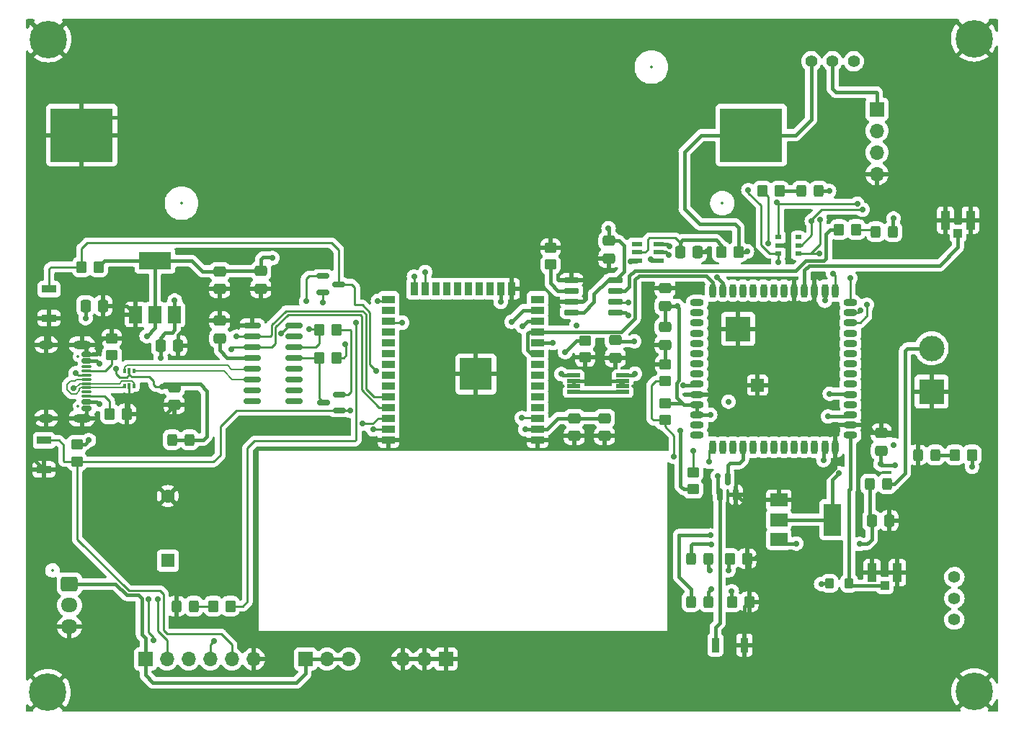
<source format=gtl>
%TF.GenerationSoftware,KiCad,Pcbnew,7.0.8*%
%TF.CreationDate,2024-04-21T21:21:46+03:00*%
%TF.ProjectId,esp32A9G,65737033-3241-4394-972e-6b696361645f,rev?*%
%TF.SameCoordinates,Original*%
%TF.FileFunction,Copper,L1,Top*%
%TF.FilePolarity,Positive*%
%FSLAX46Y46*%
G04 Gerber Fmt 4.6, Leading zero omitted, Abs format (unit mm)*
G04 Created by KiCad (PCBNEW 7.0.8) date 2024-04-21 21:21:46*
%MOMM*%
%LPD*%
G01*
G04 APERTURE LIST*
G04 Aperture macros list*
%AMRoundRect*
0 Rectangle with rounded corners*
0 $1 Rounding radius*
0 $2 $3 $4 $5 $6 $7 $8 $9 X,Y pos of 4 corners*
0 Add a 4 corners polygon primitive as box body*
4,1,4,$2,$3,$4,$5,$6,$7,$8,$9,$2,$3,0*
0 Add four circle primitives for the rounded corners*
1,1,$1+$1,$2,$3*
1,1,$1+$1,$4,$5*
1,1,$1+$1,$6,$7*
1,1,$1+$1,$8,$9*
0 Add four rect primitives between the rounded corners*
20,1,$1+$1,$2,$3,$4,$5,0*
20,1,$1+$1,$4,$5,$6,$7,0*
20,1,$1+$1,$6,$7,$8,$9,0*
20,1,$1+$1,$8,$9,$2,$3,0*%
G04 Aperture macros list end*
%TA.AperFunction,ComponentPad*%
%ADD10R,1.700000X1.700000*%
%TD*%
%TA.AperFunction,ComponentPad*%
%ADD11O,1.700000X1.700000*%
%TD*%
%TA.AperFunction,ComponentPad*%
%ADD12O,1.800000X1.000000*%
%TD*%
%TA.AperFunction,ComponentPad*%
%ADD13O,2.100000X1.000000*%
%TD*%
%TA.AperFunction,SMDPad,CuDef*%
%ADD14RoundRect,0.150000X-0.425000X0.150000X-0.425000X-0.150000X0.425000X-0.150000X0.425000X0.150000X0*%
%TD*%
%TA.AperFunction,SMDPad,CuDef*%
%ADD15RoundRect,0.075000X-0.500000X0.075000X-0.500000X-0.075000X0.500000X-0.075000X0.500000X0.075000X0*%
%TD*%
%TA.AperFunction,ComponentPad*%
%ADD16C,1.397000*%
%TD*%
%TA.AperFunction,SMDPad,CuDef*%
%ADD17RoundRect,0.250000X-0.337500X-0.475000X0.337500X-0.475000X0.337500X0.475000X-0.337500X0.475000X0*%
%TD*%
%TA.AperFunction,SMDPad,CuDef*%
%ADD18RoundRect,0.250000X-0.325000X-0.450000X0.325000X-0.450000X0.325000X0.450000X-0.325000X0.450000X0*%
%TD*%
%TA.AperFunction,SMDPad,CuDef*%
%ADD19RoundRect,0.250000X0.475000X-0.337500X0.475000X0.337500X-0.475000X0.337500X-0.475000X-0.337500X0*%
%TD*%
%TA.AperFunction,SMDPad,CuDef*%
%ADD20R,7.340000X6.350000*%
%TD*%
%TA.AperFunction,SMDPad,CuDef*%
%ADD21RoundRect,0.250000X-0.475000X0.337500X-0.475000X-0.337500X0.475000X-0.337500X0.475000X0.337500X0*%
%TD*%
%TA.AperFunction,SMDPad,CuDef*%
%ADD22RoundRect,0.250000X-0.350000X-0.450000X0.350000X-0.450000X0.350000X0.450000X-0.350000X0.450000X0*%
%TD*%
%TA.AperFunction,SMDPad,CuDef*%
%ADD23R,0.900000X1.700000*%
%TD*%
%TA.AperFunction,SMDPad,CuDef*%
%ADD24RoundRect,0.150000X-0.825000X-0.150000X0.825000X-0.150000X0.825000X0.150000X-0.825000X0.150000X0*%
%TD*%
%TA.AperFunction,SMDPad,CuDef*%
%ADD25RoundRect,0.250000X0.450000X-0.350000X0.450000X0.350000X-0.450000X0.350000X-0.450000X-0.350000X0*%
%TD*%
%TA.AperFunction,SMDPad,CuDef*%
%ADD26R,1.700000X0.900000*%
%TD*%
%TA.AperFunction,SMDPad,CuDef*%
%ADD27RoundRect,0.250000X-0.450000X0.350000X-0.450000X-0.350000X0.450000X-0.350000X0.450000X0.350000X0*%
%TD*%
%TA.AperFunction,ComponentPad*%
%ADD28C,0.700000*%
%TD*%
%TA.AperFunction,ComponentPad*%
%ADD29C,4.400000*%
%TD*%
%TA.AperFunction,SMDPad,CuDef*%
%ADD30RoundRect,0.250000X0.275000X0.350000X-0.275000X0.350000X-0.275000X-0.350000X0.275000X-0.350000X0*%
%TD*%
%TA.AperFunction,ComponentPad*%
%ADD31RoundRect,0.250000X-0.725000X0.600000X-0.725000X-0.600000X0.725000X-0.600000X0.725000X0.600000X0*%
%TD*%
%TA.AperFunction,ComponentPad*%
%ADD32O,1.950000X1.700000*%
%TD*%
%TA.AperFunction,SMDPad,CuDef*%
%ADD33RoundRect,0.150000X0.587500X0.150000X-0.587500X0.150000X-0.587500X-0.150000X0.587500X-0.150000X0*%
%TD*%
%TA.AperFunction,SMDPad,CuDef*%
%ADD34RoundRect,0.250000X0.350000X0.450000X-0.350000X0.450000X-0.350000X-0.450000X0.350000X-0.450000X0*%
%TD*%
%TA.AperFunction,SMDPad,CuDef*%
%ADD35R,2.000000X1.500000*%
%TD*%
%TA.AperFunction,SMDPad,CuDef*%
%ADD36R,2.000000X3.800000*%
%TD*%
%TA.AperFunction,SMDPad,CuDef*%
%ADD37RoundRect,0.020000X0.760000X0.180000X-0.760000X0.180000X-0.760000X-0.180000X0.760000X-0.180000X0*%
%TD*%
%TA.AperFunction,ComponentPad*%
%ADD38R,1.600000X1.600000*%
%TD*%
%TA.AperFunction,ComponentPad*%
%ADD39C,1.600000*%
%TD*%
%TA.AperFunction,SMDPad,CuDef*%
%ADD40RoundRect,0.150000X0.150000X-0.587500X0.150000X0.587500X-0.150000X0.587500X-0.150000X-0.587500X0*%
%TD*%
%TA.AperFunction,SMDPad,CuDef*%
%ADD41RoundRect,0.250000X0.325000X0.450000X-0.325000X0.450000X-0.325000X-0.450000X0.325000X-0.450000X0*%
%TD*%
%TA.AperFunction,SMDPad,CuDef*%
%ADD42RoundRect,0.150000X-0.587500X-0.150000X0.587500X-0.150000X0.587500X0.150000X-0.587500X0.150000X0*%
%TD*%
%TA.AperFunction,SMDPad,CuDef*%
%ADD43R,1.000000X1.050000*%
%TD*%
%TA.AperFunction,SMDPad,CuDef*%
%ADD44R,1.050000X2.200000*%
%TD*%
%TA.AperFunction,SMDPad,CuDef*%
%ADD45RoundRect,0.320000X-0.480000X0.080000X-0.480000X-0.080000X0.480000X-0.080000X0.480000X0.080000X0*%
%TD*%
%TA.AperFunction,SMDPad,CuDef*%
%ADD46RoundRect,0.320000X-0.080000X-0.480000X0.080000X-0.480000X0.080000X0.480000X-0.080000X0.480000X0*%
%TD*%
%TA.AperFunction,SMDPad,CuDef*%
%ADD47RoundRect,0.320000X0.480000X-0.080000X0.480000X0.080000X-0.480000X0.080000X-0.480000X-0.080000X0*%
%TD*%
%TA.AperFunction,SMDPad,CuDef*%
%ADD48R,3.000000X3.000000*%
%TD*%
%TA.AperFunction,SMDPad,CuDef*%
%ADD49R,1.500000X1.500000*%
%TD*%
%TA.AperFunction,ComponentPad*%
%ADD50R,3.000000X3.000000*%
%TD*%
%TA.AperFunction,ComponentPad*%
%ADD51C,3.000000*%
%TD*%
%TA.AperFunction,SMDPad,CuDef*%
%ADD52R,0.700000X0.510000*%
%TD*%
%TA.AperFunction,SMDPad,CuDef*%
%ADD53R,1.500000X0.900000*%
%TD*%
%TA.AperFunction,SMDPad,CuDef*%
%ADD54R,0.900000X1.500000*%
%TD*%
%TA.AperFunction,SMDPad,CuDef*%
%ADD55R,0.900000X0.900000*%
%TD*%
%TA.AperFunction,HeatsinkPad*%
%ADD56C,0.600000*%
%TD*%
%TA.AperFunction,SMDPad,CuDef*%
%ADD57R,3.800000X3.800000*%
%TD*%
%TA.AperFunction,SMDPad,CuDef*%
%ADD58R,1.500000X2.000000*%
%TD*%
%TA.AperFunction,SMDPad,CuDef*%
%ADD59R,3.800000X2.000000*%
%TD*%
%TA.AperFunction,SMDPad,CuDef*%
%ADD60R,0.375000X0.500000*%
%TD*%
%TA.AperFunction,SMDPad,CuDef*%
%ADD61R,0.300000X0.650000*%
%TD*%
%TA.AperFunction,SMDPad,CuDef*%
%ADD62R,1.210000X0.590000*%
%TD*%
%TA.AperFunction,SMDPad,CuDef*%
%ADD63RoundRect,0.150000X-0.725000X-0.150000X0.725000X-0.150000X0.725000X0.150000X-0.725000X0.150000X0*%
%TD*%
%TA.AperFunction,ViaPad*%
%ADD64C,0.700000*%
%TD*%
%TA.AperFunction,Conductor*%
%ADD65C,0.250000*%
%TD*%
%TA.AperFunction,Conductor*%
%ADD66C,0.400000*%
%TD*%
%TA.AperFunction,Conductor*%
%ADD67C,0.200000*%
%TD*%
%ADD68C,0.300000*%
%ADD69C,0.100000*%
%ADD70C,0.350000*%
%ADD71O,1.400000X0.600000*%
%ADD72O,1.700000X0.600000*%
%ADD73C,0.200000*%
G04 APERTURE END LIST*
D10*
%TO.P,J6,1,Pin_1*%
%TO.N,+3V3*%
X64770000Y-119126000D03*
D11*
%TO.P,J6,2,Pin_2*%
%TO.N,/RX*%
X67310000Y-119126000D03*
%TO.P,J6,3,Pin_3*%
%TO.N,/TX*%
X69850000Y-119126000D03*
%TO.P,J6,4,Pin_4*%
%TO.N,/EN*%
X72390000Y-119126000D03*
%TO.P,J6,5,Pin_5*%
%TO.N,/BOOT*%
X74930000Y-119126000D03*
%TO.P,J6,6,Pin_6*%
%TO.N,GND*%
X77470000Y-119126000D03*
%TD*%
D12*
%TO.P,J1,S1,SHIELD*%
%TO.N,GND*%
X53123000Y-90822000D03*
D13*
X57303000Y-90822000D03*
D12*
X53123000Y-82182000D03*
D13*
X57303000Y-82182000D03*
D14*
%TO.P,J1,B12,GND*%
X57878000Y-83302000D03*
%TO.P,J1,B9,VBUS*%
%TO.N,VBAT*%
X57878000Y-84102000D03*
D15*
%TO.P,J1,B8,SBU2*%
%TO.N,unconnected-(J1-SBU2-PadB8)*%
X57878000Y-84752000D03*
%TO.P,J1,B7,D-*%
%TO.N,/DE-*%
X57878000Y-85752000D03*
%TO.P,J1,B6,D+*%
%TO.N,/DE+*%
X57878000Y-87252000D03*
%TO.P,J1,B5,CC2*%
%TO.N,Net-(J1-CC2)*%
X57878000Y-88252000D03*
D14*
%TO.P,J1,B4,VBUS*%
%TO.N,VBAT*%
X57878000Y-88902000D03*
%TO.P,J1,B1,GND*%
%TO.N,GND*%
X57878000Y-89702000D03*
%TO.P,J1,A12,GND*%
X57878000Y-89702000D03*
%TO.P,J1,A9,VBUS*%
%TO.N,VBAT*%
X57878000Y-88902000D03*
D15*
%TO.P,J1,A8,SBU1*%
%TO.N,unconnected-(J1-SBU1-PadA8)*%
X57878000Y-87752000D03*
%TO.P,J1,A7,D-*%
%TO.N,/DE-*%
X57878000Y-86752000D03*
%TO.P,J1,A6,D+*%
%TO.N,/DE+*%
X57878000Y-86252000D03*
%TO.P,J1,A5,CC1*%
%TO.N,Net-(J1-CC1)*%
X57878000Y-85252000D03*
D14*
%TO.P,J1,A4,VBUS*%
%TO.N,VBAT*%
X57878000Y-84102000D03*
%TO.P,J1,A1,GND*%
%TO.N,GND*%
X57878000Y-83302000D03*
%TD*%
D16*
%TO.P,SW4,1,A*%
%TO.N,SOLAR_IN*%
X159810000Y-109500000D03*
%TO.P,SW4,2,B*%
%TO.N,VCC*%
X159810000Y-112000000D03*
%TO.P,SW4,3,C*%
%TO.N,VBAT*%
X159810000Y-114500000D03*
%TD*%
%TO.P,SW3,1,A*%
%TO.N,BATT_IN*%
X143000000Y-48870000D03*
%TO.P,SW3,2,B*%
%TO.N,VBAT*%
X145500000Y-48870000D03*
%TO.P,SW3,3*%
%TO.N,N/C*%
X148000000Y-48870000D03*
%TD*%
D17*
%TO.P,C12,1*%
%TO.N,VBAT*%
X57732500Y-77612000D03*
%TO.P,C12,2*%
%TO.N,GND*%
X59807500Y-77612000D03*
%TD*%
D18*
%TO.P,D4,1,K*%
%TO.N,GND*%
X155535000Y-95138000D03*
%TO.P,D4,2,A*%
%TO.N,Net-(D4-A)*%
X157585000Y-95138000D03*
%TD*%
D19*
%TO.P,C18,1*%
%TO.N,VBAT*%
X125826000Y-77633500D03*
%TO.P,C18,2*%
%TO.N,GND*%
X125826000Y-75558500D03*
%TD*%
D20*
%TO.P,BT1,1,+*%
%TO.N,BATT_IN*%
X135946000Y-57546000D03*
%TO.P,BT1,2,-*%
%TO.N,GND*%
X57286000Y-57546000D03*
%TD*%
D21*
%TO.P,C14,1*%
%TO.N,BATT_IN*%
X119984000Y-81654500D03*
%TO.P,C14,2*%
%TO.N,GND*%
X119984000Y-83729500D03*
%TD*%
D22*
%TO.P,R7,1*%
%TO.N,Net-(D3-A)*%
X72740000Y-112918000D03*
%TO.P,R7,2*%
%TO.N,/LED*%
X74740000Y-112918000D03*
%TD*%
D18*
%TO.P,D2,1,K*%
%TO.N,Net-(D2-K)*%
X149860000Y-98552000D03*
%TO.P,D2,2,A*%
%TO.N,Net-(D2-A)*%
X151910000Y-98552000D03*
%TD*%
D23*
%TO.P,SW5,1,1*%
%TO.N,/A9G_RST*%
X131746000Y-117490000D03*
%TO.P,SW5,2,2*%
%TO.N,GND*%
X135146000Y-117490000D03*
%TD*%
D24*
%TO.P,U4,1,GND*%
%TO.N,GND*%
X77312000Y-79898000D03*
%TO.P,U4,2,TXD*%
%TO.N,/TX*%
X77312000Y-81168000D03*
%TO.P,U4,3,RXD*%
%TO.N,/RX*%
X77312000Y-82438000D03*
%TO.P,U4,4,V3*%
%TO.N,/V3*%
X77312000Y-83708000D03*
%TO.P,U4,5,UD+*%
%TO.N,/D+*%
X77312000Y-84978000D03*
%TO.P,U4,6,UD-*%
%TO.N,/D-*%
X77312000Y-86248000D03*
%TO.P,U4,7,NC*%
%TO.N,unconnected-(U4-NC-Pad7)*%
X77312000Y-87518000D03*
%TO.P,U4,8,NC*%
%TO.N,unconnected-(U4-NC-Pad8)*%
X77312000Y-88788000D03*
%TO.P,U4,9,~{CTS}*%
%TO.N,unconnected-(U4-~{CTS}-Pad9)*%
X82262000Y-88788000D03*
%TO.P,U4,10,~{DSR}*%
%TO.N,unconnected-(U4-~{DSR}-Pad10)*%
X82262000Y-87518000D03*
%TO.P,U4,11,~{RI}*%
%TO.N,unconnected-(U4-~{RI}-Pad11)*%
X82262000Y-86248000D03*
%TO.P,U4,12,~{DCD}*%
%TO.N,unconnected-(U4-~{DCD}-Pad12)*%
X82262000Y-84978000D03*
%TO.P,U4,13,~{DTR}*%
%TO.N,/DTR*%
X82262000Y-83708000D03*
%TO.P,U4,14,~{RTS}*%
%TO.N,/RTS*%
X82262000Y-82438000D03*
%TO.P,U4,15,R232*%
%TO.N,unconnected-(U4-R232-Pad15)*%
X82262000Y-81168000D03*
%TO.P,U4,16,VCC*%
%TO.N,+3V3*%
X82262000Y-79898000D03*
%TD*%
D21*
%TO.P,C17,1*%
%TO.N,VBAT*%
X125826000Y-80109000D03*
%TO.P,C17,2*%
%TO.N,GND*%
X125826000Y-82184000D03*
%TD*%
D25*
%TO.P,R18,1*%
%TO.N,/ADC_0*%
X125826000Y-86486000D03*
%TO.P,R18,2*%
%TO.N,GND*%
X125826000Y-84486000D03*
%TD*%
D21*
%TO.P,C15,1*%
%TO.N,VCC*%
X119222000Y-69970500D03*
%TO.P,C15,2*%
%TO.N,GND*%
X119222000Y-72045500D03*
%TD*%
D26*
%TO.P,SW2,1,1*%
%TO.N,/EN*%
X53436000Y-75658000D03*
%TO.P,SW2,2,2*%
%TO.N,GND*%
X53436000Y-79058000D03*
%TD*%
D19*
%TO.P,C11,1*%
%TO.N,SOLAR_IN*%
X151226000Y-94630000D03*
%TO.P,C11,2*%
%TO.N,GND*%
X151226000Y-92555000D03*
%TD*%
D27*
%TO.P,R12,1*%
%TO.N,Net-(U10-CS)*%
X116428000Y-81692000D03*
%TO.P,R12,2*%
%TO.N,GND*%
X116428000Y-83692000D03*
%TD*%
D28*
%TO.P,H1,1,1*%
%TO.N,GND*%
X160463274Y-46203274D03*
X160946548Y-45036548D03*
X160946548Y-47370000D03*
X162113274Y-44553274D03*
D29*
X162113274Y-46203274D03*
D28*
X162113274Y-47853274D03*
X163280000Y-45036548D03*
X163280000Y-47370000D03*
X163763274Y-46203274D03*
%TD*%
D30*
%TO.P,L1,1,1*%
%TO.N,GPS_RF*%
X147454000Y-110236000D03*
%TO.P,L1,2,2*%
%TO.N,VBAT*%
X145154000Y-110236000D03*
%TD*%
D25*
%TO.P,R11,1*%
%TO.N,Net-(U9-PROG)*%
X112364000Y-72770000D03*
%TO.P,R11,2*%
%TO.N,GND*%
X112364000Y-70770000D03*
%TD*%
D31*
%TO.P,J11,1,Pin_1*%
%TO.N,+3V3*%
X55848000Y-110312000D03*
D32*
%TO.P,J11,2,Pin_2*%
%TO.N,/DHT11*%
X55848000Y-112812000D03*
%TO.P,J11,3,Pin_3*%
%TO.N,GND*%
X55848000Y-115312000D03*
%TD*%
D33*
%TO.P,Q2,1,E*%
%TO.N,/BOOT*%
X87569000Y-89926000D03*
%TO.P,Q2,2,B*%
%TO.N,Net-(Q2-B)*%
X87569000Y-88026000D03*
%TO.P,Q2,3,C*%
%TO.N,/DTR*%
X85694000Y-88976000D03*
%TD*%
D18*
%TO.P,D3,1,K*%
%TO.N,GND*%
X68404000Y-112918000D03*
%TO.P,D3,2,A*%
%TO.N,Net-(D3-A)*%
X70454000Y-112918000D03*
%TD*%
D19*
%TO.P,C9,1*%
%TO.N,/V3*%
X73502000Y-81422000D03*
%TO.P,C9,2*%
%TO.N,GND*%
X73502000Y-79347000D03*
%TD*%
D34*
%TO.P,R6,1*%
%TO.N,Net-(Q2-B)*%
X87218000Y-80406000D03*
%TO.P,R6,2*%
%TO.N,/RTS*%
X85218000Y-80406000D03*
%TD*%
D22*
%TO.P,R14,1*%
%TO.N,Net-(U9-~{STDBY})*%
X137258000Y-64120000D03*
%TO.P,R14,2*%
%TO.N,Net-(D6-K)*%
X139258000Y-64120000D03*
%TD*%
D10*
%TO.P,J5,1,Pin_1*%
%TO.N,VBAT*%
X150718000Y-54498000D03*
D11*
%TO.P,J5,2,Pin_2*%
%TO.N,/TRIG*%
X150718000Y-57038000D03*
%TO.P,J5,3,Pin_3*%
%TO.N,/ECHO*%
X150718000Y-59578000D03*
%TO.P,J5,4,Pin_4*%
%TO.N,GND*%
X150718000Y-62118000D03*
%TD*%
D17*
%TO.P,C16,1*%
%TO.N,Net-(U10-VCC)*%
X127582500Y-71262000D03*
%TO.P,C16,2*%
%TO.N,GND*%
X129657500Y-71262000D03*
%TD*%
D35*
%TO.P,U11,1,GND*%
%TO.N,GND*%
X139186000Y-100458000D03*
%TO.P,U11,2,VO*%
%TO.N,SOLAR_IN*%
X139186000Y-102758000D03*
D36*
X145486000Y-102758000D03*
D35*
%TO.P,U11,3,VI*%
%TO.N,Net-(D2-K)*%
X139186000Y-105058000D03*
%TD*%
D26*
%TO.P,SW1,1,1*%
%TO.N,/BOOT*%
X52832000Y-93438000D03*
%TO.P,SW1,2,2*%
%TO.N,GND*%
X52832000Y-96838000D03*
%TD*%
D22*
%TO.P,R15,1*%
%TO.N,Net-(U10-VCC)*%
X132430000Y-71262000D03*
%TO.P,R15,2*%
%TO.N,BATT_IN*%
X134430000Y-71262000D03*
%TD*%
%TO.P,R10,1*%
%TO.N,/EN*%
X57262000Y-73040000D03*
%TO.P,R10,2*%
%TO.N,+3V3*%
X59262000Y-73040000D03*
%TD*%
D21*
%TO.P,C5,1*%
%TO.N,+3V3*%
X118714000Y-90820000D03*
%TO.P,C5,2*%
%TO.N,GND*%
X118714000Y-92895000D03*
%TD*%
D37*
%TO.P,Q3,1*%
%TO.N,unconnected-(Q3-Pad1)*%
X120832000Y-87731000D03*
%TO.P,Q3,2*%
%TO.N,GND*%
X120832000Y-87081000D03*
%TO.P,Q3,3*%
X120832000Y-86431000D03*
%TO.P,Q3,4*%
%TO.N,/OC*%
X120832000Y-85781000D03*
%TO.P,Q3,5*%
%TO.N,/OD*%
X115072000Y-85781000D03*
%TO.P,Q3,6*%
%TO.N,GND*%
X115072000Y-86431000D03*
%TO.P,Q3,7*%
X115072000Y-87081000D03*
%TO.P,Q3,8*%
%TO.N,unconnected-(Q3-Pad1)*%
X115072000Y-87731000D03*
%TD*%
D21*
%TO.P,C13,1*%
%TO.N,+3V3*%
X73502000Y-73548000D03*
%TO.P,C13,2*%
%TO.N,GND*%
X73502000Y-75623000D03*
%TD*%
D38*
%TO.P,BZ1,1,-*%
%TO.N,/BUZZER*%
X67406000Y-107574000D03*
D39*
%TO.P,BZ1,2,+*%
%TO.N,GND*%
X67406000Y-99974000D03*
%TD*%
D28*
%TO.P,H2,1,1*%
%TO.N,GND*%
X163796726Y-122936726D03*
X163313452Y-124103452D03*
X163313452Y-121770000D03*
X162146726Y-124586726D03*
D29*
X162146726Y-122936726D03*
D28*
X162146726Y-121286726D03*
X160980000Y-124103452D03*
X160980000Y-121770000D03*
X160496726Y-122936726D03*
%TD*%
D40*
%TO.P,Q4,1,G*%
%TO.N,/A9G_RST*%
X132242000Y-99807000D03*
%TO.P,Q4,2,S*%
%TO.N,GND*%
X134142000Y-99807000D03*
%TO.P,Q4,3,D*%
%TO.N,Net-(Q4-D)*%
X133192000Y-97932000D03*
%TD*%
D28*
%TO.P,H3,1,1*%
%TO.N,GND*%
X54943274Y-123046726D03*
X54460000Y-124213452D03*
X54460000Y-121880000D03*
X53293274Y-124696726D03*
D29*
X53293274Y-123046726D03*
D28*
X53293274Y-121396726D03*
X52126548Y-124213452D03*
X52126548Y-121880000D03*
X51643274Y-123046726D03*
%TD*%
D10*
%TO.P,J7,1,Pin_1*%
%TO.N,+3V3*%
X83581000Y-119126000D03*
D11*
%TO.P,J7,2,Pin_2*%
X86121000Y-119126000D03*
%TO.P,J7,3,Pin_3*%
X88661000Y-119126000D03*
%TD*%
D18*
%TO.P,D9,1,K*%
%TO.N,VBAT*%
X67905000Y-93360000D03*
%TO.P,D9,2,A*%
X69955000Y-93360000D03*
%TD*%
D41*
%TO.P,D8,1,K*%
%TO.N,Net-(D8-K)*%
X130899000Y-107330000D03*
%TO.P,D8,2,A*%
%TO.N,/GPRS_LED*%
X128849000Y-107330000D03*
%TD*%
D42*
%TO.P,Q1,1,E*%
%TO.N,/RTS*%
X85597000Y-74122000D03*
%TO.P,Q1,2,B*%
%TO.N,Net-(Q1-B)*%
X85597000Y-76022000D03*
%TO.P,Q1,3,C*%
%TO.N,/EN*%
X87472000Y-75072000D03*
%TD*%
D34*
%TO.P,R20,1*%
%TO.N,GND*%
X135446000Y-107330000D03*
%TO.P,R20,2*%
%TO.N,Net-(D8-K)*%
X133446000Y-107330000D03*
%TD*%
D43*
%TO.P,J3,1*%
%TO.N,GPS_RF*%
X151638000Y-110490000D03*
D44*
%TO.P,J3,2*%
%TO.N,GND*%
X150163000Y-108965000D03*
%TO.P,J3,3*%
X153113000Y-108965000D03*
%TD*%
D21*
%TO.P,C4,1*%
%TO.N,+3V3*%
X115158000Y-90820000D03*
%TO.P,C4,2*%
%TO.N,GND*%
X115158000Y-92895000D03*
%TD*%
D22*
%TO.P,R13,1*%
%TO.N,Net-(U9-~{CHRG})*%
X146277000Y-68646000D03*
%TO.P,R13,2*%
%TO.N,Net-(D5-K)*%
X148277000Y-68646000D03*
%TD*%
D34*
%TO.P,R5,1*%
%TO.N,Net-(Q1-B)*%
X87202000Y-83708000D03*
%TO.P,R5,2*%
%TO.N,/DTR*%
X85202000Y-83708000D03*
%TD*%
D45*
%TO.P,U5,1,I2C2_SCL*%
%TO.N,unconnected-(U5-I2C2_SCL-Pad1)*%
X129596000Y-77234000D03*
%TO.P,U5,2,I2C2_SDA*%
%TO.N,unconnected-(U5-I2C2_SDA-Pad2)*%
X129596000Y-78434000D03*
%TO.P,U5,3,SD_D3*%
%TO.N,unconnected-(U5-SD_D3-Pad3)*%
X129596000Y-79634000D03*
%TO.P,U5,4,SD_D2*%
%TO.N,unconnected-(U5-SD_D2-Pad4)*%
X129596000Y-80834000D03*
%TO.P,U5,5,SD_D1*%
%TO.N,unconnected-(U5-SD_D1-Pad5)*%
X129596000Y-82034000D03*
%TO.P,U5,6,SD_D0*%
%TO.N,unconnected-(U5-SD_D0-Pad6)*%
X129596000Y-83234000D03*
%TO.P,U5,7,SD_CMD*%
%TO.N,unconnected-(U5-SD_CMD-Pad7)*%
X129596000Y-84434000D03*
%TO.P,U5,8,SD_CLK*%
%TO.N,unconnected-(U5-SD_CLK-Pad8)*%
X129596000Y-85634000D03*
%TO.P,U5,9,PWRKEY*%
%TO.N,/PWR_KEY*%
X129596000Y-86834000D03*
%TO.P,U5,10,GND*%
%TO.N,GND*%
X129596000Y-88034000D03*
%TO.P,U5,11,VBAT*%
%TO.N,VBAT*%
X129596000Y-89234000D03*
%TO.P,U5,12,VBATT*%
X129596000Y-90434000D03*
%TO.P,U5,13,SPK_P*%
%TO.N,unconnected-(U5-SPK_P-Pad13)*%
X129596000Y-91634000D03*
%TO.P,U5,14,SPK_N*%
%TO.N,unconnected-(U5-SPK_N-Pad14)*%
X129596000Y-92834000D03*
D46*
%TO.P,U5,15,ADC0*%
%TO.N,/ADC_0*%
X131396000Y-94234000D03*
%TO.P,U5,16,ADC1*%
%TO.N,unconnected-(U5-ADC1-Pad16)*%
X132596000Y-94234000D03*
%TO.P,U5,17,VUSB*%
%TO.N,unconnected-(U5-VUSB-Pad17)*%
X133796000Y-94234000D03*
%TO.P,U5,18,RESET*%
%TO.N,Net-(Q4-D)*%
X134996000Y-94234000D03*
%TO.P,U5,19,LCD_CS*%
%TO.N,unconnected-(U5-LCD_CS-Pad19)*%
X136196000Y-94234000D03*
%TO.P,U5,20,LCD_RST*%
%TO.N,unconnected-(U5-LCD_RST-Pad20)*%
X137396000Y-94234000D03*
%TO.P,U5,21,LCD_DIO*%
%TO.N,unconnected-(U5-LCD_DIO-Pad21)*%
X138596000Y-94234000D03*
%TO.P,U5,22,LCD_SDC*%
%TO.N,unconnected-(U5-LCD_SDC-Pad22)*%
X139796000Y-94234000D03*
%TO.P,U5,23,LCD_SCK*%
%TO.N,unconnected-(U5-LCD_SCK-Pad23)*%
X140996000Y-94234000D03*
%TO.P,U5,24,IO29*%
%TO.N,unconnected-(U5-IO29-Pad24)*%
X142196000Y-94234000D03*
%TO.P,U5,25,IO26*%
%TO.N,unconnected-(U5-IO26-Pad25)*%
X143396000Y-94234000D03*
%TO.P,U5,26,IO27*%
%TO.N,/GPRS_LED*%
X144596000Y-94234000D03*
%TO.P,U5,27,GND_1*%
%TO.N,GND*%
X145796000Y-94234000D03*
D47*
%TO.P,U5,28,GPS_RF*%
%TO.N,GPS_RF*%
X147596000Y-92834000D03*
%TO.P,U5,29,GND_2*%
%TO.N,GND*%
X147596000Y-91634000D03*
%TO.P,U5,30,IO28*%
%TO.N,/GSM_LED*%
X147596000Y-90434000D03*
%TO.P,U5,31,IO30*%
%TO.N,unconnected-(U5-IO30-Pad31)*%
X147596000Y-89234000D03*
%TO.P,U5,32,IO25*%
%TO.N,/LOW_PWR*%
X147596000Y-88034000D03*
%TO.P,U5,33,MIC_N*%
%TO.N,unconnected-(U5-MIC_N-Pad33)*%
X147596000Y-86834000D03*
%TO.P,U5,34,MIC_P*%
%TO.N,unconnected-(U5-MIC_P-Pad34)*%
X147596000Y-85634000D03*
%TO.P,U5,35,USB_N*%
%TO.N,unconnected-(U5-USB_N-Pad35)*%
X147596000Y-84434000D03*
%TO.P,U5,36,USB_P*%
%TO.N,unconnected-(U5-USB_P-Pad36)*%
X147596000Y-83234000D03*
%TO.P,U5,37,HST_TXD*%
%TO.N,unconnected-(U5-HST_TXD-Pad37)*%
X147596000Y-82034000D03*
%TO.P,U5,38,HST_RXD*%
%TO.N,unconnected-(U5-HST_RXD-Pad38)*%
X147596000Y-80834000D03*
%TO.P,U5,39,SIM_DIO*%
%TO.N,/SIM_DATA*%
X147596000Y-79634000D03*
%TO.P,U5,40,VSIM*%
%TO.N,/SIM_VDD*%
X147596000Y-78434000D03*
%TO.P,U5,41,SIM_CLK*%
%TO.N,/SIM_CLK*%
X147596000Y-77234000D03*
D46*
%TO.P,U5,42,SIM_RST*%
%TO.N,/SIM_RST*%
X145796000Y-75834000D03*
%TO.P,U5,43,V_IO*%
%TO.N,/VIO*%
X144596000Y-75834000D03*
%TO.P,U5,44,GND_3*%
%TO.N,GND*%
X143396000Y-75834000D03*
%TO.P,U5,45,GPRS_RF*%
%TO.N,GPRS_RF*%
X142196000Y-75834000D03*
%TO.P,U5,46,GND_4*%
%TO.N,GND*%
X140996000Y-75834000D03*
%TO.P,U5,47,UART2_RTS*%
%TO.N,unconnected-(U5-UART2_RTS-Pad47)*%
X139796000Y-75834000D03*
%TO.P,U5,48,UART2_CTS*%
%TO.N,unconnected-(U5-UART2_CTS-Pad48)*%
X138596000Y-75834000D03*
%TO.P,U5,49,GPS_RX*%
%TO.N,unconnected-(U5-GPS_RX-Pad49)*%
X137396000Y-75834000D03*
%TO.P,U5,50,GPS_TX*%
%TO.N,unconnected-(U5-GPS_TX-Pad50)*%
X136196000Y-75834000D03*
%TO.P,U5,51,UART1_RTS*%
%TO.N,unconnected-(U5-UART1_RTS-Pad51)*%
X134996000Y-75834000D03*
%TO.P,U5,52,UART1_CTS*%
%TO.N,unconnected-(U5-UART1_CTS-Pad52)*%
X133796000Y-75834000D03*
%TO.P,U5,53,UART1_RX*%
%TO.N,/UART_RX*%
X132596000Y-75834000D03*
%TO.P,U5,54,UART1_TX*%
%TO.N,/UART_TX*%
X131396000Y-75834000D03*
D48*
%TO.P,U5,55,GND_5*%
%TO.N,GND*%
X134396000Y-80334000D03*
D49*
%TO.P,U5,56,GND_6*%
X136696000Y-86934000D03*
%TD*%
D41*
%TO.P,D7,1,K*%
%TO.N,Net-(D7-K)*%
X130915000Y-112410000D03*
%TO.P,D7,2,A*%
%TO.N,/GSM_LED*%
X128865000Y-112410000D03*
%TD*%
D25*
%TO.P,R16,1*%
%TO.N,/PWR_KEY*%
X129128000Y-99186000D03*
%TO.P,R16,2*%
%TO.N,/VIO*%
X129128000Y-97186000D03*
%TD*%
D50*
%TO.P,J4,1,Pin_1*%
%TO.N,GND*%
X157140000Y-87690000D03*
D51*
%TO.P,J4,2,Pin_2*%
%TO.N,Net-(D2-A)*%
X157140000Y-82610000D03*
%TD*%
D52*
%TO.P,D1,1*%
%TO.N,/SIM_VDD*%
X139144000Y-69550000D03*
%TO.P,D1,2*%
%TO.N,GND*%
X139144000Y-70500000D03*
%TO.P,D1,3*%
%TO.N,/SIM_RST*%
X139144000Y-71450000D03*
%TO.P,D1,4*%
%TO.N,/SIM_CLK*%
X141464000Y-71450000D03*
%TO.P,D1,5*%
%TO.N,/SIM_DATA*%
X141464000Y-70500000D03*
%TO.P,D1,6*%
%TO.N,unconnected-(D1-Pad6)*%
X141464000Y-69550000D03*
%TD*%
D28*
%TO.P,H4,1,1*%
%TO.N,GND*%
X51710000Y-46300000D03*
X52193274Y-45133274D03*
X52193274Y-47466726D03*
X53360000Y-44650000D03*
D29*
X53360000Y-46300000D03*
D28*
X53360000Y-47950000D03*
X54526726Y-45133274D03*
X54526726Y-47466726D03*
X55010000Y-46300000D03*
%TD*%
D10*
%TO.P,J8,1,Pin_1*%
%TO.N,GND*%
X100076000Y-119126000D03*
D11*
%TO.P,J8,2,Pin_2*%
X97536000Y-119126000D03*
%TO.P,J8,3,Pin_3*%
X94996000Y-119126000D03*
%TD*%
D22*
%TO.P,R8,1*%
%TO.N,Net-(D4-A)*%
X159878000Y-95138000D03*
%TO.P,R8,2*%
%TO.N,+3V3*%
X161878000Y-95138000D03*
%TD*%
D21*
%TO.P,C1,1*%
%TO.N,VBAT*%
X68168000Y-87199500D03*
%TO.P,C1,2*%
%TO.N,GND*%
X68168000Y-89274500D03*
%TD*%
D53*
%TO.P,U1,1,GND*%
%TO.N,GND*%
X110840000Y-93360000D03*
%TO.P,U1,2,VDD*%
%TO.N,+3V3*%
X110840000Y-92090000D03*
%TO.P,U1,3,EN*%
%TO.N,/EN*%
X110840000Y-90820000D03*
%TO.P,U1,4,SENSOR_VP*%
%TO.N,unconnected-(U1-SENSOR_VP-Pad4)*%
X110840000Y-89550000D03*
%TO.P,U1,5,SENSOR_VN*%
%TO.N,unconnected-(U1-SENSOR_VN-Pad5)*%
X110840000Y-88280000D03*
%TO.P,U1,6,IO34*%
%TO.N,unconnected-(U1-IO34-Pad6)*%
X110840000Y-87010000D03*
%TO.P,U1,7,IO35*%
%TO.N,unconnected-(U1-IO35-Pad7)*%
X110840000Y-85740000D03*
%TO.P,U1,8,IO32*%
%TO.N,/D32*%
X110840000Y-84470000D03*
%TO.P,U1,9,IO33*%
%TO.N,/UART_TX*%
X110840000Y-83200000D03*
%TO.P,U1,10,IO25*%
%TO.N,/UART_RX*%
X110840000Y-81930000D03*
%TO.P,U1,11,IO26*%
%TO.N,/UART_TX*%
X110840000Y-80660000D03*
%TO.P,U1,12,IO27*%
%TO.N,/LOW_PWR*%
X110840000Y-79390000D03*
%TO.P,U1,13,IO14*%
%TO.N,/PWR_KEY*%
X110840000Y-78120000D03*
%TO.P,U1,14,IO12*%
%TO.N,/D12*%
X110840000Y-76850000D03*
D54*
%TO.P,U1,15,GND*%
%TO.N,GND*%
X107800000Y-75600000D03*
%TO.P,U1,16,IO13*%
%TO.N,/A9G_RST*%
X106530000Y-75600000D03*
%TO.P,U1,17,SHD/SD2*%
%TO.N,unconnected-(U1-SHD{slash}SD2-Pad17)*%
X105260000Y-75600000D03*
%TO.P,U1,18,SWP/SD3*%
%TO.N,unconnected-(U1-SWP{slash}SD3-Pad18)*%
X103990000Y-75600000D03*
%TO.P,U1,19,SCS/CMD*%
%TO.N,unconnected-(U1-SCS{slash}CMD-Pad19)*%
X102720000Y-75600000D03*
%TO.P,U1,20,SCK/CLK*%
%TO.N,unconnected-(U1-SCK{slash}CLK-Pad20)*%
X101450000Y-75600000D03*
%TO.P,U1,21,SDO/SD0*%
%TO.N,unconnected-(U1-SDO{slash}SD0-Pad21)*%
X100180000Y-75600000D03*
%TO.P,U1,22,SDI/SD1*%
%TO.N,unconnected-(U1-SDI{slash}SD1-Pad22)*%
X98910000Y-75600000D03*
%TO.P,U1,23,IO15*%
%TO.N,/TRIG*%
X97640000Y-75600000D03*
%TO.P,U1,24,IO2*%
%TO.N,/LED*%
X96370000Y-75600000D03*
D53*
%TO.P,U1,25,IO0*%
%TO.N,/BOOT*%
X93340000Y-76850000D03*
%TO.P,U1,26,IO4*%
%TO.N,unconnected-(U1-IO4-Pad26)*%
X93340000Y-78120000D03*
%TO.P,U1,27,IO16*%
%TO.N,/ECHO*%
X93340000Y-79390000D03*
%TO.P,U1,28,IO17*%
%TO.N,/D17*%
X93340000Y-80660000D03*
%TO.P,U1,29,IO5*%
%TO.N,unconnected-(U1-IO5-Pad29)*%
X93340000Y-81930000D03*
%TO.P,U1,30,IO18*%
%TO.N,unconnected-(U1-IO18-Pad30)*%
X93340000Y-83200000D03*
%TO.P,U1,31,IO19*%
%TO.N,unconnected-(U1-IO19-Pad31)*%
X93340000Y-84470000D03*
%TO.P,U1,32,NC*%
%TO.N,unconnected-(U1-NC-Pad32)*%
X93340000Y-85740000D03*
%TO.P,U1,33,IO21*%
%TO.N,/D21*%
X93340000Y-87010000D03*
%TO.P,U1,34,RXD0/IO3*%
%TO.N,/TX*%
X93340000Y-88280000D03*
%TO.P,U1,35,TXD0/IO1*%
%TO.N,/RX*%
X93340000Y-89550000D03*
%TO.P,U1,36,IO22*%
%TO.N,/BUZZER*%
X93340000Y-90820000D03*
%TO.P,U1,37,IO23*%
%TO.N,/DHT11*%
X93340000Y-92090000D03*
%TO.P,U1,38,GND*%
%TO.N,GND*%
X93340000Y-93360000D03*
D55*
%TO.P,U1,39,GND*%
X104990000Y-87040000D03*
D56*
X104990000Y-86340000D03*
D55*
X104990000Y-85640000D03*
D56*
X104990000Y-84940000D03*
D55*
X104990000Y-84240000D03*
D56*
X104290000Y-87040000D03*
X104290000Y-85640000D03*
X104290000Y-84240000D03*
X103615000Y-86340000D03*
X103615000Y-84940000D03*
D55*
X103590000Y-87040000D03*
X103590000Y-85640000D03*
D57*
X103590000Y-85640000D03*
D55*
X103590000Y-84240000D03*
D56*
X102890000Y-87040000D03*
X102890000Y-85640000D03*
X102890000Y-84240000D03*
D55*
X102190000Y-87040000D03*
D56*
X102190000Y-86340000D03*
D55*
X102190000Y-85640000D03*
D56*
X102190000Y-84940000D03*
D55*
X102190000Y-84240000D03*
%TD*%
D58*
%TO.P,U8,1,GND*%
%TO.N,GND*%
X63596000Y-78628000D03*
%TO.P,U8,2,VO*%
%TO.N,+3V3*%
X65896000Y-78628000D03*
D59*
X65896000Y-72328000D03*
D58*
%TO.P,U8,3,VI*%
%TO.N,VBAT*%
X68196000Y-78628000D03*
%TD*%
D18*
%TO.P,D5,1,K*%
%TO.N,Net-(D5-K)*%
X150570000Y-68900000D03*
%TO.P,D5,2,A*%
%TO.N,VCC*%
X152620000Y-68900000D03*
%TD*%
D22*
%TO.P,R1,1*%
%TO.N,Net-(J1-CC2)*%
X60564000Y-90312000D03*
%TO.P,R1,2*%
%TO.N,GND*%
X62564000Y-90312000D03*
%TD*%
D25*
%TO.P,R9,1*%
%TO.N,/BOOT*%
X56738000Y-95900000D03*
%TO.P,R9,2*%
%TO.N,+3V3*%
X56738000Y-93900000D03*
%TD*%
D34*
%TO.P,R19,1*%
%TO.N,GND*%
X135700000Y-112410000D03*
%TO.P,R19,2*%
%TO.N,Net-(D7-K)*%
X133700000Y-112410000D03*
%TD*%
D21*
%TO.P,C8,1*%
%TO.N,+3V3*%
X78328000Y-73526500D03*
%TO.P,C8,2*%
%TO.N,GND*%
X78328000Y-75601500D03*
%TD*%
D60*
%TO.P,U2,1,I/O1*%
%TO.N,/DE+*%
X62326000Y-87010000D03*
D61*
%TO.P,U2,2,GND*%
%TO.N,GND*%
X62863500Y-87085000D03*
D60*
%TO.P,U2,3,I/O2*%
%TO.N,/DE-*%
X63401000Y-87010000D03*
%TO.P,U2,4,I/O2*%
%TO.N,/D-*%
X63401000Y-85310000D03*
D61*
%TO.P,U2,5,VBUS*%
%TO.N,VBAT*%
X62863500Y-85235000D03*
D60*
%TO.P,U2,6,I/O1*%
%TO.N,/D+*%
X62326000Y-85310000D03*
%TD*%
D17*
%TO.P,C10,1*%
%TO.N,Net-(D2-K)*%
X150092500Y-102870000D03*
%TO.P,C10,2*%
%TO.N,GND*%
X152167500Y-102870000D03*
%TD*%
D62*
%TO.P,U10,1,OD*%
%TO.N,/OD*%
X125064000Y-72278000D03*
%TO.P,U10,2,CS*%
%TO.N,Net-(U10-CS)*%
X125064000Y-71328000D03*
%TO.P,U10,3,OC*%
%TO.N,/OC*%
X125064000Y-70378000D03*
%TO.P,U10,4,TD*%
%TO.N,unconnected-(U10-TD-Pad4)*%
X122554000Y-70378000D03*
%TO.P,U10,5,VCC*%
%TO.N,Net-(U10-VCC)*%
X122554000Y-71328000D03*
%TO.P,U10,6,GND*%
%TO.N,GND*%
X122554000Y-72278000D03*
%TD*%
D43*
%TO.P,J2,1*%
%TO.N,GPRS_RF*%
X160240000Y-69065000D03*
D44*
%TO.P,J2,2*%
%TO.N,GND*%
X158765000Y-67540000D03*
%TO.P,J2,3*%
X161715000Y-67540000D03*
%TD*%
D25*
%TO.P,R2,1*%
%TO.N,Net-(J1-CC1)*%
X60802000Y-83438000D03*
%TO.P,R2,2*%
%TO.N,GND*%
X60802000Y-81438000D03*
%TD*%
D27*
%TO.P,R17,1*%
%TO.N,VBAT*%
X125826000Y-89058000D03*
%TO.P,R17,2*%
%TO.N,/ADC_0*%
X125826000Y-91058000D03*
%TD*%
D63*
%TO.P,U9,1,TEMP*%
%TO.N,GND*%
X114834000Y-74564000D03*
%TO.P,U9,2,PROG*%
%TO.N,Net-(U9-PROG)*%
X114834000Y-75834000D03*
%TO.P,U9,3,GND*%
%TO.N,GND*%
X114834000Y-77104000D03*
%TO.P,U9,4,VCC*%
%TO.N,VCC*%
X114834000Y-78374000D03*
%TO.P,U9,5,BAT*%
%TO.N,BATT_IN*%
X119984000Y-78374000D03*
%TO.P,U9,6,~{STDBY}*%
%TO.N,Net-(U9-~{STDBY})*%
X119984000Y-77104000D03*
%TO.P,U9,7,~{CHRG}*%
%TO.N,Net-(U9-~{CHRG})*%
X119984000Y-75834000D03*
%TO.P,U9,8,CE*%
%TO.N,VCC*%
X119984000Y-74564000D03*
%TD*%
D18*
%TO.P,D6,1,K*%
%TO.N,Net-(D6-K)*%
X141830000Y-64120000D03*
%TO.P,D6,2,A*%
%TO.N,VCC*%
X143880000Y-64120000D03*
%TD*%
D17*
%TO.P,C3,1*%
%TO.N,VBAT*%
X66526500Y-82296000D03*
%TO.P,C3,2*%
%TO.N,GND*%
X68601500Y-82296000D03*
%TD*%
D64*
%TO.N,/TX*%
X65740000Y-116960000D03*
%TO.N,/DE-*%
X56358115Y-87325123D03*
X56570000Y-85540000D03*
%TO.N,VBAT*%
X59330000Y-89160000D03*
%TO.N,BATT_IN*%
X121550500Y-78709500D03*
%TO.N,Net-(U10-CS)*%
X115390000Y-79910500D03*
%TO.N,/OD*%
X124110000Y-72180000D03*
X113630000Y-85630000D03*
%TO.N,/OC*%
X122290000Y-85600000D03*
%TO.N,GND*%
X108450000Y-63934500D03*
%TO.N,+3V3*%
X152670000Y-93990000D03*
X161880000Y-96550000D03*
%TO.N,SOLAR_IN*%
X152800500Y-96330000D03*
%TO.N,GND*%
X62300000Y-55440000D03*
%TO.N,/TX*%
X75420000Y-81240000D03*
X65140000Y-112137500D03*
%TO.N,/RX*%
X74860000Y-82710000D03*
X66205500Y-112137500D03*
%TO.N,/EN*%
X72830000Y-117020000D03*
%TO.N,+3V3*%
X109390000Y-92120000D03*
%TO.N,/A9G_RST*%
X132040000Y-97660000D03*
X106500000Y-77140000D03*
%TO.N,VBAT*%
X127240000Y-77620000D03*
%TO.N,BATT_IN*%
X122210000Y-81780000D03*
%TO.N,/LOW_PWR*%
X145170000Y-87940000D03*
%TO.N,/PWR_KEY*%
X107790000Y-79500000D03*
%TO.N,/LOW_PWR*%
X109070000Y-80000000D03*
%TO.N,+3V3*%
X58130000Y-93410000D03*
X64920000Y-81170000D03*
%TO.N,VBAT*%
X68210000Y-77000000D03*
X61330000Y-85000000D03*
X59340000Y-84450000D03*
X57730000Y-79050000D03*
%TO.N,+3V3*%
X79700000Y-72000000D03*
X80704500Y-80830000D03*
%TO.N,/OC*%
X126320000Y-70640000D03*
%TO.N,Net-(U10-CS)*%
X114090000Y-83050000D03*
X126280000Y-71650000D03*
%TO.N,/VIO*%
X129140000Y-94640500D03*
%TO.N,/ADC_0*%
X131030000Y-95960000D03*
X126890000Y-95360000D03*
%TO.N,GND*%
X154470000Y-108970000D03*
X134130000Y-101120000D03*
X136630000Y-107180000D03*
%TO.N,/VIO*%
X133280000Y-88880000D03*
X144590000Y-77010000D03*
%TO.N,/PWR_KEY*%
X127930000Y-86990000D03*
X127640000Y-92280000D03*
%TO.N,BATT_IN*%
X135450000Y-71220000D03*
%TO.N,GND*%
X130760000Y-71240000D03*
X127290000Y-75460000D03*
X121739500Y-72360000D03*
%TO.N,VCC*%
X119180000Y-68505500D03*
%TO.N,GND*%
X140010000Y-70520000D03*
%TO.N,VBAT*%
X131130000Y-90430000D03*
X144170000Y-110300000D03*
%TO.N,Net-(D2-K)*%
X141260000Y-105550000D03*
X148690000Y-105610000D03*
%TO.N,VCC*%
X145100000Y-64120000D03*
X152660000Y-67340000D03*
%TO.N,GND*%
X155140000Y-92860000D03*
X152800000Y-92800000D03*
%TO.N,SOLAR_IN*%
X151130000Y-96230000D03*
X146270000Y-97300000D03*
%TO.N,/BUZZER*%
X90230000Y-91475500D03*
%TO.N,/SIM_CLK*%
X143940000Y-71480000D03*
X147580000Y-74370000D03*
%TO.N,/SIM_VDD*%
X148404424Y-65625861D03*
X148790000Y-78160000D03*
%TO.N,/SIM_DATA*%
X149010000Y-66300000D03*
X149530000Y-77490000D03*
%TO.N,/SIM_RST*%
X139130000Y-72480000D03*
X145590000Y-73800000D03*
%TO.N,Net-(U9-~{STDBY})*%
X121550500Y-77210000D03*
X137927864Y-70304500D03*
%TO.N,/SIM_RST*%
X135610000Y-64030000D03*
%TO.N,/SIM_VDD*%
X138970000Y-65450000D03*
%TO.N,/SIM_CLK*%
X143998056Y-67488056D03*
%TO.N,/SIM_DATA*%
X143060000Y-67630000D03*
%TO.N,/DHT11*%
X91520000Y-92150000D03*
%TO.N,/ECHO*%
X94930000Y-79590000D03*
%TO.N,/TRIG*%
X97660000Y-73640000D03*
%TO.N,VBAT*%
X66720000Y-87100000D03*
X66560000Y-83710000D03*
%TO.N,Net-(D8-K)*%
X131120000Y-108760000D03*
X133270000Y-108700000D03*
%TO.N,/GPRS_LED*%
X144430000Y-95750000D03*
X131270000Y-105700000D03*
%TO.N,/UART_RX*%
X131950000Y-74300000D03*
X112660000Y-81960000D03*
%TO.N,/GSM_LED*%
X144970000Y-90620000D03*
X131150000Y-104610000D03*
%TO.N,Net-(D7-K)*%
X133660000Y-111190000D03*
X131220000Y-110950000D03*
%TO.N,/EN*%
X91904500Y-85310000D03*
%TO.N,/LED*%
X96330000Y-74190000D03*
%TO.N,/BOOT*%
X92090000Y-77030000D03*
X88861000Y-89960000D03*
%TO.N,/LED*%
X89535500Y-79610000D03*
%TO.N,/EN*%
X108990000Y-90800000D03*
%TO.N,/RTS*%
X84020000Y-80370000D03*
X83650000Y-77060000D03*
%TO.N,Net-(Q1-B)*%
X85620000Y-77250000D03*
X88255500Y-82160000D03*
%TD*%
D65*
%TO.N,/ADC_0*%
X131030000Y-94600000D02*
X131396000Y-94234000D01*
X131030000Y-95960000D02*
X131030000Y-94600000D01*
X126890000Y-92870000D02*
X126890000Y-95360000D01*
X125826000Y-91806000D02*
X126890000Y-92870000D01*
X125826000Y-91058000D02*
X125826000Y-91806000D01*
D66*
%TO.N,GND*%
X57878000Y-90247000D02*
X57878000Y-89702000D01*
X57303000Y-90822000D02*
X57878000Y-90247000D01*
D67*
%TO.N,/DE+*%
X56683344Y-86252000D02*
X57878000Y-86252000D01*
X56498674Y-86436670D02*
X56683344Y-86252000D01*
D66*
%TO.N,VBAT*%
X127180000Y-88360000D02*
X127878000Y-89058000D01*
X127180000Y-86679339D02*
X127180000Y-88360000D01*
X127480000Y-77860000D02*
X127480000Y-86379339D01*
X127480000Y-86379339D02*
X127180000Y-86679339D01*
X127240000Y-77620000D02*
X127480000Y-77860000D01*
D65*
%TO.N,/TX*%
X65740000Y-116600000D02*
X65740000Y-116960000D01*
X65140000Y-116000000D02*
X65740000Y-116600000D01*
X65140000Y-112137500D02*
X65140000Y-116000000D01*
D66*
%TO.N,+3V3*%
X64340000Y-118696000D02*
X64770000Y-119126000D01*
X64770000Y-121020000D02*
X65670000Y-121920000D01*
X83581000Y-120839000D02*
X83581000Y-119126000D01*
X64770000Y-119126000D02*
X64770000Y-121020000D01*
X65670000Y-121920000D02*
X82500000Y-121920000D01*
X82500000Y-121920000D02*
X83581000Y-120839000D01*
D67*
%TO.N,/DE+*%
X55973330Y-86436670D02*
X56498674Y-86436670D01*
X55570000Y-86840000D02*
X55973330Y-86436670D01*
X55570000Y-87460000D02*
X55570000Y-86840000D01*
X56627354Y-87975123D02*
X56085123Y-87975123D01*
X57008115Y-87594362D02*
X56627354Y-87975123D01*
X57008115Y-87412154D02*
X57008115Y-87594362D01*
X56085123Y-87975123D02*
X55570000Y-87460000D01*
X57168269Y-87252000D02*
X57008115Y-87412154D01*
X57878000Y-87252000D02*
X57168269Y-87252000D01*
%TO.N,/DE-*%
X56529460Y-87325123D02*
X56358115Y-87325123D01*
X57102583Y-86752000D02*
X56529460Y-87325123D01*
X57878000Y-86752000D02*
X57102583Y-86752000D01*
D65*
X56570000Y-85540000D02*
X56878000Y-85752000D01*
X56878000Y-85752000D02*
X57878000Y-85752000D01*
D66*
%TO.N,VBAT*%
X59072000Y-88902000D02*
X59330000Y-89160000D01*
X57878000Y-88902000D02*
X59072000Y-88902000D01*
%TO.N,GND*%
X118420000Y-83729500D02*
X118207500Y-83729500D01*
X118080000Y-84069500D02*
X118420000Y-83729500D01*
X119984000Y-83729500D02*
X118420000Y-83729500D01*
X118080000Y-86431000D02*
X115072000Y-86431000D01*
X118080000Y-86431000D02*
X118080000Y-84069500D01*
X120383000Y-86431000D02*
X118080000Y-86431000D01*
X118207500Y-83729500D02*
X118170000Y-83692000D01*
X116428000Y-83692000D02*
X118170000Y-83692000D01*
X120832000Y-86880000D02*
X120383000Y-86431000D01*
X120832000Y-86880000D02*
X120832000Y-87081000D01*
X120832000Y-86431000D02*
X120832000Y-86880000D01*
%TO.N,BATT_IN*%
X121215000Y-78374000D02*
X121550500Y-78709500D01*
X119984000Y-78374000D02*
X121215000Y-78374000D01*
%TO.N,/OD*%
X124208000Y-72278000D02*
X124110000Y-72180000D01*
X125064000Y-72278000D02*
X124208000Y-72278000D01*
%TO.N,GND*%
X122472000Y-72360000D02*
X122554000Y-72278000D01*
X121739500Y-72360000D02*
X122472000Y-72360000D01*
%TO.N,/OD*%
X113781000Y-85781000D02*
X113630000Y-85630000D01*
X115072000Y-85781000D02*
X113781000Y-85781000D01*
%TO.N,/OC*%
X122109000Y-85781000D02*
X122290000Y-85600000D01*
X120832000Y-85781000D02*
X122109000Y-85781000D01*
%TO.N,/UART_TX*%
X110080000Y-83200000D02*
X110840000Y-83200000D01*
X109690000Y-82810000D02*
X110080000Y-83200000D01*
X109690000Y-80880000D02*
X109690000Y-82810000D01*
X109910000Y-80660000D02*
X109690000Y-80880000D01*
X110840000Y-80660000D02*
X109910000Y-80660000D01*
%TO.N,BATT_IN*%
X134080000Y-68030000D02*
X134430000Y-68380000D01*
X129930000Y-68030000D02*
X134080000Y-68030000D01*
X134430000Y-68380000D02*
X134430000Y-71262000D01*
X128100000Y-66200000D02*
X129930000Y-68030000D01*
X130074000Y-57546000D02*
X128100000Y-59520000D01*
X128100000Y-59520000D02*
X128100000Y-66200000D01*
X135946000Y-57546000D02*
X130074000Y-57546000D01*
%TO.N,GND*%
X111424500Y-63934500D02*
X108450000Y-63934500D01*
X112364000Y-64874000D02*
X111424500Y-63934500D01*
X112364000Y-70770000D02*
X112364000Y-64874000D01*
%TO.N,+3V3*%
X161878000Y-96548000D02*
X161880000Y-96550000D01*
X161878000Y-95138000D02*
X161878000Y-96548000D01*
%TO.N,SOLAR_IN*%
X151230000Y-96330000D02*
X151130000Y-96230000D01*
X152800500Y-96330000D02*
X151230000Y-96330000D01*
%TO.N,VBAT*%
X150620000Y-52490000D02*
X150718000Y-52588000D01*
X145500000Y-52090000D02*
X145900000Y-52490000D01*
X150718000Y-52588000D02*
X150718000Y-54498000D01*
X145500000Y-48870000D02*
X145500000Y-52090000D01*
X145900000Y-52490000D02*
X150620000Y-52490000D01*
%TO.N,BATT_IN*%
X141154000Y-57546000D02*
X135946000Y-57546000D01*
X143000000Y-55700000D02*
X141154000Y-57546000D01*
X143000000Y-48870000D02*
X143000000Y-55700000D01*
%TO.N,GND*%
X59392000Y-55440000D02*
X62300000Y-55440000D01*
X57286000Y-57546000D02*
X59392000Y-55440000D01*
%TO.N,unconnected-(Q3-Pad1)*%
X115072000Y-87731000D02*
X120832000Y-87731000D01*
%TO.N,+3V3*%
X64770000Y-116670000D02*
X64770000Y-119126000D01*
X64340000Y-112040000D02*
X64340000Y-116240000D01*
X62582538Y-111625000D02*
X63925000Y-111625000D01*
X64340000Y-116240000D02*
X64770000Y-116670000D01*
X61269538Y-110312000D02*
X62582538Y-111625000D01*
X63925000Y-111625000D02*
X64340000Y-112040000D01*
X55848000Y-110312000D02*
X61269538Y-110312000D01*
D65*
%TO.N,/TX*%
X69850000Y-119126000D02*
X69804000Y-119080000D01*
X75420000Y-81240000D02*
X77240000Y-81240000D01*
X77240000Y-81240000D02*
X77312000Y-81168000D01*
%TO.N,/RX*%
X74860000Y-82710000D02*
X75132000Y-82438000D01*
X66890000Y-116550000D02*
X66205500Y-115865500D01*
X67310000Y-116970000D02*
X66890000Y-116550000D01*
X67310000Y-119126000D02*
X67310000Y-116970000D01*
X75132000Y-82438000D02*
X77312000Y-82438000D01*
X66205500Y-115865500D02*
X66205500Y-112137500D01*
%TO.N,/EN*%
X72390000Y-117460000D02*
X72830000Y-117020000D01*
X72390000Y-119126000D02*
X72390000Y-117460000D01*
X91140000Y-84545500D02*
X91904500Y-85310000D01*
X90236396Y-77520000D02*
X91140000Y-78423604D01*
X89360000Y-77520000D02*
X90236396Y-77520000D01*
X91140000Y-78423604D02*
X91140000Y-84545500D01*
X89360000Y-75440000D02*
X89360000Y-77520000D01*
X88992000Y-75072000D02*
X89360000Y-75440000D01*
X87472000Y-75072000D02*
X88992000Y-75072000D01*
D66*
%TO.N,+3V3*%
X109420000Y-92090000D02*
X109390000Y-92120000D01*
X110840000Y-92090000D02*
X109420000Y-92090000D01*
D65*
%TO.N,/BOOT*%
X56798000Y-95960000D02*
X56738000Y-95900000D01*
X72780000Y-95960000D02*
X56798000Y-95960000D01*
X73580000Y-91760000D02*
X73580000Y-95160000D01*
X73580000Y-95160000D02*
X72780000Y-95960000D01*
X75414000Y-89926000D02*
X73580000Y-91760000D01*
X87569000Y-89926000D02*
X75414000Y-89926000D01*
X56738000Y-95900000D02*
X56828000Y-95990000D01*
%TO.N,/TX*%
X90690000Y-87350000D02*
X90690000Y-78610000D01*
D66*
%TO.N,/A9G_RST*%
X132040000Y-99605000D02*
X132242000Y-99807000D01*
X132040000Y-97660000D02*
X132040000Y-99605000D01*
X106530000Y-77110000D02*
X106500000Y-77140000D01*
X106530000Y-75600000D02*
X106530000Y-77110000D01*
%TO.N,VBAT*%
X127226500Y-77633500D02*
X127240000Y-77620000D01*
X125826000Y-77633500D02*
X127226500Y-77633500D01*
%TO.N,BATT_IN*%
X120109500Y-81780000D02*
X119984000Y-81654500D01*
X122210000Y-81780000D02*
X120109500Y-81780000D01*
%TO.N,/LOW_PWR*%
X147502000Y-87940000D02*
X147596000Y-88034000D01*
X145170000Y-87940000D02*
X147502000Y-87940000D01*
%TO.N,/PWR_KEY*%
X109170000Y-78120000D02*
X107790000Y-79500000D01*
X110840000Y-78120000D02*
X109170000Y-78120000D01*
%TO.N,/LOW_PWR*%
X109680000Y-79390000D02*
X109070000Y-80000000D01*
X110840000Y-79390000D02*
X109680000Y-79390000D01*
%TO.N,GND*%
X68601500Y-81028500D02*
X68601500Y-82296000D01*
X70283000Y-79347000D02*
X68601500Y-81028500D01*
X73502000Y-79347000D02*
X70283000Y-79347000D01*
%TO.N,+3V3*%
X57640000Y-93900000D02*
X58130000Y-93410000D01*
X56738000Y-93900000D02*
X57640000Y-93900000D01*
X65896000Y-80194000D02*
X64920000Y-81170000D01*
X65896000Y-78628000D02*
X65896000Y-80194000D01*
%TO.N,GND*%
X51360000Y-91430000D02*
X51968000Y-90822000D01*
X52832000Y-96838000D02*
X51360000Y-95366000D01*
X51360000Y-95366000D02*
X51360000Y-91430000D01*
X51968000Y-90822000D02*
X53123000Y-90822000D01*
X53123000Y-90822000D02*
X57303000Y-90822000D01*
X53123000Y-82182000D02*
X57303000Y-82182000D01*
X53436000Y-81869000D02*
X53123000Y-82182000D01*
X53436000Y-79058000D02*
X53436000Y-81869000D01*
X62580000Y-77612000D02*
X63596000Y-78628000D01*
X59807500Y-77612000D02*
X62580000Y-77612000D01*
%TO.N,VBAT*%
X68196000Y-77014000D02*
X68210000Y-77000000D01*
X68196000Y-78628000D02*
X68196000Y-77014000D01*
%TO.N,GND*%
X59802000Y-81438000D02*
X60802000Y-81438000D01*
X59470000Y-81770000D02*
X59802000Y-81438000D01*
X59048000Y-83302000D02*
X59470000Y-82880000D01*
X59470000Y-82880000D02*
X59470000Y-81770000D01*
X57878000Y-83302000D02*
X59048000Y-83302000D01*
D65*
%TO.N,VBAT*%
X61330000Y-85620000D02*
X61330000Y-85000000D01*
X61700000Y-85990000D02*
X61330000Y-85620000D01*
X62590000Y-85990000D02*
X61700000Y-85990000D01*
X62863500Y-85716500D02*
X62590000Y-85990000D01*
X62863500Y-85235000D02*
X62863500Y-85716500D01*
D66*
X58992000Y-84102000D02*
X59340000Y-84450000D01*
X57878000Y-84102000D02*
X58992000Y-84102000D01*
X57732500Y-79047500D02*
X57730000Y-79050000D01*
X57732500Y-77612000D02*
X57732500Y-79047500D01*
%TO.N,+3V3*%
X59974000Y-72328000D02*
X59262000Y-73040000D01*
X65896000Y-72328000D02*
X59974000Y-72328000D01*
X79590000Y-71890000D02*
X79700000Y-72000000D01*
X78570000Y-71890000D02*
X79590000Y-71890000D01*
X78328000Y-73526500D02*
X78328000Y-72132000D01*
X78328000Y-72132000D02*
X78570000Y-71890000D01*
D65*
X81636500Y-79898000D02*
X80704500Y-80830000D01*
X82262000Y-79898000D02*
X81636500Y-79898000D01*
%TO.N,GND*%
X62863500Y-87085000D02*
X62863500Y-90012500D01*
X62863500Y-90012500D02*
X62564000Y-90312000D01*
D66*
X67130500Y-90312000D02*
X68168000Y-89274500D01*
X62564000Y-90312000D02*
X67130500Y-90312000D01*
%TO.N,VBAT*%
X67000000Y-86820000D02*
X66720000Y-87100000D01*
X71970000Y-87610000D02*
X71180000Y-86820000D01*
X71970000Y-92980000D02*
X71970000Y-87610000D01*
X71590000Y-93360000D02*
X71970000Y-92980000D01*
X71180000Y-86820000D02*
X67000000Y-86820000D01*
X69955000Y-93360000D02*
X71590000Y-93360000D01*
X67905000Y-93360000D02*
X69955000Y-93360000D01*
%TO.N,/OC*%
X126058000Y-70378000D02*
X126320000Y-70640000D01*
X125064000Y-70378000D02*
X126058000Y-70378000D01*
%TO.N,Net-(U10-CS)*%
X115448000Y-81692000D02*
X114090000Y-83050000D01*
X116428000Y-81692000D02*
X115448000Y-81692000D01*
X125958000Y-71328000D02*
X126280000Y-71650000D01*
X125064000Y-71328000D02*
X125958000Y-71328000D01*
%TO.N,GND*%
X134396000Y-86290000D02*
X135040000Y-86934000D01*
X135040000Y-86934000D02*
X136696000Y-86934000D01*
X134396000Y-80334000D02*
X134396000Y-86290000D01*
X132936000Y-86934000D02*
X136696000Y-86934000D01*
X131836000Y-88034000D02*
X132936000Y-86934000D01*
X129596000Y-88034000D02*
X131836000Y-88034000D01*
X143396000Y-76834000D02*
X142850000Y-77380000D01*
X142850000Y-77380000D02*
X141330000Y-77380000D01*
X141330000Y-77380000D02*
X140996000Y-77046000D01*
X143396000Y-75834000D02*
X143396000Y-76834000D01*
X140996000Y-77046000D02*
X140996000Y-75834000D01*
X115072000Y-86431000D02*
X115072000Y-87081000D01*
%TO.N,VCC*%
X119109000Y-74564000D02*
X119984000Y-74564000D01*
X117490000Y-77140000D02*
X117490000Y-76183000D01*
X117490000Y-76183000D02*
X119109000Y-74564000D01*
X116256000Y-78374000D02*
X117490000Y-77140000D01*
X114834000Y-78374000D02*
X116256000Y-78374000D01*
D65*
%TO.N,/VIO*%
X129128000Y-97186000D02*
X129128000Y-94652500D01*
X129128000Y-94652500D02*
X129140000Y-94640500D01*
%TO.N,/ADC_0*%
X124458000Y-91058000D02*
X125826000Y-91058000D01*
X124240000Y-90840000D02*
X124458000Y-91058000D01*
X124724000Y-86486000D02*
X124240000Y-86970000D01*
X124240000Y-86970000D02*
X124240000Y-90840000D01*
X125826000Y-86486000D02*
X124724000Y-86486000D01*
%TO.N,Net-(U10-VCC)*%
X123780000Y-69840000D02*
X124010000Y-69610000D01*
X123780000Y-71040000D02*
X123780000Y-69840000D01*
X127025000Y-69610000D02*
X127582500Y-70167500D01*
X123492000Y-71328000D02*
X123780000Y-71040000D01*
X124010000Y-69610000D02*
X127025000Y-69610000D01*
X122554000Y-71328000D02*
X123492000Y-71328000D01*
D66*
X127582500Y-70167500D02*
X127582500Y-71262000D01*
X127860000Y-69890000D02*
X127582500Y-70167500D01*
X131810000Y-69890000D02*
X127860000Y-69890000D01*
X132430000Y-70510000D02*
X131810000Y-69890000D01*
X132430000Y-71262000D02*
X132430000Y-70510000D01*
%TO.N,GND*%
X154465000Y-108965000D02*
X154470000Y-108970000D01*
X153113000Y-108965000D02*
X154465000Y-108965000D01*
X134142000Y-101108000D02*
X134130000Y-101120000D01*
X134142000Y-99807000D02*
X134142000Y-101108000D01*
X136480000Y-107330000D02*
X136630000Y-107180000D01*
X135446000Y-107330000D02*
X136480000Y-107330000D01*
%TO.N,Net-(Q4-D)*%
X133460000Y-96130000D02*
X133192000Y-96398000D01*
X134550000Y-96130000D02*
X133460000Y-96130000D01*
X134996000Y-95684000D02*
X134550000Y-96130000D01*
X134996000Y-94234000D02*
X134996000Y-95684000D01*
X133192000Y-96398000D02*
X133192000Y-97932000D01*
%TO.N,/VIO*%
X144596000Y-77004000D02*
X144590000Y-77010000D01*
X144596000Y-75834000D02*
X144596000Y-77004000D01*
%TO.N,/PWR_KEY*%
X129440000Y-86990000D02*
X129596000Y-86834000D01*
X127640000Y-98790000D02*
X127640000Y-92280000D01*
X128036000Y-99186000D02*
X127640000Y-98790000D01*
X127930000Y-86990000D02*
X129440000Y-86990000D01*
X129128000Y-99186000D02*
X128036000Y-99186000D01*
%TO.N,BATT_IN*%
X135408000Y-71262000D02*
X135450000Y-71220000D01*
X134430000Y-71262000D02*
X135408000Y-71262000D01*
%TO.N,GND*%
X130738000Y-71262000D02*
X130760000Y-71240000D01*
X129657500Y-71262000D02*
X130738000Y-71262000D01*
X127191500Y-75558500D02*
X127290000Y-75460000D01*
X125826000Y-75558500D02*
X127191500Y-75558500D01*
X117390000Y-70770000D02*
X112364000Y-70770000D01*
X117500000Y-70880000D02*
X117390000Y-70770000D01*
X117935500Y-72045500D02*
X117500000Y-71610000D01*
X117500000Y-71610000D02*
X117500000Y-70880000D01*
X119222000Y-72045500D02*
X117935500Y-72045500D01*
%TO.N,VCC*%
X120990000Y-73558000D02*
X119984000Y-74564000D01*
X120990000Y-70560000D02*
X120990000Y-73558000D01*
X120400500Y-69970500D02*
X120990000Y-70560000D01*
X119222000Y-69970500D02*
X120400500Y-69970500D01*
X119222000Y-68547500D02*
X119180000Y-68505500D01*
X119222000Y-69970500D02*
X119222000Y-68547500D01*
%TO.N,GND*%
X139990000Y-70500000D02*
X140010000Y-70520000D01*
X139144000Y-70500000D02*
X139990000Y-70500000D01*
%TO.N,Net-(U9-~{CHRG})*%
X145254000Y-68646000D02*
X146277000Y-68646000D01*
X144750000Y-69150000D02*
X145254000Y-68646000D01*
X144750000Y-72030000D02*
X144750000Y-69150000D01*
X144500000Y-72280000D02*
X144750000Y-72030000D01*
X122250000Y-73460000D02*
X141190000Y-73460000D01*
X121116000Y-75834000D02*
X121590000Y-75360000D01*
X121590000Y-75360000D02*
X121590000Y-74120000D01*
X119984000Y-75834000D02*
X121116000Y-75834000D01*
X121590000Y-74120000D02*
X122250000Y-73460000D01*
X141190000Y-73460000D02*
X142370000Y-72280000D01*
X142370000Y-72280000D02*
X144500000Y-72280000D01*
%TO.N,GND*%
X145796000Y-96713339D02*
X145796000Y-94234000D01*
X143702000Y-100458000D02*
X144290000Y-99870000D01*
X139186000Y-100458000D02*
X143702000Y-100458000D01*
X144290000Y-99870000D02*
X144290000Y-98219339D01*
X144290000Y-98219339D02*
X145796000Y-96713339D01*
X134793000Y-100458000D02*
X139186000Y-100458000D01*
X134142000Y-99807000D02*
X134793000Y-100458000D01*
%TO.N,VBAT*%
X131126000Y-90434000D02*
X131130000Y-90430000D01*
X129596000Y-90434000D02*
X131126000Y-90434000D01*
X144234000Y-110236000D02*
X144170000Y-110300000D01*
X145154000Y-110236000D02*
X144234000Y-110236000D01*
%TO.N,Net-(D4-A)*%
X157585000Y-95138000D02*
X159878000Y-95138000D01*
%TO.N,GND*%
X157140000Y-91980000D02*
X157140000Y-87690000D01*
X155535000Y-93585000D02*
X157140000Y-91980000D01*
X155535000Y-95138000D02*
X155535000Y-93585000D01*
%TO.N,Net-(D2-K)*%
X141260000Y-105550000D02*
X139678000Y-105550000D01*
X149570000Y-105610000D02*
X148690000Y-105610000D01*
X139678000Y-105550000D02*
X139186000Y-105058000D01*
X149800000Y-105380000D02*
X149570000Y-105610000D01*
X150092500Y-102870000D02*
X150092500Y-105087500D01*
X150092500Y-105087500D02*
X149800000Y-105380000D01*
%TO.N,Net-(D6-K)*%
X141830000Y-64120000D02*
X139258000Y-64120000D01*
%TO.N,VCC*%
X143880000Y-64120000D02*
X145100000Y-64120000D01*
X152620000Y-67380000D02*
X152660000Y-67340000D01*
X152620000Y-68900000D02*
X152620000Y-67380000D01*
%TO.N,GND*%
X151471000Y-92800000D02*
X151226000Y-92555000D01*
X152800000Y-92800000D02*
X151471000Y-92800000D01*
X155535000Y-93255000D02*
X155140000Y-92860000D01*
X155535000Y-95138000D02*
X155535000Y-93255000D01*
%TO.N,SOLAR_IN*%
X151130000Y-94726000D02*
X151226000Y-94630000D01*
X151130000Y-96230000D02*
X151130000Y-94726000D01*
X145486000Y-102758000D02*
X145486000Y-98084000D01*
X145486000Y-98084000D02*
X146270000Y-97300000D01*
%TO.N,GND*%
X145796000Y-92014000D02*
X146176000Y-91634000D01*
X145796000Y-94234000D02*
X145796000Y-92014000D01*
X146176000Y-91634000D02*
X147596000Y-91634000D01*
X149504000Y-91634000D02*
X147596000Y-91634000D01*
X150425000Y-92555000D02*
X149504000Y-91634000D01*
X151226000Y-92555000D02*
X150425000Y-92555000D01*
X152167500Y-105787500D02*
X152167500Y-102870000D01*
X153113000Y-106733000D02*
X152167500Y-105787500D01*
X153113000Y-108965000D02*
X153113000Y-106733000D01*
X150163000Y-108965000D02*
X153113000Y-108965000D01*
X135700000Y-107584000D02*
X135446000Y-107330000D01*
X135700000Y-112410000D02*
X135700000Y-107584000D01*
X135146000Y-112964000D02*
X135700000Y-112410000D01*
X135146000Y-117490000D02*
X135146000Y-112964000D01*
D65*
%TO.N,/BUZZER*%
X90235500Y-91470000D02*
X90230000Y-91475500D01*
X91490000Y-91470000D02*
X90235500Y-91470000D01*
X93340000Y-90820000D02*
X92140000Y-90820000D01*
X92140000Y-90820000D02*
X91490000Y-91470000D01*
%TO.N,Net-(D5-K)*%
X148277000Y-68646000D02*
X150316000Y-68646000D01*
X150316000Y-68646000D02*
X150570000Y-68900000D01*
%TO.N,/SIM_CLK*%
X142930000Y-71480000D02*
X142900000Y-71450000D01*
X143940000Y-71480000D02*
X142930000Y-71480000D01*
X147596000Y-74386000D02*
X147580000Y-74370000D01*
X147596000Y-77234000D02*
X147596000Y-74386000D01*
%TO.N,/SIM_VDD*%
X139145861Y-65625861D02*
X138970000Y-65450000D01*
X148404424Y-65625861D02*
X139145861Y-65625861D01*
X148516000Y-78434000D02*
X148790000Y-78160000D01*
X147596000Y-78434000D02*
X148516000Y-78434000D01*
%TO.N,/SIM_DATA*%
X143060000Y-67471517D02*
X143060000Y-67630000D01*
X144231517Y-66300000D02*
X143060000Y-67471517D01*
X149010000Y-66300000D02*
X144231517Y-66300000D01*
X149530000Y-78840000D02*
X149530000Y-77490000D01*
X149410000Y-78960000D02*
X149530000Y-78840000D01*
X148736000Y-79634000D02*
X149410000Y-78960000D01*
X147596000Y-79634000D02*
X148736000Y-79634000D01*
%TO.N,/SIM_RST*%
X139130000Y-72480000D02*
X139130000Y-71464000D01*
X139130000Y-71464000D02*
X139144000Y-71450000D01*
X145796000Y-74006000D02*
X145590000Y-73800000D01*
X145796000Y-75834000D02*
X145796000Y-74006000D01*
%TO.N,Net-(U9-~{STDBY})*%
X121550500Y-77210000D02*
X120090000Y-77210000D01*
X120090000Y-77210000D02*
X119984000Y-77104000D01*
X137927864Y-64789864D02*
X137927864Y-70304500D01*
X137258000Y-64120000D02*
X137927864Y-64789864D01*
%TO.N,/SIM_RST*%
X135610000Y-64320000D02*
X135610000Y-64030000D01*
X137090000Y-65800000D02*
X135610000Y-64320000D01*
X137090000Y-65800000D02*
X137090000Y-70420000D01*
%TO.N,/SIM_VDD*%
X139144000Y-65624000D02*
X139144000Y-69550000D01*
X138970000Y-65450000D02*
X139144000Y-65624000D01*
%TO.N,/SIM_RST*%
X138120000Y-71450000D02*
X139144000Y-71450000D01*
X137090000Y-70420000D02*
X138120000Y-71450000D01*
%TO.N,/SIM_CLK*%
X142900000Y-71450000D02*
X141464000Y-71450000D01*
X143998056Y-67488056D02*
X143998056Y-70351944D01*
X143998056Y-70351944D02*
X142900000Y-71450000D01*
%TO.N,/SIM_DATA*%
X141814000Y-70500000D02*
X141464000Y-70500000D01*
X143060000Y-69254000D02*
X141814000Y-70500000D01*
X143060000Y-67630000D02*
X143060000Y-69254000D01*
%TO.N,/BOOT*%
X74930000Y-117460000D02*
X74930000Y-119126000D01*
X66880000Y-115740000D02*
X67330000Y-116190000D01*
X73660000Y-116190000D02*
X74930000Y-117460000D01*
X66880000Y-111510000D02*
X66880000Y-115740000D01*
X66470000Y-111100000D02*
X66880000Y-111510000D01*
X62800000Y-111100000D02*
X66470000Y-111100000D01*
X56738000Y-105038000D02*
X62800000Y-111100000D01*
X67330000Y-116190000D02*
X73660000Y-116190000D01*
X56738000Y-95900000D02*
X56738000Y-105038000D01*
%TO.N,/DHT11*%
X93280000Y-92150000D02*
X93340000Y-92090000D01*
X91520000Y-92150000D02*
X93280000Y-92150000D01*
%TO.N,/ECHO*%
X93540000Y-79590000D02*
X93340000Y-79390000D01*
X94930000Y-79590000D02*
X93540000Y-79590000D01*
%TO.N,/TRIG*%
X97660000Y-75580000D02*
X97640000Y-75600000D01*
X97660000Y-73640000D02*
X97660000Y-75580000D01*
%TO.N,VBAT*%
X65740000Y-86880000D02*
X65960000Y-87100000D01*
X65740000Y-86480000D02*
X65740000Y-86880000D01*
X65240000Y-85980000D02*
X65740000Y-86480000D01*
X63173880Y-85980000D02*
X65240000Y-85980000D01*
X62863500Y-85669620D02*
X63173880Y-85980000D01*
X62863500Y-85235000D02*
X62863500Y-85669620D01*
X65960000Y-87100000D02*
X66720000Y-87100000D01*
D66*
X68068500Y-87100000D02*
X68168000Y-87199500D01*
X66720000Y-87100000D02*
X68068500Y-87100000D01*
X66526500Y-83676500D02*
X66560000Y-83710000D01*
X66526500Y-82296000D02*
X66526500Y-83676500D01*
%TO.N,GND*%
X97536000Y-119126000D02*
X100076000Y-119126000D01*
X94996000Y-119126000D02*
X97536000Y-119126000D01*
%TO.N,+3V3*%
X88661000Y-119126000D02*
X86121000Y-119126000D01*
X83581000Y-119126000D02*
X86121000Y-119126000D01*
%TO.N,Net-(D2-A)*%
X154270000Y-82610000D02*
X157140000Y-82610000D01*
X154000000Y-82880000D02*
X154270000Y-82610000D01*
X154000000Y-97320000D02*
X154000000Y-82880000D01*
X152768000Y-98552000D02*
X154000000Y-97320000D01*
X151910000Y-98552000D02*
X152768000Y-98552000D01*
%TO.N,Net-(D2-K)*%
X149860000Y-102637500D02*
X150092500Y-102870000D01*
X149860000Y-98552000D02*
X149860000Y-102637500D01*
%TO.N,Net-(U9-PROG)*%
X112364000Y-74964000D02*
X113234000Y-75834000D01*
X112364000Y-72770000D02*
X112364000Y-74964000D01*
X113234000Y-75834000D02*
X114834000Y-75834000D01*
%TO.N,Net-(D8-K)*%
X133270000Y-108700000D02*
X133270000Y-107506000D01*
X133270000Y-107506000D02*
X133446000Y-107330000D01*
X130899000Y-108539000D02*
X131120000Y-108760000D01*
X130899000Y-107330000D02*
X130899000Y-108539000D01*
%TO.N,/GPRS_LED*%
X144430000Y-94400000D02*
X144596000Y-94234000D01*
X144430000Y-95750000D02*
X144430000Y-94400000D01*
X131200000Y-105630000D02*
X131270000Y-105700000D01*
X129010000Y-105630000D02*
X131200000Y-105630000D01*
X128849000Y-105791000D02*
X129010000Y-105630000D01*
X128849000Y-107330000D02*
X128849000Y-105791000D01*
%TO.N,/UART_RX*%
X132596000Y-74946000D02*
X132596000Y-75834000D01*
X131950000Y-74300000D02*
X132596000Y-74946000D01*
X112630000Y-81930000D02*
X112660000Y-81960000D01*
X110840000Y-81930000D02*
X112630000Y-81930000D01*
%TO.N,/UART_TX*%
X120700000Y-80660000D02*
X110840000Y-80660000D01*
X122300000Y-79060000D02*
X120700000Y-80660000D01*
X122300000Y-74530000D02*
X122300000Y-79060000D01*
X122770000Y-74060000D02*
X122300000Y-74530000D01*
X130630000Y-74060000D02*
X122770000Y-74060000D01*
X131396000Y-74826000D02*
X130630000Y-74060000D01*
X131396000Y-75834000D02*
X131396000Y-74826000D01*
%TO.N,GPS_RF*%
X147454000Y-110236000D02*
X147454000Y-99263760D01*
X147454000Y-99263760D02*
X147596000Y-99121760D01*
X147596000Y-99121760D02*
X147596000Y-92834000D01*
X147708000Y-110490000D02*
X147454000Y-110236000D01*
X151638000Y-110490000D02*
X147708000Y-110490000D01*
%TO.N,SOLAR_IN*%
X139186000Y-102758000D02*
X145486000Y-102758000D01*
%TO.N,/GSM_LED*%
X147410000Y-90620000D02*
X147596000Y-90434000D01*
X144970000Y-90620000D02*
X147410000Y-90620000D01*
X127470000Y-104540000D02*
X131080000Y-104540000D01*
X127470000Y-109490000D02*
X127470000Y-104540000D01*
X128370000Y-110390000D02*
X127470000Y-109490000D01*
X128865000Y-110885000D02*
X128370000Y-110390000D01*
X131080000Y-104540000D02*
X131150000Y-104610000D01*
X128865000Y-112410000D02*
X128865000Y-110885000D01*
%TO.N,Net-(D7-K)*%
X133660000Y-112370000D02*
X133700000Y-112410000D01*
X133660000Y-111190000D02*
X133660000Y-112370000D01*
X130915000Y-111255000D02*
X131220000Y-110950000D01*
X130915000Y-112410000D02*
X130915000Y-111255000D01*
%TO.N,/A9G_RST*%
X132242000Y-114918000D02*
X131746000Y-115414000D01*
X132242000Y-99807000D02*
X132242000Y-114918000D01*
X131746000Y-115414000D02*
X131746000Y-117490000D01*
%TO.N,GPRS_RF*%
X142196000Y-73424000D02*
X142196000Y-75834000D01*
X160240000Y-70720000D02*
X158080000Y-72880000D01*
X158080000Y-72880000D02*
X142740000Y-72880000D01*
X160240000Y-69065000D02*
X160240000Y-70720000D01*
X142740000Y-72880000D02*
X142196000Y-73424000D01*
%TO.N,VBAT*%
X67110000Y-80750000D02*
X67930000Y-80750000D01*
X66526500Y-81333500D02*
X67110000Y-80750000D01*
X67930000Y-80750000D02*
X68196000Y-80484000D01*
X68196000Y-80484000D02*
X68196000Y-78628000D01*
X66526500Y-82296000D02*
X66526500Y-81333500D01*
%TO.N,/V3*%
X73502000Y-81422000D02*
X73502000Y-82832000D01*
X73502000Y-82832000D02*
X74378000Y-83708000D01*
X74378000Y-83708000D02*
X77312000Y-83708000D01*
%TO.N,GND*%
X75247000Y-79347000D02*
X75798000Y-79898000D01*
X75798000Y-79898000D02*
X77312000Y-79898000D01*
X73502000Y-79347000D02*
X75247000Y-79347000D01*
X73502000Y-79347000D02*
X73502000Y-75623000D01*
X78306500Y-75623000D02*
X78328000Y-75601500D01*
X73502000Y-75623000D02*
X78306500Y-75623000D01*
%TO.N,+3V3*%
X65896000Y-78628000D02*
X65896000Y-72328000D01*
X71448000Y-73548000D02*
X73502000Y-73548000D01*
X70228000Y-72328000D02*
X71448000Y-73548000D01*
X65896000Y-72328000D02*
X70228000Y-72328000D01*
X73523500Y-73526500D02*
X73502000Y-73548000D01*
X78328000Y-73526500D02*
X73523500Y-73526500D01*
D65*
%TO.N,/LED*%
X96330000Y-74190000D02*
X96330000Y-75560000D01*
X96330000Y-75560000D02*
X96370000Y-75600000D01*
%TO.N,/BOOT*%
X93160000Y-77030000D02*
X93340000Y-76850000D01*
X92090000Y-77030000D02*
X93160000Y-77030000D01*
X87569000Y-89926000D02*
X88827000Y-89926000D01*
X88827000Y-89926000D02*
X88861000Y-89960000D01*
%TO.N,/LED*%
X89535500Y-93354500D02*
X89535500Y-79610000D01*
X77600000Y-93510000D02*
X89380000Y-93510000D01*
X89520000Y-93370000D02*
X89535500Y-93354500D01*
X76750000Y-94360000D02*
X77600000Y-93510000D01*
X89380000Y-93510000D02*
X89520000Y-93370000D01*
X76750000Y-112390000D02*
X76750000Y-94360000D01*
X74740000Y-112918000D02*
X76222000Y-112918000D01*
X76222000Y-112918000D02*
X76750000Y-112390000D01*
%TO.N,Net-(D3-A)*%
X70454000Y-112918000D02*
X72740000Y-112918000D01*
%TO.N,/BOOT*%
X55210000Y-95900000D02*
X56738000Y-95900000D01*
X55140000Y-95830000D02*
X55210000Y-95900000D01*
X55140000Y-93950000D02*
X55140000Y-95830000D01*
X54628000Y-93438000D02*
X55140000Y-93950000D01*
X52832000Y-93438000D02*
X54628000Y-93438000D01*
%TO.N,/EN*%
X108990000Y-90800000D02*
X110820000Y-90800000D01*
X110820000Y-90800000D02*
X110840000Y-90820000D01*
%TO.N,/RTS*%
X85182000Y-80370000D02*
X85218000Y-80406000D01*
X84020000Y-80370000D02*
X85182000Y-80370000D01*
X83650000Y-74440000D02*
X83650000Y-77060000D01*
X83968000Y-74122000D02*
X83650000Y-74440000D01*
X85597000Y-74122000D02*
X83968000Y-74122000D01*
%TO.N,/EN*%
X87472000Y-71032000D02*
X87472000Y-75072000D01*
X57950000Y-70190000D02*
X86630000Y-70190000D01*
X57262000Y-70878000D02*
X57950000Y-70190000D01*
X57262000Y-73040000D02*
X57262000Y-70878000D01*
X86630000Y-70190000D02*
X87472000Y-71032000D01*
%TO.N,Net-(J1-CC2)*%
X60564000Y-88824000D02*
X60564000Y-90312000D01*
X59992000Y-88252000D02*
X60564000Y-88824000D01*
X57878000Y-88252000D02*
X59992000Y-88252000D01*
%TO.N,Net-(J1-CC1)*%
X60018000Y-85252000D02*
X60802000Y-84468000D01*
X57878000Y-85252000D02*
X60018000Y-85252000D01*
X60802000Y-84468000D02*
X60802000Y-83438000D01*
%TO.N,/EN*%
X53670000Y-73040000D02*
X57262000Y-73040000D01*
X53436000Y-73274000D02*
X53670000Y-73040000D01*
X53436000Y-75658000D02*
X53436000Y-73274000D01*
%TO.N,/RX*%
X79612000Y-82438000D02*
X77312000Y-82438000D01*
X81510000Y-78660000D02*
X80030000Y-80140000D01*
X90210000Y-87506396D02*
X90210000Y-78860000D01*
X90010000Y-78660000D02*
X81510000Y-78660000D01*
X80030000Y-82020000D02*
X79612000Y-82438000D01*
X92253604Y-89550000D02*
X90210000Y-87506396D01*
X90210000Y-78860000D02*
X90010000Y-78660000D01*
X93340000Y-89550000D02*
X92253604Y-89550000D01*
X80030000Y-80140000D02*
X80030000Y-82020000D01*
%TO.N,/TX*%
X79442000Y-81168000D02*
X77312000Y-81168000D01*
X90290000Y-78210000D02*
X81260000Y-78210000D01*
X90690000Y-78610000D02*
X90290000Y-78210000D01*
X81260000Y-78210000D02*
X79580000Y-79890000D01*
X91620000Y-88280000D02*
X90690000Y-87350000D01*
X79580000Y-79890000D02*
X79580000Y-81030000D01*
X79580000Y-81030000D02*
X79442000Y-81168000D01*
X93340000Y-88280000D02*
X91620000Y-88280000D01*
%TO.N,Net-(Q1-B)*%
X85620000Y-76045000D02*
X85597000Y-76022000D01*
X85620000Y-77250000D02*
X85620000Y-76045000D01*
X88350000Y-83430000D02*
X88350000Y-82254500D01*
X88072000Y-83708000D02*
X88350000Y-83430000D01*
X87202000Y-83708000D02*
X88072000Y-83708000D01*
X88350000Y-82254500D02*
X88255500Y-82160000D01*
%TO.N,Net-(Q2-B)*%
X88930000Y-87690000D02*
X88594000Y-88026000D01*
X88594000Y-88026000D02*
X87569000Y-88026000D01*
X88930000Y-80510000D02*
X88930000Y-87690000D01*
X88826000Y-80406000D02*
X88930000Y-80510000D01*
X87218000Y-80406000D02*
X88826000Y-80406000D01*
%TO.N,/DTR*%
X85202000Y-88484000D02*
X85202000Y-83708000D01*
X85694000Y-88976000D02*
X85202000Y-88484000D01*
%TO.N,/RTS*%
X85218000Y-82012000D02*
X85218000Y-80406000D01*
X82262000Y-82438000D02*
X84792000Y-82438000D01*
X84792000Y-82438000D02*
X85218000Y-82012000D01*
%TO.N,/DTR*%
X82262000Y-83708000D02*
X85202000Y-83708000D01*
D67*
%TO.N,/D+*%
X77220000Y-85070000D02*
X77312000Y-84978000D01*
X74440000Y-84610000D02*
X74900000Y-85070000D01*
X74900000Y-85070000D02*
X77220000Y-85070000D01*
X62326000Y-84873236D02*
X62589236Y-84610000D01*
X62326000Y-85310000D02*
X62326000Y-84873236D01*
X62589236Y-84610000D02*
X74440000Y-84610000D01*
%TO.N,/D-*%
X74948000Y-86248000D02*
X77312000Y-86248000D01*
X74010000Y-85310000D02*
X74948000Y-86248000D01*
X63401000Y-85310000D02*
X74010000Y-85310000D01*
%TO.N,/DE-*%
X63401000Y-86723236D02*
X63401000Y-87010000D01*
X63137764Y-86460000D02*
X63401000Y-86723236D01*
X62014236Y-86460000D02*
X63137764Y-86460000D01*
X61722236Y-86752000D02*
X62014236Y-86460000D01*
X57878000Y-86752000D02*
X61722236Y-86752000D01*
%TO.N,/DE+*%
X62084000Y-87252000D02*
X62326000Y-87010000D01*
X57878000Y-87252000D02*
X62084000Y-87252000D01*
D66*
%TO.N,VBAT*%
X129596000Y-89234000D02*
X129596000Y-90434000D01*
X128054000Y-89234000D02*
X127878000Y-89058000D01*
X127878000Y-89058000D02*
X125826000Y-89058000D01*
X129596000Y-89234000D02*
X128054000Y-89234000D01*
%TO.N,GND*%
X125826000Y-82184000D02*
X125826000Y-84486000D01*
%TO.N,VBAT*%
X125826000Y-80109000D02*
X125826000Y-77633500D01*
%TO.N,+3V3*%
X115158000Y-90820000D02*
X118714000Y-90820000D01*
%TO.N,GND*%
X115158000Y-92895000D02*
X118714000Y-92895000D01*
X112180000Y-93360000D02*
X112660000Y-92880000D01*
X112660000Y-92880000D02*
X112675000Y-92895000D01*
X112675000Y-92895000D02*
X115158000Y-92895000D01*
X110840000Y-93360000D02*
X112180000Y-93360000D01*
%TO.N,+3V3*%
X113250000Y-90820000D02*
X115158000Y-90820000D01*
X111980000Y-92090000D02*
X113250000Y-90820000D01*
X110840000Y-92090000D02*
X111980000Y-92090000D01*
%TD*%
%TA.AperFunction,Conductor*%
%TO.N,GND*%
G36*
X52458168Y-123770350D02*
G01*
X52610206Y-123915318D01*
X52712496Y-123981056D01*
X51568304Y-125125247D01*
X51572206Y-125189756D01*
X51576660Y-125226432D01*
X51546430Y-125297389D01*
X51484771Y-125343724D01*
X51429138Y-125354500D01*
X50899500Y-125354500D01*
X50825000Y-125334538D01*
X50770462Y-125280000D01*
X50750500Y-125205500D01*
X50750500Y-124593979D01*
X50770462Y-124519479D01*
X50825000Y-124464941D01*
X50899500Y-124444979D01*
X50974000Y-124464941D01*
X51027012Y-124516896D01*
X51067159Y-124583308D01*
X51067162Y-124583312D01*
X51214751Y-124771694D01*
X51727344Y-124259101D01*
X51926548Y-124259101D01*
X51966161Y-124341357D01*
X52037540Y-124398279D01*
X52104016Y-124413452D01*
X52149080Y-124413452D01*
X52215556Y-124398279D01*
X52286935Y-124341357D01*
X52326548Y-124259101D01*
X52326548Y-124167803D01*
X52286935Y-124085547D01*
X52215556Y-124028625D01*
X52149080Y-124013452D01*
X52104016Y-124013452D01*
X52037540Y-124028625D01*
X51966161Y-124085547D01*
X51926548Y-124167803D01*
X51926548Y-124259101D01*
X51727344Y-124259101D01*
X52357484Y-123628960D01*
X52458168Y-123770350D01*
G37*
%TD.AperFunction*%
%TA.AperFunction,Conductor*%
G36*
X86383692Y-70835462D02*
G01*
X86414551Y-70859141D01*
X86802859Y-71247449D01*
X86841423Y-71314244D01*
X86846500Y-71352808D01*
X86846500Y-73354336D01*
X86826538Y-73428836D01*
X86772000Y-73483374D01*
X86697500Y-73503336D01*
X86623000Y-73483374D01*
X86592141Y-73459695D01*
X86586366Y-73453920D01*
X86586365Y-73453919D01*
X86468052Y-73383949D01*
X86444900Y-73370257D01*
X86444899Y-73370256D01*
X86444898Y-73370256D01*
X86378779Y-73351046D01*
X86287071Y-73324402D01*
X86274777Y-73323434D01*
X86250194Y-73321500D01*
X84943806Y-73321500D01*
X84922734Y-73323158D01*
X84906928Y-73324402D01*
X84749099Y-73370257D01*
X84607636Y-73453918D01*
X84600229Y-73459664D01*
X84599201Y-73458339D01*
X84541900Y-73491423D01*
X84503336Y-73496500D01*
X84053503Y-73496500D01*
X84036716Y-73494646D01*
X84036663Y-73495209D01*
X84027330Y-73494326D01*
X83958186Y-73496500D01*
X83928637Y-73496500D01*
X83922345Y-73497295D01*
X83915353Y-73497845D01*
X83869373Y-73499290D01*
X83869370Y-73499291D01*
X83852020Y-73504331D01*
X83829136Y-73509070D01*
X83811216Y-73511334D01*
X83811202Y-73511337D01*
X83768424Y-73528273D01*
X83761785Y-73530546D01*
X83717614Y-73543380D01*
X83717607Y-73543383D01*
X83702055Y-73552580D01*
X83681075Y-73562858D01*
X83664271Y-73569512D01*
X83664263Y-73569516D01*
X83627042Y-73596558D01*
X83621175Y-73600412D01*
X83581580Y-73623829D01*
X83581578Y-73623830D01*
X83568804Y-73636605D01*
X83551034Y-73651782D01*
X83536412Y-73662406D01*
X83507088Y-73697852D01*
X83502363Y-73703044D01*
X83268163Y-73937245D01*
X83254989Y-73947800D01*
X83255349Y-73948235D01*
X83248126Y-73954210D01*
X83200771Y-74004637D01*
X83179884Y-74025524D01*
X83179876Y-74025533D01*
X83175986Y-74030547D01*
X83171436Y-74035874D01*
X83139938Y-74069418D01*
X83139935Y-74069421D01*
X83131231Y-74085254D01*
X83118401Y-74104786D01*
X83107328Y-74119062D01*
X83107325Y-74119067D01*
X83089053Y-74161288D01*
X83085966Y-74167590D01*
X83063803Y-74207908D01*
X83063800Y-74207914D01*
X83059307Y-74225412D01*
X83051740Y-74247513D01*
X83044564Y-74264098D01*
X83044560Y-74264110D01*
X83037363Y-74309549D01*
X83035940Y-74316422D01*
X83024500Y-74360979D01*
X83024500Y-74379045D01*
X83022666Y-74402351D01*
X83019840Y-74420195D01*
X83024169Y-74465996D01*
X83024500Y-74473011D01*
X83024500Y-76426440D01*
X83004538Y-76500940D01*
X82986229Y-76526140D01*
X82958142Y-76557333D01*
X82868751Y-76712163D01*
X82868748Y-76712170D01*
X82813502Y-76882199D01*
X82794815Y-77060000D01*
X82813502Y-77237800D01*
X82813503Y-77237803D01*
X82862778Y-77389457D01*
X82866815Y-77466479D01*
X82831799Y-77535201D01*
X82767114Y-77577207D01*
X82721071Y-77584500D01*
X81345503Y-77584500D01*
X81328716Y-77582646D01*
X81328663Y-77583209D01*
X81319330Y-77582326D01*
X81250186Y-77584500D01*
X81220637Y-77584500D01*
X81214345Y-77585295D01*
X81207353Y-77585845D01*
X81161373Y-77587290D01*
X81161370Y-77587291D01*
X81144020Y-77592331D01*
X81121136Y-77597070D01*
X81103216Y-77599334D01*
X81103202Y-77599337D01*
X81060424Y-77616273D01*
X81053785Y-77618546D01*
X81009614Y-77631380D01*
X81009607Y-77631383D01*
X80994055Y-77640580D01*
X80973075Y-77650858D01*
X80956271Y-77657512D01*
X80956263Y-77657516D01*
X80919042Y-77684558D01*
X80913175Y-77688412D01*
X80873580Y-77711829D01*
X80873578Y-77711830D01*
X80860805Y-77724604D01*
X80843034Y-77739782D01*
X80828418Y-77750401D01*
X80828408Y-77750410D01*
X80799085Y-77785855D01*
X80794360Y-77791048D01*
X79198157Y-79387250D01*
X79184983Y-79397806D01*
X79185343Y-79398241D01*
X79178123Y-79404213D01*
X79172765Y-79409919D01*
X79130773Y-79454635D01*
X79120327Y-79465081D01*
X79109883Y-79475525D01*
X79109876Y-79475533D01*
X79105986Y-79480547D01*
X79101436Y-79485874D01*
X79069938Y-79519418D01*
X79069935Y-79519421D01*
X79061231Y-79535254D01*
X79048401Y-79554786D01*
X79037328Y-79569062D01*
X79037322Y-79569072D01*
X79036890Y-79570071D01*
X79036266Y-79570858D01*
X79032553Y-79577136D01*
X79031692Y-79576627D01*
X78988978Y-79630512D01*
X78917264Y-79658900D01*
X78840964Y-79647627D01*
X78780523Y-79599715D01*
X78757065Y-79552456D01*
X78738281Y-79487803D01*
X78738281Y-79487802D01*
X78654683Y-79346445D01*
X78654681Y-79346442D01*
X78538557Y-79230318D01*
X78538554Y-79230316D01*
X78397197Y-79146718D01*
X78239493Y-79100900D01*
X78202638Y-79098000D01*
X77562000Y-79098000D01*
X77562000Y-79999000D01*
X77542038Y-80073500D01*
X77487500Y-80128038D01*
X77413000Y-80148000D01*
X75839704Y-80148000D01*
X75839899Y-80150488D01*
X75866213Y-80241060D01*
X75867828Y-80318172D01*
X75830671Y-80385759D01*
X75764699Y-80425714D01*
X75692129Y-80427233D01*
X75691904Y-80428295D01*
X75684269Y-80426672D01*
X75684267Y-80426671D01*
X75538776Y-80395746D01*
X75509392Y-80389500D01*
X75509391Y-80389500D01*
X75330609Y-80389500D01*
X75330608Y-80389500D01*
X75264076Y-80403642D01*
X75155733Y-80426671D01*
X75155730Y-80426672D01*
X75155728Y-80426673D01*
X74992409Y-80499387D01*
X74847771Y-80604472D01*
X74847769Y-80604474D01*
X74811702Y-80644531D01*
X74747017Y-80686538D01*
X74669994Y-80690574D01*
X74601273Y-80655558D01*
X74574157Y-80623051D01*
X74569711Y-80615843D01*
X74443373Y-80489505D01*
X74404809Y-80422710D01*
X74404809Y-80345582D01*
X74443373Y-80278787D01*
X74569319Y-80152840D01*
X74661357Y-80003621D01*
X74716505Y-79837197D01*
X74716507Y-79837188D01*
X74726999Y-79734489D01*
X74727000Y-79734479D01*
X74727000Y-79647999D01*
X75839703Y-79647999D01*
X75839704Y-79648000D01*
X77062000Y-79648000D01*
X77062000Y-79098000D01*
X76421362Y-79098000D01*
X76384506Y-79100900D01*
X76226803Y-79146718D01*
X76226802Y-79146718D01*
X76085445Y-79230316D01*
X76085442Y-79230318D01*
X75969318Y-79346442D01*
X75969316Y-79346445D01*
X75885718Y-79487802D01*
X75885718Y-79487803D01*
X75839899Y-79645511D01*
X75839703Y-79647999D01*
X74727000Y-79647999D01*
X74727000Y-79597000D01*
X72277001Y-79597000D01*
X72277001Y-79734473D01*
X72287494Y-79837196D01*
X72342642Y-80003621D01*
X72434680Y-80152840D01*
X72560627Y-80278787D01*
X72599191Y-80345582D01*
X72599191Y-80422710D01*
X72560627Y-80489505D01*
X72434288Y-80615843D01*
X72342186Y-80765166D01*
X72287001Y-80931701D01*
X72287001Y-80931703D01*
X72277024Y-81029368D01*
X72276500Y-81034495D01*
X72276500Y-81809503D01*
X72285480Y-81897412D01*
X72287001Y-81912297D01*
X72342186Y-82078834D01*
X72434288Y-82228156D01*
X72558344Y-82352212D01*
X72634333Y-82399082D01*
X72707664Y-82444313D01*
X72715466Y-82447951D01*
X72774551Y-82497526D01*
X72800933Y-82570002D01*
X72801500Y-82582993D01*
X72801500Y-82808581D01*
X72801364Y-82813080D01*
X72797642Y-82874605D01*
X72808755Y-82935260D01*
X72809432Y-82939707D01*
X72816859Y-83000870D01*
X72816861Y-83000877D01*
X72819648Y-83008227D01*
X72826884Y-83034185D01*
X72828303Y-83041925D01*
X72828305Y-83041934D01*
X72853604Y-83098144D01*
X72855326Y-83102302D01*
X72877181Y-83159929D01*
X72881647Y-83166398D01*
X72894896Y-83189890D01*
X72898120Y-83197053D01*
X72898124Y-83197060D01*
X72936136Y-83245579D01*
X72938802Y-83249203D01*
X72972211Y-83297602D01*
X72973817Y-83299929D01*
X73008282Y-83330462D01*
X73019943Y-83340793D01*
X73023221Y-83343878D01*
X73434484Y-83755141D01*
X73473048Y-83821936D01*
X73473048Y-83899064D01*
X73434484Y-83965859D01*
X73367689Y-84004423D01*
X73329125Y-84009500D01*
X67549188Y-84009500D01*
X67474688Y-83989538D01*
X67420150Y-83935000D01*
X67400188Y-83860500D01*
X67401004Y-83844926D01*
X67407520Y-83782928D01*
X67415185Y-83710000D01*
X67396497Y-83532197D01*
X67367736Y-83443683D01*
X67363700Y-83366661D01*
X67398715Y-83297940D01*
X67404056Y-83292311D01*
X67456712Y-83239656D01*
X67456715Y-83239650D01*
X67458994Y-83237372D01*
X67525789Y-83198808D01*
X67602917Y-83198808D01*
X67669712Y-83237372D01*
X67795659Y-83363319D01*
X67944878Y-83455357D01*
X68111302Y-83510505D01*
X68111311Y-83510507D01*
X68214015Y-83520999D01*
X68351500Y-83520999D01*
X68351500Y-82546000D01*
X68851500Y-82546000D01*
X68851500Y-83520999D01*
X68988974Y-83520999D01*
X69091696Y-83510505D01*
X69258121Y-83455357D01*
X69407340Y-83363319D01*
X69531319Y-83239340D01*
X69623357Y-83090121D01*
X69678505Y-82923697D01*
X69678507Y-82923688D01*
X69688999Y-82820989D01*
X69689000Y-82820979D01*
X69689000Y-82546000D01*
X68851500Y-82546000D01*
X68351500Y-82546000D01*
X68351500Y-82195000D01*
X68371462Y-82120500D01*
X68426000Y-82065962D01*
X68500500Y-82046000D01*
X69688999Y-82046000D01*
X69688999Y-81771026D01*
X69678505Y-81668303D01*
X69623357Y-81501878D01*
X69531319Y-81352659D01*
X69407340Y-81228680D01*
X69258121Y-81136642D01*
X69091697Y-81081494D01*
X69091688Y-81081492D01*
X68988989Y-81071000D01*
X68929892Y-81071000D01*
X68855392Y-81051038D01*
X68800854Y-80996500D01*
X68780892Y-80922000D01*
X68798012Y-80858104D01*
X68796178Y-80857279D01*
X68803100Y-80841897D01*
X68816355Y-80818395D01*
X68820818Y-80811930D01*
X68842681Y-80754278D01*
X68844382Y-80750171D01*
X68869695Y-80693931D01*
X68871113Y-80686192D01*
X68878353Y-80660218D01*
X68881140Y-80652872D01*
X68888569Y-80591677D01*
X68889237Y-80587287D01*
X68900358Y-80526606D01*
X68896635Y-80465078D01*
X68896500Y-80460581D01*
X68896500Y-80272807D01*
X68916462Y-80198307D01*
X68971000Y-80143769D01*
X69029571Y-80124661D01*
X69053483Y-80122091D01*
X69129877Y-80093598D01*
X69188329Y-80071797D01*
X69188333Y-80071795D01*
X69279401Y-80003621D01*
X69303546Y-79985546D01*
X69355714Y-79915859D01*
X69389795Y-79870333D01*
X69389797Y-79870329D01*
X69419529Y-79790612D01*
X69440091Y-79735483D01*
X69445462Y-79685526D01*
X69446499Y-79675885D01*
X69446499Y-79675882D01*
X69446500Y-79675873D01*
X69446500Y-79097000D01*
X72277000Y-79097000D01*
X73252000Y-79097000D01*
X73252000Y-78259500D01*
X73752000Y-78259500D01*
X73752000Y-79097000D01*
X74726999Y-79097000D01*
X74726999Y-78959526D01*
X74716505Y-78856803D01*
X74661357Y-78690378D01*
X74569319Y-78541159D01*
X74445340Y-78417180D01*
X74296121Y-78325142D01*
X74129697Y-78269994D01*
X74129688Y-78269992D01*
X74026989Y-78259500D01*
X73752000Y-78259500D01*
X73252000Y-78259500D01*
X72977026Y-78259500D01*
X72874303Y-78269994D01*
X72707878Y-78325142D01*
X72558659Y-78417180D01*
X72434680Y-78541159D01*
X72342642Y-78690378D01*
X72287494Y-78856802D01*
X72287492Y-78856811D01*
X72277000Y-78959510D01*
X72277000Y-79097000D01*
X69446500Y-79097000D01*
X69446499Y-77580128D01*
X69440091Y-77520517D01*
X69419936Y-77466479D01*
X69389797Y-77385670D01*
X69389795Y-77385666D01*
X69303547Y-77270455D01*
X69303544Y-77270452D01*
X69188333Y-77184204D01*
X69188329Y-77184202D01*
X69159384Y-77173407D01*
X69096557Y-77128669D01*
X69064516Y-77058511D01*
X69063269Y-77018225D01*
X69065185Y-77000000D01*
X69046497Y-76822197D01*
X68991250Y-76652165D01*
X68901859Y-76497335D01*
X68901858Y-76497334D01*
X68901856Y-76497330D01*
X68782231Y-76364475D01*
X68782045Y-76364340D01*
X68637593Y-76259388D01*
X68637591Y-76259387D01*
X68637588Y-76259385D01*
X68474275Y-76186674D01*
X68474271Y-76186672D01*
X68474267Y-76186671D01*
X68337828Y-76157670D01*
X68299392Y-76149500D01*
X68299391Y-76149500D01*
X68120609Y-76149500D01*
X68120608Y-76149500D01*
X68082172Y-76157670D01*
X67945733Y-76186671D01*
X67945730Y-76186672D01*
X67945728Y-76186673D01*
X67782409Y-76259387D01*
X67637771Y-76364472D01*
X67637769Y-76364474D01*
X67518143Y-76497330D01*
X67428751Y-76652163D01*
X67428748Y-76652170D01*
X67373502Y-76822199D01*
X67354815Y-77000001D01*
X67354815Y-77000006D01*
X67355674Y-77008182D01*
X67343606Y-77084360D01*
X67295066Y-77144298D01*
X67259561Y-77163356D01*
X67203672Y-77184201D01*
X67203671Y-77184202D01*
X67135293Y-77235390D01*
X67063689Y-77264055D01*
X66987346Y-77253079D01*
X66956707Y-77235390D01*
X66918905Y-77207092D01*
X66888331Y-77184204D01*
X66888330Y-77184203D01*
X66888328Y-77184202D01*
X66888329Y-77184202D01*
X66753483Y-77133908D01*
X66729568Y-77131337D01*
X66657630Y-77103523D01*
X66609236Y-77043467D01*
X66596500Y-76983191D01*
X66596500Y-75873000D01*
X72277001Y-75873000D01*
X72277001Y-76010473D01*
X72287494Y-76113196D01*
X72342642Y-76279621D01*
X72434680Y-76428840D01*
X72558659Y-76552819D01*
X72707878Y-76644857D01*
X72874302Y-76700005D01*
X72874311Y-76700007D01*
X72977015Y-76710499D01*
X73252000Y-76710499D01*
X73252000Y-75873000D01*
X73752000Y-75873000D01*
X73752000Y-76710499D01*
X74026974Y-76710499D01*
X74129696Y-76700005D01*
X74296121Y-76644857D01*
X74445340Y-76552819D01*
X74569319Y-76428840D01*
X74661357Y-76279621D01*
X74716505Y-76113197D01*
X74716507Y-76113188D01*
X74726999Y-76010489D01*
X74727000Y-76010479D01*
X74727000Y-75873000D01*
X73752000Y-75873000D01*
X73252000Y-75873000D01*
X72277001Y-75873000D01*
X66596500Y-75873000D01*
X66596500Y-75851500D01*
X77103001Y-75851500D01*
X77103001Y-75988973D01*
X77113494Y-76091696D01*
X77168642Y-76258121D01*
X77260680Y-76407340D01*
X77384659Y-76531319D01*
X77533878Y-76623357D01*
X77700302Y-76678505D01*
X77700311Y-76678507D01*
X77803015Y-76688999D01*
X78078000Y-76688999D01*
X78078000Y-75851500D01*
X78578000Y-75851500D01*
X78578000Y-76688999D01*
X78852974Y-76688999D01*
X78955696Y-76678505D01*
X79122121Y-76623357D01*
X79271340Y-76531319D01*
X79395319Y-76407340D01*
X79487357Y-76258121D01*
X79542505Y-76091697D01*
X79542507Y-76091688D01*
X79552999Y-75988989D01*
X79553000Y-75988979D01*
X79553000Y-75851500D01*
X78578000Y-75851500D01*
X78078000Y-75851500D01*
X77103001Y-75851500D01*
X66596500Y-75851500D01*
X66596500Y-73977499D01*
X66616462Y-73902999D01*
X66671000Y-73848461D01*
X66745500Y-73828499D01*
X67843864Y-73828499D01*
X67843872Y-73828499D01*
X67903483Y-73822091D01*
X68027395Y-73775875D01*
X68038329Y-73771797D01*
X68038333Y-73771795D01*
X68107710Y-73719859D01*
X68153546Y-73685546D01*
X68217240Y-73600462D01*
X68239795Y-73570333D01*
X68239797Y-73570329D01*
X68266292Y-73499291D01*
X68290091Y-73435483D01*
X68296414Y-73376671D01*
X68296499Y-73375885D01*
X68296500Y-73375867D01*
X68296500Y-73177500D01*
X68316462Y-73103000D01*
X68371000Y-73048462D01*
X68445500Y-73028500D01*
X69876125Y-73028500D01*
X69950625Y-73048462D01*
X69981484Y-73072141D01*
X70936112Y-74026769D01*
X70939198Y-74030047D01*
X70980071Y-74076183D01*
X71030817Y-74111210D01*
X71034422Y-74113863D01*
X71041064Y-74119067D01*
X71082940Y-74151875D01*
X71082946Y-74151879D01*
X71090103Y-74155100D01*
X71113596Y-74168349D01*
X71120070Y-74172818D01*
X71177708Y-74194676D01*
X71181858Y-74196396D01*
X71238069Y-74221695D01*
X71245805Y-74223112D01*
X71271778Y-74230352D01*
X71279128Y-74233140D01*
X71324408Y-74238637D01*
X71340311Y-74240569D01*
X71344743Y-74241243D01*
X71405394Y-74252358D01*
X71466922Y-74248635D01*
X71471418Y-74248500D01*
X72285959Y-74248500D01*
X72360459Y-74268462D01*
X72412775Y-74319278D01*
X72434288Y-74354156D01*
X72558344Y-74478212D01*
X72558346Y-74478213D01*
X72560627Y-74480494D01*
X72599191Y-74547289D01*
X72599191Y-74624417D01*
X72560627Y-74691212D01*
X72434680Y-74817158D01*
X72434680Y-74817159D01*
X72342642Y-74966378D01*
X72287494Y-75132802D01*
X72287492Y-75132811D01*
X72277000Y-75235510D01*
X72277000Y-75373000D01*
X74726999Y-75373000D01*
X74726999Y-75235526D01*
X74716505Y-75132803D01*
X74661357Y-74966378D01*
X74569319Y-74817159D01*
X74443373Y-74691213D01*
X74404809Y-74624418D01*
X74404809Y-74547290D01*
X74443373Y-74480495D01*
X74503673Y-74420195D01*
X74569712Y-74354156D01*
X74604485Y-74297778D01*
X74660586Y-74244850D01*
X74731302Y-74227000D01*
X77111959Y-74227000D01*
X77186459Y-74246962D01*
X77238775Y-74297778D01*
X77260288Y-74332656D01*
X77384344Y-74456712D01*
X77384346Y-74456713D01*
X77386627Y-74458994D01*
X77425191Y-74525789D01*
X77425191Y-74602917D01*
X77386627Y-74669712D01*
X77260680Y-74795658D01*
X77260680Y-74795659D01*
X77168642Y-74944878D01*
X77113494Y-75111302D01*
X77113492Y-75111311D01*
X77103000Y-75214010D01*
X77103000Y-75351500D01*
X79552999Y-75351500D01*
X79552999Y-75214026D01*
X79542505Y-75111303D01*
X79487357Y-74944878D01*
X79395319Y-74795659D01*
X79269373Y-74669713D01*
X79230809Y-74602918D01*
X79230809Y-74525790D01*
X79269373Y-74458995D01*
X79326017Y-74402351D01*
X79395712Y-74332656D01*
X79487814Y-74183334D01*
X79542999Y-74016797D01*
X79553500Y-73914009D01*
X79553499Y-73138992D01*
X79542999Y-73036203D01*
X79542998Y-73036201D01*
X79542998Y-73036197D01*
X79541819Y-73030689D01*
X79545744Y-72953661D01*
X79587658Y-72888915D01*
X79656329Y-72853801D01*
X79687518Y-72850500D01*
X79789392Y-72850500D01*
X79812089Y-72845675D01*
X79964267Y-72813329D01*
X80127593Y-72740612D01*
X80272230Y-72635526D01*
X80345093Y-72554604D01*
X80391856Y-72502669D01*
X80391857Y-72502667D01*
X80391859Y-72502665D01*
X80481250Y-72347835D01*
X80536497Y-72177803D01*
X80555185Y-72000000D01*
X80536497Y-71822197D01*
X80481250Y-71652165D01*
X80391859Y-71497335D01*
X80391858Y-71497334D01*
X80391856Y-71497330D01*
X80272231Y-71364475D01*
X80268571Y-71361816D01*
X80127593Y-71259388D01*
X80127588Y-71259385D01*
X79964275Y-71186674D01*
X79964271Y-71186672D01*
X79964267Y-71186671D01*
X79843494Y-71161000D01*
X79789392Y-71149500D01*
X79789391Y-71149500D01*
X79610609Y-71149500D01*
X79610608Y-71149500D01*
X79568658Y-71158416D01*
X79437738Y-71186244D01*
X79406765Y-71189500D01*
X78593418Y-71189500D01*
X78588922Y-71189364D01*
X78527394Y-71185642D01*
X78527393Y-71185642D01*
X78527391Y-71185642D01*
X78466738Y-71196756D01*
X78462292Y-71197432D01*
X78401129Y-71204859D01*
X78395708Y-71206915D01*
X78393776Y-71207647D01*
X78367810Y-71214886D01*
X78365059Y-71215390D01*
X78360066Y-71216305D01*
X78303846Y-71241607D01*
X78299690Y-71243329D01*
X78242070Y-71265181D01*
X78242069Y-71265182D01*
X78235592Y-71269653D01*
X78212113Y-71282895D01*
X78204944Y-71286121D01*
X78156424Y-71324132D01*
X78152803Y-71326797D01*
X78102072Y-71361816D01*
X78102069Y-71361818D01*
X78061206Y-71407943D01*
X78058121Y-71411220D01*
X77849220Y-71620121D01*
X77845943Y-71623206D01*
X77799817Y-71664070D01*
X77764806Y-71714790D01*
X77762141Y-71718413D01*
X77724123Y-71766940D01*
X77724120Y-71766946D01*
X77720892Y-71774118D01*
X77707654Y-71797589D01*
X77703185Y-71804063D01*
X77703181Y-71804072D01*
X77681326Y-71861695D01*
X77679605Y-71865850D01*
X77654305Y-71922067D01*
X77654304Y-71922071D01*
X77652883Y-71929822D01*
X77645649Y-71955771D01*
X77642861Y-71963124D01*
X77642859Y-71963131D01*
X77635432Y-72024293D01*
X77634755Y-72028740D01*
X77625334Y-72080159D01*
X77623642Y-72089394D01*
X77627236Y-72148796D01*
X77627364Y-72150918D01*
X77627500Y-72155417D01*
X77627500Y-72365506D01*
X77607538Y-72440006D01*
X77553000Y-72494544D01*
X77541480Y-72500541D01*
X77533674Y-72504181D01*
X77384343Y-72596288D01*
X77260287Y-72720345D01*
X77253689Y-72731043D01*
X77238777Y-72755220D01*
X77238776Y-72755221D01*
X77182675Y-72808150D01*
X77111959Y-72826000D01*
X74704780Y-72826000D01*
X74630280Y-72806038D01*
X74577962Y-72755220D01*
X74577470Y-72754423D01*
X74569712Y-72741844D01*
X74445656Y-72617788D01*
X74296334Y-72525686D01*
X74181133Y-72487512D01*
X74129798Y-72470501D01*
X74112665Y-72468750D01*
X74027009Y-72460000D01*
X74027004Y-72460000D01*
X72976996Y-72460000D01*
X72874202Y-72470501D01*
X72707666Y-72525686D01*
X72558343Y-72617788D01*
X72434287Y-72741845D01*
X72412776Y-72776721D01*
X72356675Y-72829650D01*
X72285959Y-72847500D01*
X71799874Y-72847500D01*
X71725374Y-72827538D01*
X71694515Y-72803859D01*
X71225395Y-72334739D01*
X70739878Y-71849221D01*
X70736793Y-71845943D01*
X70720266Y-71827288D01*
X70695929Y-71799817D01*
X70695922Y-71799812D01*
X70645203Y-71764802D01*
X70641579Y-71762136D01*
X70593060Y-71724124D01*
X70593058Y-71724123D01*
X70593057Y-71724122D01*
X70589820Y-71722665D01*
X70585890Y-71720896D01*
X70562400Y-71707648D01*
X70558981Y-71705288D01*
X70555929Y-71703181D01*
X70498302Y-71681326D01*
X70494152Y-71679607D01*
X70471697Y-71669501D01*
X70437934Y-71654305D01*
X70437925Y-71654303D01*
X70430185Y-71652884D01*
X70404227Y-71645648D01*
X70396877Y-71642861D01*
X70396870Y-71642859D01*
X70335707Y-71635432D01*
X70331260Y-71634755D01*
X70270607Y-71623642D01*
X70270606Y-71623642D01*
X70209077Y-71627364D01*
X70204582Y-71627500D01*
X68445499Y-71627500D01*
X68370999Y-71607538D01*
X68316461Y-71553000D01*
X68296499Y-71478500D01*
X68296499Y-71280136D01*
X68296499Y-71280128D01*
X68290091Y-71220517D01*
X68267893Y-71161000D01*
X68239797Y-71085670D01*
X68219457Y-71058500D01*
X68215933Y-71053792D01*
X68187268Y-70982191D01*
X68198244Y-70905848D01*
X68245920Y-70845220D01*
X68317523Y-70816554D01*
X68335214Y-70815500D01*
X86309192Y-70815500D01*
X86383692Y-70835462D01*
G37*
%TD.AperFunction*%
%TA.AperFunction,Conductor*%
G36*
X58053500Y-82481962D02*
G01*
X58108038Y-82536500D01*
X58128000Y-82611000D01*
X58128000Y-83055557D01*
X58161705Y-83113936D01*
X58161705Y-83191064D01*
X58123141Y-83257859D01*
X58056346Y-83296423D01*
X58017782Y-83301500D01*
X57738218Y-83301500D01*
X57663718Y-83281538D01*
X57609180Y-83227000D01*
X57589218Y-83152500D01*
X57609180Y-83078000D01*
X57628000Y-83053473D01*
X57628000Y-82611000D01*
X57647962Y-82536500D01*
X57702462Y-82482000D01*
X57880802Y-82482000D01*
X57963250Y-82466588D01*
X57970660Y-82462000D01*
X57979000Y-82462000D01*
X58053500Y-82481962D01*
G37*
%TD.AperFunction*%
%TA.AperFunction,Conductor*%
G36*
X97076507Y-118916156D02*
G01*
X97036000Y-119054111D01*
X97036000Y-119197889D01*
X97076507Y-119335844D01*
X97102314Y-119376000D01*
X95429686Y-119376000D01*
X95455493Y-119335844D01*
X95496000Y-119197889D01*
X95496000Y-119054111D01*
X95455493Y-118916156D01*
X95429686Y-118876000D01*
X97102314Y-118876000D01*
X97076507Y-118916156D01*
G37*
%TD.AperFunction*%
%TA.AperFunction,Conductor*%
G36*
X99616507Y-118916156D02*
G01*
X99576000Y-119054111D01*
X99576000Y-119197889D01*
X99616507Y-119335844D01*
X99642314Y-119376000D01*
X97969686Y-119376000D01*
X97995493Y-119335844D01*
X98036000Y-119197889D01*
X98036000Y-119054111D01*
X97995493Y-118916156D01*
X97969686Y-118876000D01*
X99642314Y-118876000D01*
X99616507Y-118916156D01*
G37*
%TD.AperFunction*%
%TA.AperFunction,Conductor*%
G36*
X131256522Y-70610462D02*
G01*
X131311060Y-70665000D01*
X131331022Y-70739500D01*
X131330251Y-70754638D01*
X131329606Y-70760956D01*
X131329500Y-70761992D01*
X131329500Y-71762003D01*
X131336169Y-71827288D01*
X131340001Y-71864797D01*
X131395186Y-72031334D01*
X131487288Y-72180656D01*
X131611344Y-72304712D01*
X131760666Y-72396814D01*
X131927203Y-72451999D01*
X132027755Y-72462271D01*
X132099839Y-72489702D01*
X132148552Y-72549500D01*
X132160840Y-72625643D01*
X132133409Y-72697728D01*
X132073611Y-72746441D01*
X132012611Y-72759500D01*
X130217025Y-72759500D01*
X130142525Y-72739538D01*
X130087987Y-72685000D01*
X130068025Y-72610500D01*
X130087987Y-72536000D01*
X130142525Y-72481462D01*
X130170157Y-72469063D01*
X130314121Y-72421357D01*
X130463340Y-72329319D01*
X130587319Y-72205340D01*
X130679357Y-72056121D01*
X130734505Y-71889697D01*
X130734507Y-71889688D01*
X130744999Y-71786989D01*
X130745000Y-71786979D01*
X130745000Y-71512000D01*
X129556500Y-71512000D01*
X129482000Y-71492038D01*
X129427462Y-71437500D01*
X129407500Y-71363000D01*
X129407500Y-71161000D01*
X129427462Y-71086500D01*
X129482000Y-71031962D01*
X129556500Y-71012000D01*
X130744999Y-71012000D01*
X130744999Y-70739500D01*
X130764961Y-70665000D01*
X130819499Y-70610462D01*
X130893999Y-70590500D01*
X131182022Y-70590500D01*
X131256522Y-70610462D01*
G37*
%TD.AperFunction*%
%TA.AperFunction,Conductor*%
G36*
X143110347Y-66271323D02*
G01*
X143164885Y-66325861D01*
X143184847Y-66400361D01*
X143164885Y-66474861D01*
X143141207Y-66505718D01*
X143059470Y-66587455D01*
X142870780Y-66776144D01*
X142803985Y-66814708D01*
X142796408Y-66816527D01*
X142795741Y-66816668D01*
X142795727Y-66816673D01*
X142632409Y-66889387D01*
X142487771Y-66994472D01*
X142487769Y-66994474D01*
X142368143Y-67127330D01*
X142278751Y-67282163D01*
X142278748Y-67282170D01*
X142223502Y-67452199D01*
X142204815Y-67630000D01*
X142223502Y-67807800D01*
X142267168Y-67942191D01*
X142278750Y-67977835D01*
X142368141Y-68132665D01*
X142396229Y-68163859D01*
X142431244Y-68232579D01*
X142434500Y-68263559D01*
X142434500Y-68841045D01*
X142414538Y-68915545D01*
X142360000Y-68970083D01*
X142285500Y-68990045D01*
X142211000Y-68970083D01*
X142180790Y-68943279D01*
X142179081Y-68944989D01*
X142171544Y-68937452D01*
X142056333Y-68851204D01*
X142056329Y-68851202D01*
X141921482Y-68800908D01*
X141861876Y-68794500D01*
X141066136Y-68794500D01*
X141066111Y-68794502D01*
X141006521Y-68800908D01*
X141006515Y-68800909D01*
X140871670Y-68851202D01*
X140871666Y-68851204D01*
X140756455Y-68937452D01*
X140756452Y-68937455D01*
X140670204Y-69052666D01*
X140670202Y-69052670D01*
X140619908Y-69187517D01*
X140613500Y-69247114D01*
X140613500Y-69852863D01*
X140613502Y-69852888D01*
X140619908Y-69912478D01*
X140619909Y-69912484D01*
X140642454Y-69972930D01*
X140649785Y-70049709D01*
X140642454Y-70077067D01*
X140619908Y-70137515D01*
X140613500Y-70197114D01*
X140613500Y-70802863D01*
X140613502Y-70802888D01*
X140619908Y-70862478D01*
X140619909Y-70862484D01*
X140642454Y-70922930D01*
X140649785Y-70999709D01*
X140642454Y-71027067D01*
X140619908Y-71087515D01*
X140613500Y-71147114D01*
X140613500Y-71752863D01*
X140613502Y-71752888D01*
X140619908Y-71812478D01*
X140619909Y-71812484D01*
X140670202Y-71947329D01*
X140670204Y-71947333D01*
X140756452Y-72062544D01*
X140756455Y-72062547D01*
X140871666Y-72148795D01*
X140871670Y-72148797D01*
X141006517Y-72199091D01*
X141066114Y-72205499D01*
X141066118Y-72205499D01*
X141066127Y-72205500D01*
X141094122Y-72205499D01*
X141168620Y-72225459D01*
X141223159Y-72279995D01*
X141243124Y-72354494D01*
X141223164Y-72428995D01*
X141199483Y-72459857D01*
X140943484Y-72715858D01*
X140876690Y-72754423D01*
X140838125Y-72759500D01*
X140121289Y-72759500D01*
X140046789Y-72739538D01*
X139992251Y-72685000D01*
X139972289Y-72610500D01*
X139973104Y-72594941D01*
X139985185Y-72480000D01*
X139966497Y-72302197D01*
X139911250Y-72132165D01*
X139908072Y-72125027D01*
X139909418Y-72124427D01*
X139891739Y-72058444D01*
X139911702Y-71983944D01*
X139921450Y-71969166D01*
X139937796Y-71947331D01*
X139988091Y-71812483D01*
X139993217Y-71764806D01*
X139994499Y-71752885D01*
X139994499Y-71752882D01*
X139994500Y-71752873D01*
X139994499Y-71147128D01*
X139988091Y-71087517D01*
X139965277Y-71026351D01*
X139957947Y-70949575D01*
X139965279Y-70922211D01*
X139987598Y-70862372D01*
X139993998Y-70802842D01*
X139994000Y-70802822D01*
X139994000Y-70750000D01*
X139759985Y-70750000D01*
X139707917Y-70740606D01*
X139601483Y-70700909D01*
X139601482Y-70700908D01*
X139601480Y-70700908D01*
X139541885Y-70694500D01*
X139043000Y-70694500D01*
X138968500Y-70674538D01*
X138913962Y-70620000D01*
X138894000Y-70545500D01*
X138894000Y-70454499D01*
X138913962Y-70379999D01*
X138968500Y-70325461D01*
X139043000Y-70305499D01*
X139541864Y-70305499D01*
X139541872Y-70305499D01*
X139601483Y-70299091D01*
X139707916Y-70259393D01*
X139759985Y-70250000D01*
X139994000Y-70250000D01*
X139994000Y-70197177D01*
X139993998Y-70197157D01*
X139987598Y-70137624D01*
X139965279Y-70077785D01*
X139957947Y-70001006D01*
X139965275Y-69973653D01*
X139988091Y-69912483D01*
X139993890Y-69858549D01*
X139994499Y-69852885D01*
X139994499Y-69852882D01*
X139994500Y-69852873D01*
X139994499Y-69247128D01*
X139988091Y-69187517D01*
X139967172Y-69131430D01*
X139937797Y-69052670D01*
X139937795Y-69052666D01*
X139851547Y-68937455D01*
X139851545Y-68937453D01*
X139829205Y-68920729D01*
X139781529Y-68860101D01*
X139769500Y-68801450D01*
X139769500Y-66400361D01*
X139789462Y-66325861D01*
X139844000Y-66271323D01*
X139918500Y-66251361D01*
X143035847Y-66251361D01*
X143110347Y-66271323D01*
G37*
%TD.AperFunction*%
%TA.AperFunction,Conductor*%
G36*
X115197500Y-86501462D02*
G01*
X115252038Y-86556000D01*
X115272000Y-86630500D01*
X115272000Y-86881500D01*
X115252038Y-86956000D01*
X115197500Y-87010538D01*
X115123000Y-87030500D01*
X115021000Y-87030500D01*
X114946500Y-87010538D01*
X114891962Y-86956000D01*
X114872000Y-86881500D01*
X114872000Y-86630500D01*
X114891962Y-86556000D01*
X114946500Y-86501462D01*
X115021000Y-86481500D01*
X115123000Y-86481500D01*
X115197500Y-86501462D01*
G37*
%TD.AperFunction*%
%TA.AperFunction,Conductor*%
G36*
X120957500Y-86501462D02*
G01*
X121012038Y-86556000D01*
X121032000Y-86630500D01*
X121032000Y-86881500D01*
X121012038Y-86956000D01*
X120957500Y-87010538D01*
X120883000Y-87030500D01*
X120781000Y-87030500D01*
X120706500Y-87010538D01*
X120651962Y-86956000D01*
X120632000Y-86881500D01*
X120632000Y-86630500D01*
X120651962Y-86556000D01*
X120706500Y-86501462D01*
X120781000Y-86481500D01*
X120789628Y-86481500D01*
X120883000Y-86481500D01*
X120957500Y-86501462D01*
G37*
%TD.AperFunction*%
%TA.AperFunction,Conductor*%
G36*
X160323635Y-43915462D02*
G01*
X160378173Y-43970000D01*
X160398135Y-44044500D01*
X160391707Y-44068489D01*
X160388303Y-44124750D01*
X161529967Y-45266414D01*
X161515864Y-45273685D01*
X161350734Y-45403545D01*
X161213164Y-45562309D01*
X161178608Y-45622161D01*
X160638644Y-45082197D01*
X160746548Y-45082197D01*
X160786161Y-45164453D01*
X160857540Y-45221375D01*
X160924016Y-45236548D01*
X160969080Y-45236548D01*
X161035556Y-45221375D01*
X161106935Y-45164453D01*
X161146548Y-45082197D01*
X161146548Y-44990899D01*
X161106935Y-44908643D01*
X161035556Y-44851721D01*
X160969080Y-44836548D01*
X160924016Y-44836548D01*
X160857540Y-44851721D01*
X160786161Y-44908643D01*
X160746548Y-44990899D01*
X160746548Y-45082197D01*
X160638644Y-45082197D01*
X160034751Y-44478304D01*
X159887155Y-44666696D01*
X159718178Y-44946218D01*
X159718172Y-44946229D01*
X159584114Y-45244094D01*
X159584113Y-45244095D01*
X159486940Y-45555934D01*
X159486937Y-45555944D01*
X159428061Y-45877225D01*
X159408339Y-46203272D01*
X159408339Y-46203275D01*
X159428061Y-46529322D01*
X159486937Y-46850603D01*
X159486940Y-46850613D01*
X159584113Y-47162452D01*
X159584114Y-47162453D01*
X159718172Y-47460318D01*
X159718178Y-47460329D01*
X159887156Y-47739851D01*
X159887162Y-47739860D01*
X160034751Y-47928242D01*
X160547344Y-47415649D01*
X160746548Y-47415649D01*
X160786161Y-47497905D01*
X160857540Y-47554827D01*
X160924016Y-47570000D01*
X160969080Y-47570000D01*
X161035556Y-47554827D01*
X161106935Y-47497905D01*
X161146548Y-47415649D01*
X161146548Y-47324351D01*
X161106935Y-47242095D01*
X161035556Y-47185173D01*
X160969080Y-47170000D01*
X160924016Y-47170000D01*
X160857540Y-47185173D01*
X160786161Y-47242095D01*
X160746548Y-47324351D01*
X160746548Y-47415649D01*
X160547344Y-47415649D01*
X161177484Y-46785508D01*
X161278168Y-46926898D01*
X161430206Y-47071866D01*
X161532496Y-47137604D01*
X160388304Y-48281795D01*
X160388304Y-48281796D01*
X160576687Y-48429385D01*
X160576696Y-48429391D01*
X160856218Y-48598369D01*
X160856229Y-48598375D01*
X161154094Y-48732433D01*
X161154095Y-48732434D01*
X161465934Y-48829607D01*
X161465944Y-48829610D01*
X161787226Y-48888486D01*
X161787223Y-48888486D01*
X162113272Y-48908209D01*
X162113276Y-48908209D01*
X162439322Y-48888486D01*
X162760603Y-48829610D01*
X162760613Y-48829607D01*
X163072452Y-48732434D01*
X163072453Y-48732433D01*
X163370318Y-48598375D01*
X163370329Y-48598369D01*
X163649851Y-48429391D01*
X163649852Y-48429391D01*
X163838242Y-48281795D01*
X162972096Y-47415649D01*
X163080000Y-47415649D01*
X163119613Y-47497905D01*
X163190992Y-47554827D01*
X163257468Y-47570000D01*
X163302532Y-47570000D01*
X163369008Y-47554827D01*
X163440387Y-47497905D01*
X163480000Y-47415649D01*
X163480000Y-47324351D01*
X163440387Y-47242095D01*
X163369008Y-47185173D01*
X163302532Y-47170000D01*
X163257468Y-47170000D01*
X163190992Y-47185173D01*
X163119613Y-47242095D01*
X163080000Y-47324351D01*
X163080000Y-47415649D01*
X162972096Y-47415649D01*
X162696580Y-47140133D01*
X162710684Y-47132863D01*
X162875814Y-47003003D01*
X163013384Y-46844239D01*
X163047939Y-46784386D01*
X164191795Y-47928242D01*
X164339391Y-47739852D01*
X164339391Y-47739851D01*
X164508369Y-47460329D01*
X164508375Y-47460318D01*
X164642433Y-47162453D01*
X164642434Y-47162452D01*
X164658247Y-47111707D01*
X164699469Y-47046519D01*
X164767763Y-47010676D01*
X164844828Y-47013782D01*
X164910016Y-47055004D01*
X164945859Y-47123298D01*
X164949500Y-47156035D01*
X164949500Y-121891378D01*
X164929538Y-121965878D01*
X164875000Y-122020416D01*
X164800500Y-122040378D01*
X164726000Y-122020416D01*
X164671462Y-121965878D01*
X164664627Y-121952530D01*
X164541827Y-121679681D01*
X164541821Y-121679670D01*
X164372843Y-121400148D01*
X164372837Y-121400139D01*
X164225247Y-121211756D01*
X163082514Y-122354489D01*
X162981832Y-122213102D01*
X162829794Y-122068134D01*
X162727502Y-122002394D01*
X162914247Y-121815649D01*
X163113452Y-121815649D01*
X163153065Y-121897905D01*
X163224444Y-121954827D01*
X163290920Y-121970000D01*
X163335984Y-121970000D01*
X163402460Y-121954827D01*
X163473839Y-121897905D01*
X163513452Y-121815649D01*
X163513452Y-121724351D01*
X163473839Y-121642095D01*
X163402460Y-121585173D01*
X163335984Y-121570000D01*
X163290920Y-121570000D01*
X163224444Y-121585173D01*
X163153065Y-121642095D01*
X163113452Y-121724351D01*
X163113452Y-121815649D01*
X162914247Y-121815649D01*
X163871694Y-120858203D01*
X163683312Y-120710614D01*
X163683303Y-120710608D01*
X163403781Y-120541630D01*
X163403770Y-120541624D01*
X163105905Y-120407566D01*
X163105904Y-120407565D01*
X162794065Y-120310392D01*
X162794055Y-120310389D01*
X162472773Y-120251513D01*
X162472776Y-120251513D01*
X162146728Y-120231791D01*
X162146724Y-120231791D01*
X161820677Y-120251513D01*
X161499396Y-120310389D01*
X161499386Y-120310392D01*
X161187547Y-120407565D01*
X161187546Y-120407566D01*
X160889681Y-120541624D01*
X160889670Y-120541630D01*
X160610148Y-120710607D01*
X160421756Y-120858203D01*
X161563419Y-121999866D01*
X161549316Y-122007137D01*
X161384186Y-122136997D01*
X161246616Y-122295761D01*
X161212060Y-122355613D01*
X160672096Y-121815649D01*
X160780000Y-121815649D01*
X160819613Y-121897905D01*
X160890992Y-121954827D01*
X160957468Y-121970000D01*
X161002532Y-121970000D01*
X161069008Y-121954827D01*
X161140387Y-121897905D01*
X161180000Y-121815649D01*
X161180000Y-121724351D01*
X161140387Y-121642095D01*
X161069008Y-121585173D01*
X161002532Y-121570000D01*
X160957468Y-121570000D01*
X160890992Y-121585173D01*
X160819613Y-121642095D01*
X160780000Y-121724351D01*
X160780000Y-121815649D01*
X160672096Y-121815649D01*
X160068203Y-121211756D01*
X159920607Y-121400148D01*
X159751630Y-121679670D01*
X159751624Y-121679681D01*
X159617566Y-121977546D01*
X159617565Y-121977547D01*
X159520392Y-122289386D01*
X159520389Y-122289396D01*
X159461513Y-122610677D01*
X159441791Y-122936724D01*
X159441791Y-122936727D01*
X159461513Y-123262774D01*
X159520389Y-123584055D01*
X159520392Y-123584065D01*
X159617565Y-123895904D01*
X159617566Y-123895905D01*
X159751624Y-124193770D01*
X159751630Y-124193781D01*
X159920608Y-124473303D01*
X159920614Y-124473312D01*
X160068203Y-124661694D01*
X160580796Y-124149101D01*
X160780000Y-124149101D01*
X160819613Y-124231357D01*
X160890992Y-124288279D01*
X160957468Y-124303452D01*
X161002532Y-124303452D01*
X161069008Y-124288279D01*
X161140387Y-124231357D01*
X161180000Y-124149101D01*
X161180000Y-124057803D01*
X161140387Y-123975547D01*
X161069008Y-123918625D01*
X161002532Y-123903452D01*
X160957468Y-123903452D01*
X160890992Y-123918625D01*
X160819613Y-123975547D01*
X160780000Y-124057803D01*
X160780000Y-124149101D01*
X160580796Y-124149101D01*
X161210936Y-123518960D01*
X161311620Y-123660350D01*
X161463658Y-123805318D01*
X161565948Y-123871056D01*
X160421756Y-125015247D01*
X160514885Y-125088210D01*
X160561219Y-125149869D01*
X160570516Y-125226435D01*
X160540284Y-125297391D01*
X160478625Y-125343725D01*
X160422994Y-125354500D01*
X55157409Y-125354500D01*
X55082909Y-125334538D01*
X55028371Y-125280000D01*
X55008409Y-125205500D01*
X55014840Y-125181497D01*
X55018242Y-125125247D01*
X54152096Y-124259101D01*
X54260000Y-124259101D01*
X54299613Y-124341357D01*
X54370992Y-124398279D01*
X54437468Y-124413452D01*
X54482532Y-124413452D01*
X54549008Y-124398279D01*
X54620387Y-124341357D01*
X54660000Y-124259101D01*
X54660000Y-124167803D01*
X54620387Y-124085547D01*
X54549008Y-124028625D01*
X54482532Y-124013452D01*
X54437468Y-124013452D01*
X54370992Y-124028625D01*
X54299613Y-124085547D01*
X54260000Y-124167803D01*
X54260000Y-124259101D01*
X54152096Y-124259101D01*
X53876580Y-123983585D01*
X53890684Y-123976315D01*
X54055814Y-123846455D01*
X54193384Y-123687691D01*
X54227939Y-123627838D01*
X55371795Y-124771694D01*
X55519391Y-124583304D01*
X55519391Y-124583303D01*
X55688369Y-124303781D01*
X55688375Y-124303770D01*
X55822433Y-124005905D01*
X55822434Y-124005904D01*
X55919607Y-123694065D01*
X55919610Y-123694055D01*
X55978486Y-123372774D01*
X55998209Y-123046727D01*
X55998209Y-123046724D01*
X55978486Y-122720677D01*
X55919610Y-122399396D01*
X55919607Y-122399386D01*
X55822434Y-122087547D01*
X55822433Y-122087546D01*
X55688375Y-121789681D01*
X55688369Y-121789670D01*
X55519391Y-121510148D01*
X55519385Y-121510139D01*
X55371795Y-121321756D01*
X54229062Y-122464489D01*
X54128380Y-122323102D01*
X53976342Y-122178134D01*
X53874050Y-122112394D01*
X54060795Y-121925649D01*
X54260000Y-121925649D01*
X54299613Y-122007905D01*
X54370992Y-122064827D01*
X54437468Y-122080000D01*
X54482532Y-122080000D01*
X54549008Y-122064827D01*
X54620387Y-122007905D01*
X54660000Y-121925649D01*
X54660000Y-121834351D01*
X54620387Y-121752095D01*
X54549008Y-121695173D01*
X54482532Y-121680000D01*
X54437468Y-121680000D01*
X54370992Y-121695173D01*
X54299613Y-121752095D01*
X54260000Y-121834351D01*
X54260000Y-121925649D01*
X54060795Y-121925649D01*
X55018242Y-120968203D01*
X54829860Y-120820614D01*
X54829851Y-120820608D01*
X54550329Y-120651630D01*
X54550318Y-120651624D01*
X54252453Y-120517566D01*
X54252452Y-120517565D01*
X53940613Y-120420392D01*
X53940603Y-120420389D01*
X53619321Y-120361513D01*
X53619324Y-120361513D01*
X53293276Y-120341791D01*
X53293272Y-120341791D01*
X52967225Y-120361513D01*
X52645944Y-120420389D01*
X52645934Y-120420392D01*
X52334095Y-120517565D01*
X52334094Y-120517566D01*
X52036229Y-120651624D01*
X52036218Y-120651630D01*
X51756696Y-120820607D01*
X51568304Y-120968203D01*
X52709967Y-122109866D01*
X52695864Y-122117137D01*
X52530734Y-122246997D01*
X52393164Y-122405761D01*
X52358608Y-122465613D01*
X51818644Y-121925649D01*
X51926548Y-121925649D01*
X51966161Y-122007905D01*
X52037540Y-122064827D01*
X52104016Y-122080000D01*
X52149080Y-122080000D01*
X52215556Y-122064827D01*
X52286935Y-122007905D01*
X52326548Y-121925649D01*
X52326548Y-121834351D01*
X52286935Y-121752095D01*
X52215556Y-121695173D01*
X52149080Y-121680000D01*
X52104016Y-121680000D01*
X52037540Y-121695173D01*
X51966161Y-121752095D01*
X51926548Y-121834351D01*
X51926548Y-121925649D01*
X51818644Y-121925649D01*
X51214751Y-121321756D01*
X51067155Y-121510148D01*
X51027011Y-121576556D01*
X50971386Y-121629984D01*
X50896499Y-121648442D01*
X50822416Y-121626983D01*
X50768988Y-121571358D01*
X50750500Y-121499472D01*
X50750500Y-97088000D01*
X51482000Y-97088000D01*
X51482000Y-97335822D01*
X51482001Y-97335842D01*
X51488401Y-97395377D01*
X51538645Y-97530084D01*
X51538650Y-97530094D01*
X51624809Y-97645187D01*
X51624812Y-97645190D01*
X51739905Y-97731349D01*
X51739915Y-97731354D01*
X51874623Y-97781598D01*
X51874621Y-97781598D01*
X51934157Y-97787998D01*
X51934177Y-97788000D01*
X52582000Y-97788000D01*
X52582000Y-97088000D01*
X53082000Y-97088000D01*
X53082000Y-97788000D01*
X53729823Y-97788000D01*
X53729842Y-97787998D01*
X53789377Y-97781598D01*
X53924084Y-97731354D01*
X53924094Y-97731349D01*
X54039187Y-97645190D01*
X54039190Y-97645187D01*
X54125349Y-97530094D01*
X54125354Y-97530084D01*
X54175598Y-97395377D01*
X54181998Y-97335842D01*
X54182000Y-97335822D01*
X54182000Y-97088000D01*
X53082000Y-97088000D01*
X52582000Y-97088000D01*
X51482000Y-97088000D01*
X50750500Y-97088000D01*
X50750500Y-96588000D01*
X51482000Y-96588000D01*
X52582000Y-96588000D01*
X52582000Y-95888000D01*
X53082000Y-95888000D01*
X53082000Y-96588000D01*
X54182000Y-96588000D01*
X54182000Y-96340177D01*
X54181998Y-96340157D01*
X54175598Y-96280622D01*
X54125354Y-96145915D01*
X54125349Y-96145905D01*
X54039190Y-96030812D01*
X54039187Y-96030809D01*
X53924094Y-95944650D01*
X53924084Y-95944645D01*
X53789376Y-95894401D01*
X53789378Y-95894401D01*
X53729842Y-95888001D01*
X53729823Y-95888000D01*
X53082000Y-95888000D01*
X52582000Y-95888000D01*
X51934177Y-95888000D01*
X51934157Y-95888001D01*
X51874622Y-95894401D01*
X51739915Y-95944645D01*
X51739905Y-95944650D01*
X51624812Y-96030809D01*
X51624809Y-96030812D01*
X51538650Y-96145905D01*
X51538645Y-96145915D01*
X51488401Y-96280622D01*
X51482001Y-96340157D01*
X51482000Y-96340177D01*
X51482000Y-96588000D01*
X50750500Y-96588000D01*
X50750500Y-93935863D01*
X51481500Y-93935863D01*
X51481502Y-93935888D01*
X51487908Y-93995478D01*
X51487909Y-93995484D01*
X51538202Y-94130329D01*
X51538204Y-94130333D01*
X51624452Y-94245544D01*
X51624455Y-94245547D01*
X51739666Y-94331795D01*
X51739670Y-94331797D01*
X51874517Y-94382091D01*
X51934114Y-94388499D01*
X51934118Y-94388499D01*
X51934127Y-94388500D01*
X53729872Y-94388499D01*
X53789483Y-94382091D01*
X53885447Y-94346298D01*
X53924329Y-94331797D01*
X53924333Y-94331795D01*
X53996188Y-94278004D01*
X54039546Y-94245546D01*
X54120960Y-94136791D01*
X54131130Y-94123206D01*
X54191757Y-94075530D01*
X54250410Y-94063500D01*
X54307192Y-94063500D01*
X54381692Y-94083462D01*
X54412551Y-94107141D01*
X54470859Y-94165449D01*
X54509423Y-94232244D01*
X54514500Y-94270808D01*
X54514500Y-95744495D01*
X54512647Y-95761280D01*
X54513209Y-95761334D01*
X54512326Y-95770670D01*
X54514500Y-95839814D01*
X54514500Y-95869355D01*
X54515296Y-95875657D01*
X54515845Y-95882645D01*
X54517290Y-95928620D01*
X54517292Y-95928634D01*
X54522331Y-95945978D01*
X54527072Y-95968870D01*
X54529335Y-95986789D01*
X54529337Y-95986796D01*
X54532794Y-95995526D01*
X54541849Y-96018398D01*
X54546273Y-96029570D01*
X54548544Y-96036203D01*
X54554487Y-96056659D01*
X54561382Y-96080390D01*
X54570578Y-96095940D01*
X54580864Y-96116936D01*
X54587512Y-96133727D01*
X54587516Y-96133735D01*
X54614558Y-96170957D01*
X54618412Y-96176824D01*
X54641828Y-96216417D01*
X54641830Y-96216420D01*
X54654611Y-96229202D01*
X54669779Y-96246961D01*
X54680406Y-96261587D01*
X54680407Y-96261588D01*
X54680410Y-96261591D01*
X54702746Y-96280068D01*
X54722581Y-96299903D01*
X54724213Y-96301876D01*
X54774637Y-96349229D01*
X54795528Y-96370120D01*
X54798204Y-96372195D01*
X54800544Y-96374010D01*
X54805878Y-96378566D01*
X54839414Y-96410059D01*
X54839415Y-96410060D01*
X54839418Y-96410062D01*
X54855257Y-96418769D01*
X54874789Y-96431600D01*
X54889064Y-96442673D01*
X54931288Y-96460945D01*
X54937580Y-96464026D01*
X54977908Y-96486197D01*
X54995101Y-96490611D01*
X54995401Y-96490688D01*
X55017523Y-96498262D01*
X55034104Y-96505438D01*
X55079548Y-96512635D01*
X55086413Y-96514056D01*
X55130981Y-96525500D01*
X55149046Y-96525500D01*
X55172352Y-96527333D01*
X55190196Y-96530160D01*
X55222183Y-96527136D01*
X55235996Y-96525831D01*
X55243011Y-96525500D01*
X55492989Y-96525500D01*
X55567489Y-96545462D01*
X55619805Y-96596278D01*
X55695288Y-96718656D01*
X55819344Y-96842712D01*
X55968666Y-96934814D01*
X56010368Y-96948632D01*
X56074806Y-96991013D01*
X56109421Y-97059937D01*
X56112500Y-97090069D01*
X56112500Y-104952495D01*
X56110647Y-104969280D01*
X56111209Y-104969334D01*
X56110326Y-104978670D01*
X56112500Y-105047814D01*
X56112500Y-105077355D01*
X56113296Y-105083657D01*
X56113845Y-105090645D01*
X56115290Y-105136620D01*
X56115292Y-105136634D01*
X56120331Y-105153978D01*
X56125072Y-105176870D01*
X56127335Y-105194789D01*
X56127337Y-105194796D01*
X56144273Y-105237570D01*
X56146544Y-105244203D01*
X56159382Y-105288390D01*
X56164727Y-105297429D01*
X56168578Y-105303940D01*
X56178861Y-105324930D01*
X56185514Y-105341732D01*
X56194157Y-105353628D01*
X56212558Y-105378956D01*
X56216410Y-105384820D01*
X56239830Y-105424420D01*
X56248456Y-105433046D01*
X56252606Y-105437196D01*
X56267786Y-105454970D01*
X56278406Y-105469587D01*
X56313856Y-105498914D01*
X56319044Y-105503635D01*
X60172551Y-109357141D01*
X60211115Y-109423936D01*
X60211115Y-109501064D01*
X60172551Y-109567859D01*
X60105756Y-109606423D01*
X60067192Y-109611500D01*
X57437922Y-109611500D01*
X57363422Y-109591538D01*
X57308884Y-109537000D01*
X57296485Y-109509368D01*
X57294482Y-109503324D01*
X57257814Y-109392666D01*
X57165712Y-109243344D01*
X57041656Y-109119288D01*
X56892334Y-109027186D01*
X56809065Y-108999593D01*
X56725798Y-108972001D01*
X56708665Y-108970250D01*
X56623009Y-108961500D01*
X56623004Y-108961500D01*
X55072996Y-108961500D01*
X54970202Y-108972001D01*
X54923817Y-108987371D01*
X54883564Y-109000710D01*
X54806568Y-109005195D01*
X54737644Y-108970580D01*
X54695261Y-108906141D01*
X54689661Y-108835167D01*
X54702260Y-108758314D01*
X54692245Y-108573598D01*
X54692245Y-108573593D01*
X54642754Y-108395341D01*
X54556100Y-108231896D01*
X54535941Y-108208163D01*
X54436339Y-108090902D01*
X54436338Y-108090901D01*
X54436337Y-108090900D01*
X54357448Y-108030930D01*
X54289064Y-107978945D01*
X54121171Y-107901269D01*
X54121167Y-107901268D01*
X53940497Y-107861500D01*
X53801887Y-107861500D01*
X53801886Y-107861500D01*
X53775360Y-107864384D01*
X53664090Y-107876486D01*
X53664088Y-107876486D01*
X53664085Y-107876487D01*
X53488779Y-107935555D01*
X53330266Y-108030928D01*
X53330258Y-108030934D01*
X53195962Y-108158147D01*
X53195959Y-108158150D01*
X53195959Y-108158151D01*
X53092142Y-108311270D01*
X53092142Y-108311271D01*
X53092140Y-108311274D01*
X53023670Y-108483120D01*
X53023669Y-108483123D01*
X52993740Y-108665683D01*
X52993739Y-108665685D01*
X53003754Y-108850401D01*
X53003755Y-108850408D01*
X53053245Y-109028657D01*
X53139899Y-109192103D01*
X53213492Y-109278744D01*
X53259663Y-109333100D01*
X53331270Y-109387534D01*
X53406935Y-109445054D01*
X53574828Y-109522730D01*
X53574829Y-109522730D01*
X53574833Y-109522732D01*
X53755503Y-109562500D01*
X53755508Y-109562500D01*
X53894104Y-109562500D01*
X53894113Y-109562500D01*
X54031910Y-109547514D01*
X54177426Y-109498482D01*
X54254400Y-109493612D01*
X54323497Y-109527880D01*
X54366203Y-109592106D01*
X54373232Y-109654820D01*
X54372500Y-109661985D01*
X54372500Y-110962003D01*
X54380986Y-111045068D01*
X54383001Y-111064797D01*
X54438186Y-111231334D01*
X54530288Y-111380656D01*
X54654344Y-111504712D01*
X54774872Y-111579054D01*
X54782209Y-111583579D01*
X54835138Y-111639679D01*
X54852926Y-111714728D01*
X54830806Y-111788616D01*
X54809348Y-111815755D01*
X54684507Y-111940596D01*
X54548966Y-112134168D01*
X54548965Y-112134169D01*
X54449097Y-112348337D01*
X54449096Y-112348338D01*
X54387937Y-112576590D01*
X54367341Y-112812000D01*
X54387937Y-113047409D01*
X54428555Y-113199000D01*
X54449097Y-113275663D01*
X54548965Y-113489829D01*
X54684505Y-113683401D01*
X54851599Y-113850495D01*
X54979785Y-113940252D01*
X55029362Y-113999335D01*
X55042755Y-114075291D01*
X55016376Y-114147768D01*
X54979785Y-114184358D01*
X54851923Y-114273888D01*
X54684888Y-114440923D01*
X54549406Y-114634411D01*
X54549400Y-114634420D01*
X54449569Y-114848508D01*
X54449568Y-114848510D01*
X54392364Y-115061999D01*
X54392364Y-115062000D01*
X55444031Y-115062000D01*
X55411481Y-115112649D01*
X55373000Y-115243705D01*
X55373000Y-115380295D01*
X55411481Y-115511351D01*
X55444031Y-115562000D01*
X54392364Y-115562000D01*
X54449568Y-115775487D01*
X54549402Y-115989580D01*
X54684891Y-116183079D01*
X54851920Y-116350108D01*
X55045419Y-116485597D01*
X55259512Y-116585431D01*
X55487677Y-116646568D01*
X55598000Y-116656220D01*
X55598000Y-115720018D01*
X55712801Y-115772446D01*
X55814025Y-115787000D01*
X55881975Y-115787000D01*
X55983199Y-115772446D01*
X56098000Y-115720018D01*
X56098000Y-116656219D01*
X56208322Y-116646568D01*
X56436487Y-116585431D01*
X56650580Y-116485597D01*
X56844079Y-116350108D01*
X57011111Y-116183076D01*
X57146593Y-115989588D01*
X57146599Y-115989579D01*
X57246430Y-115775491D01*
X57246431Y-115775489D01*
X57303636Y-115562000D01*
X56251969Y-115562000D01*
X56284519Y-115511351D01*
X56323000Y-115380295D01*
X56323000Y-115243705D01*
X56284519Y-115112649D01*
X56251969Y-115062000D01*
X57303636Y-115062000D01*
X57303635Y-115061999D01*
X57246431Y-114848512D01*
X57146597Y-114634419D01*
X57011108Y-114440920D01*
X56844079Y-114273891D01*
X56716214Y-114184359D01*
X56666637Y-114125275D01*
X56653244Y-114049319D01*
X56679623Y-113976842D01*
X56716213Y-113940252D01*
X56844401Y-113850495D01*
X57011495Y-113683401D01*
X57147035Y-113489830D01*
X57246903Y-113275663D01*
X57308063Y-113047408D01*
X57328659Y-112812000D01*
X57308063Y-112576592D01*
X57246903Y-112348337D01*
X57147035Y-112134171D01*
X57011495Y-111940599D01*
X56886651Y-111815755D01*
X56848087Y-111748960D01*
X56848087Y-111671832D01*
X56886651Y-111605037D01*
X56913784Y-111583583D01*
X57041656Y-111504712D01*
X57165712Y-111380656D01*
X57257814Y-111231334D01*
X57296485Y-111114631D01*
X57338868Y-111050193D01*
X57407792Y-111015578D01*
X57437922Y-111012500D01*
X60917663Y-111012500D01*
X60992163Y-111032462D01*
X61023022Y-111056141D01*
X62070658Y-112103777D01*
X62073743Y-112107055D01*
X62114609Y-112153183D01*
X62165365Y-112188217D01*
X62168945Y-112190851D01*
X62217481Y-112228877D01*
X62224638Y-112232097D01*
X62248132Y-112245348D01*
X62254608Y-112249818D01*
X62312268Y-112271685D01*
X62316378Y-112273387D01*
X62372606Y-112298694D01*
X62380337Y-112300110D01*
X62406312Y-112307350D01*
X62413666Y-112310140D01*
X62466548Y-112316560D01*
X62474866Y-112317571D01*
X62479282Y-112318242D01*
X62539932Y-112329357D01*
X62601450Y-112325635D01*
X62605944Y-112325500D01*
X63490500Y-112325500D01*
X63565000Y-112345462D01*
X63619538Y-112400000D01*
X63639500Y-112474500D01*
X63639500Y-116216581D01*
X63639364Y-116221080D01*
X63635642Y-116282605D01*
X63646755Y-116343260D01*
X63647432Y-116347707D01*
X63654859Y-116408870D01*
X63654861Y-116408877D01*
X63657648Y-116416227D01*
X63664884Y-116442185D01*
X63666303Y-116449925D01*
X63666305Y-116449934D01*
X63691604Y-116506144D01*
X63693326Y-116510302D01*
X63715181Y-116567929D01*
X63719647Y-116574398D01*
X63732896Y-116597890D01*
X63736120Y-116605053D01*
X63736124Y-116605060D01*
X63774136Y-116653579D01*
X63776802Y-116657203D01*
X63811812Y-116707922D01*
X63811817Y-116707929D01*
X63854156Y-116745438D01*
X63857943Y-116748793D01*
X63861221Y-116751878D01*
X64025859Y-116916516D01*
X64064423Y-116983311D01*
X64069500Y-117021875D01*
X64069500Y-117626500D01*
X64049538Y-117701000D01*
X63995000Y-117755538D01*
X63920503Y-117775500D01*
X63872137Y-117775500D01*
X63872111Y-117775502D01*
X63812521Y-117781908D01*
X63812515Y-117781909D01*
X63677670Y-117832202D01*
X63677666Y-117832204D01*
X63562455Y-117918452D01*
X63562452Y-117918455D01*
X63476204Y-118033666D01*
X63476202Y-118033670D01*
X63425908Y-118168517D01*
X63419500Y-118228114D01*
X63419500Y-120023863D01*
X63419502Y-120023888D01*
X63425908Y-120083478D01*
X63425909Y-120083484D01*
X63476202Y-120218329D01*
X63476204Y-120218333D01*
X63562452Y-120333544D01*
X63562455Y-120333547D01*
X63677666Y-120419795D01*
X63677670Y-120419797D01*
X63812517Y-120470091D01*
X63872114Y-120476499D01*
X63872118Y-120476499D01*
X63872127Y-120476500D01*
X63920499Y-120476499D01*
X63994998Y-120496460D01*
X64049536Y-120550997D01*
X64069500Y-120625496D01*
X64069500Y-120996581D01*
X64069364Y-121001080D01*
X64065642Y-121062605D01*
X64076755Y-121123260D01*
X64077432Y-121127707D01*
X64084859Y-121188870D01*
X64084861Y-121188877D01*
X64087648Y-121196227D01*
X64094884Y-121222185D01*
X64096303Y-121229925D01*
X64096305Y-121229934D01*
X64121604Y-121286144D01*
X64123326Y-121290302D01*
X64145181Y-121347929D01*
X64149647Y-121354398D01*
X64162896Y-121377890D01*
X64166120Y-121385053D01*
X64166124Y-121385060D01*
X64204136Y-121433579D01*
X64206802Y-121437203D01*
X64241812Y-121487922D01*
X64241817Y-121487929D01*
X64283245Y-121524631D01*
X64287943Y-121528793D01*
X64291221Y-121531878D01*
X65158119Y-122398777D01*
X65161193Y-122402041D01*
X65202071Y-122448183D01*
X65252817Y-122483211D01*
X65256400Y-122485847D01*
X65282375Y-122506197D01*
X65304938Y-122523875D01*
X65304943Y-122523878D01*
X65312107Y-122527102D01*
X65335600Y-122540352D01*
X65342069Y-122544817D01*
X65342070Y-122544818D01*
X65399711Y-122566677D01*
X65403861Y-122568397D01*
X65460063Y-122593692D01*
X65460064Y-122593692D01*
X65460068Y-122593694D01*
X65467799Y-122595110D01*
X65493774Y-122602350D01*
X65501128Y-122605140D01*
X65554010Y-122611560D01*
X65562328Y-122612571D01*
X65566744Y-122613242D01*
X65627394Y-122624357D01*
X65688913Y-122620635D01*
X65693407Y-122620500D01*
X82476582Y-122620500D01*
X82481077Y-122620635D01*
X82542606Y-122624358D01*
X82603266Y-122613241D01*
X82607688Y-122612569D01*
X82622169Y-122610810D01*
X82668872Y-122605140D01*
X82676208Y-122602357D01*
X82702193Y-122595112D01*
X82709932Y-122593695D01*
X82766190Y-122568374D01*
X82770259Y-122566689D01*
X82827930Y-122544818D01*
X82834394Y-122540355D01*
X82857891Y-122527102D01*
X82865057Y-122523878D01*
X82913580Y-122485862D01*
X82917203Y-122483196D01*
X82967929Y-122448183D01*
X83008822Y-122402022D01*
X83011862Y-122398793D01*
X84059793Y-121350862D01*
X84063022Y-121347822D01*
X84109183Y-121306929D01*
X84144201Y-121256195D01*
X84146862Y-121252580D01*
X84164604Y-121229934D01*
X84184878Y-121204057D01*
X84188102Y-121196891D01*
X84201355Y-121173394D01*
X84205818Y-121166930D01*
X84227675Y-121109294D01*
X84229387Y-121105159D01*
X84254695Y-121048931D01*
X84256113Y-121041192D01*
X84263353Y-121015218D01*
X84266140Y-121007872D01*
X84273569Y-120946677D01*
X84274237Y-120942287D01*
X84285358Y-120881606D01*
X84281635Y-120820078D01*
X84281500Y-120815581D01*
X84281500Y-120625499D01*
X84301462Y-120550999D01*
X84356000Y-120496461D01*
X84430500Y-120476499D01*
X84478864Y-120476499D01*
X84478872Y-120476499D01*
X84538483Y-120470091D01*
X84634447Y-120434298D01*
X84673329Y-120419797D01*
X84673333Y-120419795D01*
X84777532Y-120341791D01*
X84788546Y-120333546D01*
X84874796Y-120218331D01*
X84874797Y-120218329D01*
X84874798Y-120218327D01*
X84910215Y-120123367D01*
X84954953Y-120060540D01*
X85025110Y-120028498D01*
X85101889Y-120035829D01*
X85155180Y-120070076D01*
X85249599Y-120164495D01*
X85443170Y-120300035D01*
X85657337Y-120399903D01*
X85885592Y-120461063D01*
X86121000Y-120481659D01*
X86356408Y-120461063D01*
X86584663Y-120399903D01*
X86798830Y-120300035D01*
X86992401Y-120164495D01*
X87159495Y-119997401D01*
X87180633Y-119967212D01*
X87234673Y-119890037D01*
X87293756Y-119840460D01*
X87356726Y-119826500D01*
X87425274Y-119826500D01*
X87499774Y-119846462D01*
X87547327Y-119890037D01*
X87622503Y-119997399D01*
X87622505Y-119997401D01*
X87789599Y-120164495D01*
X87983170Y-120300035D01*
X88197337Y-120399903D01*
X88425592Y-120461063D01*
X88661000Y-120481659D01*
X88896408Y-120461063D01*
X89124663Y-120399903D01*
X89338830Y-120300035D01*
X89532401Y-120164495D01*
X89699495Y-119997401D01*
X89835035Y-119803830D01*
X89934903Y-119589663D01*
X89992153Y-119376000D01*
X93665364Y-119376000D01*
X93722568Y-119589489D01*
X93722569Y-119589491D01*
X93822400Y-119803579D01*
X93822406Y-119803588D01*
X93957888Y-119997076D01*
X94124923Y-120164111D01*
X94318411Y-120299593D01*
X94318420Y-120299599D01*
X94532508Y-120399430D01*
X94532513Y-120399432D01*
X94746000Y-120456634D01*
X94746000Y-119561501D01*
X94853685Y-119610680D01*
X94960237Y-119626000D01*
X95031763Y-119626000D01*
X95138315Y-119610680D01*
X95246000Y-119561501D01*
X95246000Y-120456633D01*
X95459486Y-120399432D01*
X95459491Y-120399430D01*
X95673579Y-120299599D01*
X95673588Y-120299593D01*
X95867076Y-120164111D01*
X96034108Y-119997079D01*
X96143946Y-119840215D01*
X96203030Y-119790638D01*
X96278986Y-119777245D01*
X96351463Y-119803624D01*
X96388054Y-119840215D01*
X96497891Y-119997079D01*
X96664923Y-120164111D01*
X96858411Y-120299593D01*
X96858420Y-120299599D01*
X97072508Y-120399430D01*
X97072513Y-120399432D01*
X97286000Y-120456634D01*
X97286000Y-119561501D01*
X97393685Y-119610680D01*
X97500237Y-119626000D01*
X97571763Y-119626000D01*
X97678315Y-119610680D01*
X97786000Y-119561501D01*
X97786000Y-120456633D01*
X97999486Y-120399432D01*
X97999491Y-120399430D01*
X98213579Y-120299599D01*
X98213588Y-120299593D01*
X98407079Y-120164109D01*
X98502015Y-120069173D01*
X98568809Y-120030608D01*
X98645937Y-120030608D01*
X98712732Y-120069172D01*
X98746979Y-120122460D01*
X98782646Y-120218086D01*
X98782650Y-120218094D01*
X98868809Y-120333187D01*
X98868812Y-120333190D01*
X98983905Y-120419349D01*
X98983915Y-120419354D01*
X99118623Y-120469598D01*
X99118621Y-120469598D01*
X99178157Y-120475998D01*
X99178177Y-120476000D01*
X99826000Y-120476000D01*
X99826000Y-119561501D01*
X99933685Y-119610680D01*
X100040237Y-119626000D01*
X100111763Y-119626000D01*
X100218315Y-119610680D01*
X100326000Y-119561501D01*
X100326000Y-120476000D01*
X100973823Y-120476000D01*
X100973842Y-120475998D01*
X101033377Y-120469598D01*
X101168084Y-120419354D01*
X101168094Y-120419349D01*
X101283187Y-120333190D01*
X101283190Y-120333187D01*
X101369349Y-120218094D01*
X101369354Y-120218084D01*
X101419598Y-120083377D01*
X101425998Y-120023842D01*
X101426000Y-120023822D01*
X101426000Y-119376000D01*
X100509686Y-119376000D01*
X100535493Y-119335844D01*
X100576000Y-119197889D01*
X100576000Y-119054111D01*
X100535493Y-118916156D01*
X100509686Y-118876000D01*
X101426000Y-118876000D01*
X101426000Y-118228177D01*
X101425998Y-118228157D01*
X101419598Y-118168622D01*
X101369354Y-118033915D01*
X101369349Y-118033905D01*
X101283190Y-117918812D01*
X101283187Y-117918809D01*
X101168094Y-117832650D01*
X101168084Y-117832645D01*
X101033376Y-117782401D01*
X101033378Y-117782401D01*
X100973842Y-117776001D01*
X100973823Y-117776000D01*
X100326000Y-117776000D01*
X100326000Y-118690498D01*
X100218315Y-118641320D01*
X100111763Y-118626000D01*
X100040237Y-118626000D01*
X99933685Y-118641320D01*
X99826000Y-118690498D01*
X99826000Y-117776000D01*
X99178177Y-117776000D01*
X99178157Y-117776001D01*
X99118622Y-117782401D01*
X98983915Y-117832645D01*
X98983905Y-117832650D01*
X98868812Y-117918809D01*
X98868809Y-117918812D01*
X98782650Y-118033905D01*
X98782646Y-118033913D01*
X98746979Y-118129539D01*
X98702240Y-118192365D01*
X98632082Y-118224405D01*
X98555303Y-118217073D01*
X98502015Y-118182827D01*
X98407076Y-118087888D01*
X98213588Y-117952406D01*
X98213579Y-117952400D01*
X97999491Y-117852569D01*
X97999489Y-117852568D01*
X97786000Y-117795364D01*
X97786000Y-118690498D01*
X97678315Y-118641320D01*
X97571763Y-118626000D01*
X97500237Y-118626000D01*
X97393685Y-118641320D01*
X97286000Y-118690498D01*
X97286000Y-117795364D01*
X97285999Y-117795364D01*
X97072512Y-117852568D01*
X96858419Y-117952402D01*
X96664920Y-118087891D01*
X96497888Y-118254923D01*
X96388053Y-118411784D01*
X96328970Y-118461361D01*
X96253013Y-118474754D01*
X96180537Y-118448374D01*
X96143947Y-118411784D01*
X96034111Y-118254923D01*
X95867076Y-118087888D01*
X95673588Y-117952406D01*
X95673579Y-117952400D01*
X95459491Y-117852569D01*
X95459489Y-117852568D01*
X95246000Y-117795364D01*
X95246000Y-118690498D01*
X95138315Y-118641320D01*
X95031763Y-118626000D01*
X94960237Y-118626000D01*
X94853685Y-118641320D01*
X94746000Y-118690498D01*
X94746000Y-117795364D01*
X94745999Y-117795364D01*
X94532512Y-117852568D01*
X94318419Y-117952402D01*
X94124920Y-118087891D01*
X93957891Y-118254920D01*
X93822402Y-118448419D01*
X93722568Y-118662512D01*
X93665364Y-118875999D01*
X93665364Y-118876000D01*
X94562314Y-118876000D01*
X94536507Y-118916156D01*
X94496000Y-119054111D01*
X94496000Y-119197889D01*
X94536507Y-119335844D01*
X94562314Y-119376000D01*
X93665364Y-119376000D01*
X89992153Y-119376000D01*
X89996063Y-119361408D01*
X90016659Y-119126000D01*
X89996063Y-118890592D01*
X89934903Y-118662337D01*
X89835035Y-118448171D01*
X89699495Y-118254599D01*
X89532401Y-118087505D01*
X89338830Y-117951965D01*
X89124663Y-117852097D01*
X89124661Y-117852096D01*
X88896409Y-117790937D01*
X88661000Y-117770341D01*
X88425590Y-117790937D01*
X88197340Y-117852096D01*
X88197339Y-117852096D01*
X88197337Y-117852097D01*
X87983171Y-117951965D01*
X87983168Y-117951966D01*
X87983168Y-117951967D01*
X87789596Y-118087507D01*
X87622503Y-118254600D01*
X87547327Y-118361963D01*
X87488244Y-118411540D01*
X87425274Y-118425500D01*
X87356726Y-118425500D01*
X87282226Y-118405538D01*
X87234673Y-118361963D01*
X87159496Y-118254600D01*
X86992402Y-118087506D01*
X86921261Y-118037692D01*
X86798830Y-117951965D01*
X86584663Y-117852097D01*
X86584661Y-117852096D01*
X86356409Y-117790937D01*
X86121000Y-117770341D01*
X85885590Y-117790937D01*
X85657340Y-117852096D01*
X85657339Y-117852096D01*
X85657337Y-117852097D01*
X85443171Y-117951965D01*
X85443168Y-117951966D01*
X85443168Y-117951967D01*
X85249593Y-118087509D01*
X85155179Y-118181923D01*
X85088384Y-118220487D01*
X85011256Y-118220487D01*
X84944462Y-118181922D01*
X84910215Y-118128633D01*
X84894876Y-118087506D01*
X84874796Y-118033669D01*
X84874795Y-118033668D01*
X84874795Y-118033666D01*
X84788547Y-117918455D01*
X84788544Y-117918452D01*
X84673333Y-117832204D01*
X84673329Y-117832202D01*
X84538482Y-117781908D01*
X84478876Y-117775500D01*
X82683136Y-117775500D01*
X82683111Y-117775502D01*
X82623521Y-117781908D01*
X82623515Y-117781909D01*
X82488670Y-117832202D01*
X82488666Y-117832204D01*
X82373455Y-117918452D01*
X82373452Y-117918455D01*
X82287204Y-118033666D01*
X82287202Y-118033670D01*
X82236908Y-118168517D01*
X82230500Y-118228114D01*
X82230500Y-120023863D01*
X82230502Y-120023888D01*
X82236908Y-120083478D01*
X82236909Y-120083484D01*
X82287202Y-120218329D01*
X82287204Y-120218333D01*
X82373452Y-120333544D01*
X82373455Y-120333547D01*
X82488666Y-120419795D01*
X82488670Y-120419797D01*
X82587434Y-120456633D01*
X82623514Y-120470090D01*
X82623520Y-120470092D01*
X82632587Y-120472235D01*
X82631898Y-120475147D01*
X82688946Y-120497198D01*
X82737345Y-120557251D01*
X82749233Y-120633457D01*
X82721426Y-120705398D01*
X82706445Y-120722897D01*
X82253484Y-121175859D01*
X82186689Y-121214423D01*
X82148125Y-121219500D01*
X66021875Y-121219500D01*
X65947375Y-121199538D01*
X65916516Y-121175859D01*
X65514141Y-120773484D01*
X65475577Y-120706689D01*
X65470500Y-120668125D01*
X65470500Y-120625499D01*
X65490462Y-120550999D01*
X65545000Y-120496461D01*
X65619500Y-120476499D01*
X65667864Y-120476499D01*
X65667872Y-120476499D01*
X65727483Y-120470091D01*
X65823447Y-120434298D01*
X65862329Y-120419797D01*
X65862333Y-120419795D01*
X65966532Y-120341791D01*
X65977546Y-120333546D01*
X66063796Y-120218331D01*
X66063797Y-120218329D01*
X66063798Y-120218327D01*
X66099215Y-120123367D01*
X66143953Y-120060540D01*
X66214110Y-120028498D01*
X66290889Y-120035829D01*
X66344180Y-120070076D01*
X66438599Y-120164495D01*
X66632170Y-120300035D01*
X66846337Y-120399903D01*
X67074592Y-120461063D01*
X67310000Y-120481659D01*
X67545408Y-120461063D01*
X67773663Y-120399903D01*
X67987830Y-120300035D01*
X68181401Y-120164495D01*
X68348495Y-119997401D01*
X68457947Y-119841086D01*
X68517030Y-119791511D01*
X68592986Y-119778118D01*
X68665463Y-119804497D01*
X68702051Y-119841085D01*
X68811505Y-119997401D01*
X68978599Y-120164495D01*
X69172170Y-120300035D01*
X69386337Y-120399903D01*
X69614592Y-120461063D01*
X69850000Y-120481659D01*
X70085408Y-120461063D01*
X70313663Y-120399903D01*
X70527830Y-120300035D01*
X70721401Y-120164495D01*
X70888495Y-119997401D01*
X70997947Y-119841086D01*
X71057030Y-119791511D01*
X71132986Y-119778118D01*
X71205463Y-119804497D01*
X71242051Y-119841085D01*
X71351505Y-119997401D01*
X71518599Y-120164495D01*
X71712170Y-120300035D01*
X71926337Y-120399903D01*
X72154592Y-120461063D01*
X72390000Y-120481659D01*
X72625408Y-120461063D01*
X72853663Y-120399903D01*
X73067830Y-120300035D01*
X73261401Y-120164495D01*
X73428495Y-119997401D01*
X73537947Y-119841086D01*
X73597030Y-119791511D01*
X73672986Y-119778118D01*
X73745463Y-119804497D01*
X73782051Y-119841085D01*
X73891505Y-119997401D01*
X74058599Y-120164495D01*
X74252170Y-120300035D01*
X74466337Y-120399903D01*
X74694592Y-120461063D01*
X74930000Y-120481659D01*
X75165408Y-120461063D01*
X75393663Y-120399903D01*
X75607830Y-120300035D01*
X75801401Y-120164495D01*
X75968495Y-119997401D01*
X76078253Y-119840650D01*
X76137335Y-119791075D01*
X76213291Y-119777682D01*
X76285768Y-119804061D01*
X76322358Y-119840652D01*
X76431888Y-119997076D01*
X76598923Y-120164111D01*
X76792411Y-120299593D01*
X76792420Y-120299599D01*
X77006508Y-120399430D01*
X77006513Y-120399432D01*
X77220000Y-120456634D01*
X77220000Y-119561501D01*
X77327685Y-119610680D01*
X77434237Y-119626000D01*
X77505763Y-119626000D01*
X77612315Y-119610680D01*
X77720000Y-119561501D01*
X77720000Y-120456633D01*
X77933486Y-120399432D01*
X77933491Y-120399430D01*
X78147579Y-120299599D01*
X78147588Y-120299593D01*
X78341076Y-120164111D01*
X78508111Y-119997076D01*
X78643593Y-119803588D01*
X78643599Y-119803579D01*
X78743430Y-119589491D01*
X78743431Y-119589489D01*
X78800636Y-119376000D01*
X77903686Y-119376000D01*
X77929493Y-119335844D01*
X77970000Y-119197889D01*
X77970000Y-119054111D01*
X77929493Y-118916156D01*
X77903686Y-118876000D01*
X78800636Y-118876000D01*
X78800635Y-118875999D01*
X78743431Y-118662512D01*
X78643597Y-118448419D01*
X78508108Y-118254920D01*
X78341076Y-118087888D01*
X78147588Y-117952406D01*
X78147579Y-117952400D01*
X77933491Y-117852569D01*
X77933489Y-117852568D01*
X77720000Y-117795364D01*
X77720000Y-118690498D01*
X77612315Y-118641320D01*
X77505763Y-118626000D01*
X77434237Y-118626000D01*
X77327685Y-118641320D01*
X77220000Y-118690498D01*
X77220000Y-117795364D01*
X77219999Y-117795364D01*
X77006512Y-117852568D01*
X76792419Y-117952402D01*
X76598920Y-118087891D01*
X76431888Y-118254923D01*
X76322358Y-118411348D01*
X76263275Y-118460925D01*
X76187318Y-118474318D01*
X76114842Y-118447938D01*
X76078251Y-118411348D01*
X76074183Y-118405538D01*
X75968495Y-118254599D01*
X75801401Y-118087505D01*
X75801399Y-118087503D01*
X75619037Y-117959811D01*
X75569460Y-117900728D01*
X75555500Y-117837758D01*
X75555500Y-117545498D01*
X75557353Y-117528716D01*
X75556790Y-117528663D01*
X75557671Y-117519337D01*
X75557670Y-117519336D01*
X75557672Y-117519332D01*
X75555500Y-117450203D01*
X75555500Y-117420650D01*
X75554703Y-117414346D01*
X75554154Y-117407358D01*
X75553325Y-117380979D01*
X75552709Y-117361373D01*
X75547668Y-117344026D01*
X75542926Y-117321122D01*
X75541248Y-117307835D01*
X75540664Y-117303208D01*
X75533103Y-117284110D01*
X75523726Y-117260426D01*
X75521451Y-117253782D01*
X75514277Y-117229090D01*
X75508618Y-117209610D01*
X75499419Y-117194057D01*
X75489134Y-117173060D01*
X75482487Y-117156270D01*
X75482484Y-117156265D01*
X75455443Y-117119047D01*
X75451597Y-117113192D01*
X75428170Y-117073579D01*
X75415392Y-117060801D01*
X75400206Y-117043020D01*
X75397285Y-117039000D01*
X75389594Y-117028413D01*
X75381691Y-117021875D01*
X75354149Y-116999090D01*
X75348955Y-116994364D01*
X74204591Y-115850000D01*
X78090000Y-115850000D01*
X126090000Y-115850000D01*
X126090000Y-96122470D01*
X126109962Y-96047970D01*
X126164500Y-95993432D01*
X126239000Y-95973470D01*
X126313500Y-95993432D01*
X126326572Y-96001921D01*
X126462407Y-96100612D01*
X126462410Y-96100613D01*
X126462411Y-96100614D01*
X126581850Y-96153791D01*
X126625733Y-96173329D01*
X126762906Y-96202486D01*
X126800603Y-96210499D01*
X126800605Y-96210499D01*
X126800609Y-96210500D01*
X126800613Y-96210500D01*
X126806067Y-96211073D01*
X126878073Y-96238710D01*
X126926615Y-96298647D01*
X126939500Y-96359258D01*
X126939500Y-98766581D01*
X126939364Y-98771080D01*
X126935642Y-98832605D01*
X126946755Y-98893260D01*
X126947432Y-98897707D01*
X126954859Y-98958870D01*
X126954861Y-98958877D01*
X126957648Y-98966227D01*
X126964884Y-98992185D01*
X126966303Y-98999925D01*
X126966305Y-98999934D01*
X126980902Y-99032365D01*
X126990561Y-99053828D01*
X126991604Y-99056144D01*
X126993326Y-99060302D01*
X127015181Y-99117929D01*
X127019647Y-99124398D01*
X127032896Y-99147890D01*
X127036120Y-99155053D01*
X127036124Y-99155060D01*
X127074136Y-99203579D01*
X127076802Y-99207203D01*
X127097628Y-99237373D01*
X127111817Y-99257929D01*
X127154156Y-99295438D01*
X127157943Y-99298793D01*
X127161221Y-99301878D01*
X127524114Y-99664771D01*
X127527199Y-99668049D01*
X127568071Y-99714183D01*
X127618817Y-99749210D01*
X127622426Y-99751866D01*
X127670940Y-99789875D01*
X127670946Y-99789879D01*
X127678103Y-99793100D01*
X127701596Y-99806349D01*
X127708070Y-99810818D01*
X127765708Y-99832676D01*
X127769858Y-99834396D01*
X127826069Y-99859695D01*
X127833805Y-99861112D01*
X127859778Y-99868352D01*
X127867128Y-99871140D01*
X127915212Y-99876978D01*
X127928312Y-99878569D01*
X127932743Y-99879243D01*
X127952339Y-99882834D01*
X128022021Y-99915897D01*
X128052298Y-99951171D01*
X128085288Y-100004656D01*
X128209344Y-100128712D01*
X128358666Y-100220814D01*
X128525203Y-100275999D01*
X128627991Y-100286500D01*
X129628008Y-100286499D01*
X129730797Y-100275999D01*
X129897334Y-100220814D01*
X130046656Y-100128712D01*
X130170712Y-100004656D01*
X130262814Y-99855334D01*
X130317999Y-99688797D01*
X130328500Y-99586009D01*
X130328499Y-98785992D01*
X130317999Y-98683203D01*
X130262814Y-98516666D01*
X130170712Y-98367344D01*
X130094727Y-98291359D01*
X130056163Y-98224564D01*
X130056163Y-98147436D01*
X130094727Y-98080641D01*
X130129549Y-98045819D01*
X130170712Y-98004656D01*
X130262814Y-97855334D01*
X130317999Y-97688797D01*
X130328500Y-97586009D01*
X130328499Y-96794033D01*
X130348461Y-96719534D01*
X130402999Y-96664996D01*
X130477499Y-96645034D01*
X130551999Y-96664996D01*
X130565070Y-96673485D01*
X130602407Y-96700612D01*
X130602410Y-96700613D01*
X130602411Y-96700614D01*
X130765724Y-96773325D01*
X130765733Y-96773329D01*
X130908585Y-96803693D01*
X130940608Y-96810500D01*
X130940609Y-96810500D01*
X131119392Y-96810500D01*
X131151415Y-96803693D01*
X131294267Y-96773329D01*
X131340047Y-96752946D01*
X131416221Y-96740880D01*
X131488227Y-96768519D01*
X131536766Y-96828458D01*
X131548833Y-96904636D01*
X131521194Y-96976642D01*
X131488233Y-97009605D01*
X131467774Y-97024470D01*
X131467769Y-97024474D01*
X131348143Y-97157330D01*
X131258751Y-97312163D01*
X131258748Y-97312170D01*
X131203502Y-97482199D01*
X131184815Y-97660000D01*
X131203502Y-97837800D01*
X131228628Y-97915131D01*
X131258750Y-98007835D01*
X131314945Y-98105168D01*
X131319538Y-98113122D01*
X131339500Y-98187622D01*
X131339500Y-99581581D01*
X131339364Y-99586080D01*
X131335642Y-99647605D01*
X131346755Y-99708260D01*
X131347432Y-99712707D01*
X131354859Y-99773870D01*
X131354861Y-99773877D01*
X131357648Y-99781227D01*
X131364884Y-99807185D01*
X131366303Y-99814925D01*
X131366305Y-99814934D01*
X131384488Y-99855333D01*
X131391601Y-99871139D01*
X131391604Y-99871144D01*
X131393326Y-99875302D01*
X131415182Y-99932930D01*
X131419373Y-99940916D01*
X131418215Y-99941523D01*
X131441016Y-100005494D01*
X131441500Y-100017489D01*
X131441500Y-100460190D01*
X131444402Y-100497071D01*
X131467329Y-100575983D01*
X131490256Y-100654898D01*
X131520751Y-100706463D01*
X131541492Y-100780748D01*
X131541500Y-100782308D01*
X131541500Y-103639715D01*
X131521538Y-103714215D01*
X131467000Y-103768753D01*
X131392500Y-103788715D01*
X131361521Y-103785459D01*
X131239393Y-103759500D01*
X131239391Y-103759500D01*
X131060609Y-103759500D01*
X131060608Y-103759500D01*
X131017077Y-103768753D01*
X130885733Y-103796671D01*
X130885730Y-103796671D01*
X130885724Y-103796674D01*
X130818470Y-103826618D01*
X130757867Y-103839500D01*
X127555056Y-103839500D01*
X127384944Y-103839500D01*
X127365641Y-103844257D01*
X127347870Y-103848637D01*
X127339017Y-103850259D01*
X127301128Y-103854859D01*
X127301124Y-103854860D01*
X127265433Y-103868395D01*
X127256842Y-103871072D01*
X127219776Y-103880209D01*
X127219774Y-103880210D01*
X127185974Y-103897948D01*
X127177767Y-103901642D01*
X127142069Y-103915181D01*
X127142067Y-103915183D01*
X127110645Y-103936870D01*
X127102945Y-103941526D01*
X127069150Y-103959264D01*
X127069146Y-103959267D01*
X127040572Y-103984579D01*
X127033490Y-103990128D01*
X127002075Y-104011813D01*
X127002067Y-104011820D01*
X126976755Y-104040391D01*
X126970391Y-104046755D01*
X126941820Y-104072067D01*
X126941813Y-104072075D01*
X126920128Y-104103490D01*
X126914579Y-104110572D01*
X126889267Y-104139146D01*
X126889264Y-104139150D01*
X126871526Y-104172945D01*
X126866870Y-104180645D01*
X126845183Y-104212067D01*
X126845181Y-104212069D01*
X126831642Y-104247767D01*
X126827948Y-104255974D01*
X126810210Y-104289774D01*
X126810209Y-104289776D01*
X126801072Y-104326842D01*
X126798395Y-104335433D01*
X126784860Y-104371124D01*
X126784859Y-104371128D01*
X126780259Y-104409017D01*
X126778637Y-104417870D01*
X126769500Y-104454945D01*
X126769500Y-109466581D01*
X126769364Y-109471080D01*
X126765642Y-109532605D01*
X126776755Y-109593260D01*
X126777432Y-109597707D01*
X126784859Y-109658870D01*
X126784861Y-109658877D01*
X126787648Y-109666227D01*
X126794884Y-109692185D01*
X126796303Y-109699925D01*
X126796305Y-109699934D01*
X126821604Y-109756144D01*
X126823326Y-109760302D01*
X126845181Y-109817929D01*
X126849647Y-109824398D01*
X126862896Y-109847890D01*
X126866120Y-109855053D01*
X126866124Y-109855060D01*
X126904136Y-109903579D01*
X126906802Y-109907203D01*
X126925980Y-109934986D01*
X126941817Y-109957929D01*
X126984156Y-109995438D01*
X126987943Y-109998793D01*
X126991221Y-110001878D01*
X128114546Y-111125203D01*
X128153110Y-111191998D01*
X128153110Y-111269126D01*
X128114546Y-111335921D01*
X128087412Y-111357376D01*
X128071350Y-111367283D01*
X128071345Y-111367287D01*
X127947288Y-111491343D01*
X127855186Y-111640666D01*
X127800001Y-111807201D01*
X127800001Y-111807203D01*
X127793046Y-111875288D01*
X127789500Y-111909995D01*
X127789500Y-112910003D01*
X127789501Y-112910008D01*
X127800001Y-113012797D01*
X127855186Y-113179334D01*
X127947288Y-113328656D01*
X128071344Y-113452712D01*
X128220666Y-113544814D01*
X128387203Y-113599999D01*
X128489991Y-113610500D01*
X129240008Y-113610499D01*
X129342797Y-113599999D01*
X129509334Y-113544814D01*
X129658656Y-113452712D01*
X129782712Y-113328656D01*
X129782712Y-113328655D01*
X129784641Y-113326727D01*
X129851436Y-113288163D01*
X129928564Y-113288163D01*
X129995359Y-113326727D01*
X129997288Y-113328656D01*
X130121344Y-113452712D01*
X130270666Y-113544814D01*
X130437203Y-113599999D01*
X130539991Y-113610500D01*
X131290008Y-113610499D01*
X131377361Y-113601575D01*
X131453500Y-113613863D01*
X131513298Y-113662576D01*
X131540729Y-113734661D01*
X131541500Y-113749804D01*
X131541500Y-114566124D01*
X131521538Y-114640624D01*
X131497859Y-114671483D01*
X131267220Y-114902121D01*
X131263943Y-114905206D01*
X131217817Y-114946070D01*
X131182806Y-114996790D01*
X131180141Y-115000413D01*
X131142123Y-115048940D01*
X131142120Y-115048946D01*
X131138892Y-115056118D01*
X131125654Y-115079589D01*
X131121185Y-115086063D01*
X131121181Y-115086072D01*
X131099326Y-115143695D01*
X131097605Y-115147850D01*
X131072305Y-115204067D01*
X131072304Y-115204071D01*
X131070883Y-115211822D01*
X131063649Y-115237771D01*
X131060861Y-115245124D01*
X131060859Y-115245131D01*
X131053432Y-115306293D01*
X131052755Y-115310740D01*
X131041642Y-115371392D01*
X131041642Y-115371394D01*
X131042521Y-115385924D01*
X131045364Y-115432918D01*
X131045500Y-115437417D01*
X131045500Y-116127735D01*
X131025538Y-116202235D01*
X130985794Y-116247014D01*
X130938456Y-116282451D01*
X130938452Y-116282455D01*
X130852204Y-116397666D01*
X130852202Y-116397670D01*
X130801908Y-116532517D01*
X130795500Y-116592114D01*
X130795500Y-118387863D01*
X130795502Y-118387888D01*
X130801908Y-118447478D01*
X130801909Y-118447484D01*
X130852202Y-118582329D01*
X130852204Y-118582333D01*
X130938452Y-118697544D01*
X130938455Y-118697547D01*
X131053666Y-118783795D01*
X131053670Y-118783797D01*
X131188517Y-118834091D01*
X131248114Y-118840499D01*
X131248118Y-118840499D01*
X131248127Y-118840500D01*
X132243872Y-118840499D01*
X132303483Y-118834091D01*
X132407750Y-118795202D01*
X132438329Y-118783797D01*
X132438333Y-118783795D01*
X132495938Y-118740671D01*
X132553546Y-118697546D01*
X132639796Y-118582331D01*
X132639885Y-118582094D01*
X132677464Y-118481337D01*
X132690091Y-118447483D01*
X132693929Y-118411784D01*
X132696499Y-118387885D01*
X132696499Y-118387882D01*
X132696500Y-118387873D01*
X132696499Y-117740000D01*
X134196000Y-117740000D01*
X134196000Y-118387822D01*
X134196001Y-118387842D01*
X134202401Y-118447377D01*
X134252645Y-118582084D01*
X134252650Y-118582094D01*
X134338809Y-118697187D01*
X134338812Y-118697190D01*
X134453905Y-118783349D01*
X134453915Y-118783354D01*
X134588623Y-118833598D01*
X134588621Y-118833598D01*
X134648157Y-118839998D01*
X134648177Y-118840000D01*
X134896000Y-118840000D01*
X134896000Y-117740000D01*
X135396000Y-117740000D01*
X135396000Y-118840000D01*
X135643823Y-118840000D01*
X135643842Y-118839998D01*
X135703377Y-118833598D01*
X135838084Y-118783354D01*
X135838094Y-118783349D01*
X135953187Y-118697190D01*
X135953190Y-118697187D01*
X136039349Y-118582094D01*
X136039354Y-118582084D01*
X136089598Y-118447377D01*
X136095998Y-118387842D01*
X136096000Y-118387822D01*
X136096000Y-117740000D01*
X135396000Y-117740000D01*
X134896000Y-117740000D01*
X134196000Y-117740000D01*
X132696499Y-117740000D01*
X132696499Y-117240000D01*
X134196000Y-117240000D01*
X134896000Y-117240000D01*
X134896000Y-116140000D01*
X135396000Y-116140000D01*
X135396000Y-117240000D01*
X136096000Y-117240000D01*
X136096000Y-116592177D01*
X136095998Y-116592157D01*
X136089598Y-116532622D01*
X136039354Y-116397915D01*
X136039349Y-116397905D01*
X135953190Y-116282812D01*
X135953187Y-116282809D01*
X135838094Y-116196650D01*
X135838084Y-116196645D01*
X135703376Y-116146401D01*
X135703378Y-116146401D01*
X135643842Y-116140001D01*
X135643823Y-116140000D01*
X135396000Y-116140000D01*
X134896000Y-116140000D01*
X134648177Y-116140000D01*
X134648157Y-116140001D01*
X134588622Y-116146401D01*
X134453915Y-116196645D01*
X134453905Y-116196650D01*
X134338812Y-116282809D01*
X134338809Y-116282812D01*
X134252650Y-116397905D01*
X134252645Y-116397915D01*
X134202401Y-116532622D01*
X134196001Y-116592157D01*
X134196000Y-116592177D01*
X134196000Y-117240000D01*
X132696499Y-117240000D01*
X132696499Y-116592128D01*
X132690091Y-116532517D01*
X132659286Y-116449925D01*
X132639797Y-116397670D01*
X132639795Y-116397666D01*
X132553547Y-116282455D01*
X132553543Y-116282451D01*
X132506206Y-116247014D01*
X132458529Y-116186387D01*
X132446500Y-116127735D01*
X132446500Y-115765874D01*
X132466462Y-115691374D01*
X132490138Y-115660518D01*
X132720793Y-115429862D01*
X132724040Y-115426807D01*
X132770183Y-115385929D01*
X132805201Y-115335195D01*
X132807862Y-115331580D01*
X132809712Y-115329217D01*
X132845878Y-115283057D01*
X132849102Y-115275891D01*
X132862355Y-115252394D01*
X132866818Y-115245930D01*
X132888675Y-115188294D01*
X132890387Y-115184159D01*
X132915695Y-115127931D01*
X132917113Y-115120192D01*
X132924353Y-115094218D01*
X132927140Y-115086872D01*
X132934569Y-115025677D01*
X132935237Y-115021287D01*
X132946358Y-114960606D01*
X132942635Y-114899078D01*
X132942500Y-114894581D01*
X132942500Y-114500004D01*
X158605863Y-114500004D01*
X158626365Y-114721255D01*
X158687174Y-114934981D01*
X158687176Y-114934986D01*
X158786220Y-115133894D01*
X158870826Y-115245930D01*
X158920132Y-115311222D01*
X159050292Y-115429879D01*
X159084344Y-115460921D01*
X159084349Y-115460925D01*
X159273265Y-115577896D01*
X159273276Y-115577902D01*
X159452483Y-115647327D01*
X159480472Y-115658170D01*
X159698896Y-115699000D01*
X159698899Y-115699000D01*
X159921101Y-115699000D01*
X159921104Y-115699000D01*
X160139528Y-115658170D01*
X160265881Y-115609220D01*
X160346723Y-115577902D01*
X160346724Y-115577901D01*
X160346730Y-115577899D01*
X160535655Y-115460922D01*
X160699868Y-115311222D01*
X160833778Y-115133896D01*
X160932824Y-114934984D01*
X160993634Y-114721260D01*
X161014137Y-114500000D01*
X161008662Y-114440920D01*
X160993634Y-114278744D01*
X160993634Y-114278740D01*
X160945054Y-114107999D01*
X160932825Y-114065018D01*
X160932823Y-114065013D01*
X160833779Y-113866105D01*
X160766823Y-113777441D01*
X160699868Y-113688778D01*
X160535655Y-113539078D01*
X160535650Y-113539074D01*
X160346734Y-113422103D01*
X160346724Y-113422098D01*
X160261128Y-113388938D01*
X160198870Y-113343412D01*
X160167716Y-113272855D01*
X160176015Y-113196175D01*
X160221541Y-113133917D01*
X160261128Y-113111062D01*
X160308108Y-113092861D01*
X160346730Y-113077899D01*
X160535655Y-112960922D01*
X160699868Y-112811222D01*
X160833778Y-112633896D01*
X160932824Y-112434984D01*
X160993634Y-112221260D01*
X161005591Y-112092223D01*
X161014137Y-112000004D01*
X161014137Y-111999995D01*
X160996281Y-111807303D01*
X160993634Y-111778740D01*
X160944211Y-111605037D01*
X160932825Y-111565018D01*
X160932823Y-111565013D01*
X160833779Y-111366105D01*
X160713076Y-111206268D01*
X160699868Y-111188778D01*
X160684926Y-111175157D01*
X160535655Y-111039078D01*
X160535650Y-111039074D01*
X160346734Y-110922103D01*
X160346724Y-110922098D01*
X160261128Y-110888938D01*
X160198870Y-110843412D01*
X160167716Y-110772855D01*
X160176015Y-110696175D01*
X160221541Y-110633917D01*
X160261128Y-110611062D01*
X160338121Y-110581234D01*
X160346730Y-110577899D01*
X160535655Y-110460922D01*
X160699868Y-110311222D01*
X160833778Y-110133896D01*
X160932824Y-109934984D01*
X160937905Y-109917128D01*
X160941256Y-109905349D01*
X160993634Y-109721260D01*
X161007959Y-109566667D01*
X161014137Y-109500004D01*
X161014137Y-109499995D01*
X160993634Y-109278744D01*
X160993634Y-109278740D01*
X160946400Y-109112730D01*
X160932825Y-109065018D01*
X160932823Y-109065013D01*
X160833779Y-108866105D01*
X160739444Y-108741185D01*
X160699868Y-108688778D01*
X160620397Y-108616331D01*
X160535655Y-108539078D01*
X160535650Y-108539074D01*
X160346734Y-108422103D01*
X160346723Y-108422097D01*
X160139532Y-108341831D01*
X160139529Y-108341830D01*
X160139528Y-108341830D01*
X160084428Y-108331530D01*
X159921108Y-108301000D01*
X159921104Y-108301000D01*
X159698896Y-108301000D01*
X159698891Y-108301000D01*
X159480467Y-108341831D01*
X159273276Y-108422097D01*
X159273265Y-108422103D01*
X159084349Y-108539074D01*
X159084344Y-108539078D01*
X158920132Y-108688777D01*
X158786220Y-108866105D01*
X158687176Y-109065013D01*
X158687174Y-109065018D01*
X158626365Y-109278744D01*
X158605863Y-109499995D01*
X158605863Y-109500004D01*
X158626365Y-109721255D01*
X158626365Y-109721257D01*
X158626366Y-109721260D01*
X158639086Y-109765965D01*
X158687174Y-109934981D01*
X158687176Y-109934986D01*
X158786220Y-110133894D01*
X158911658Y-110300000D01*
X158920132Y-110311222D01*
X159051367Y-110430859D01*
X159084344Y-110460921D01*
X159084349Y-110460925D01*
X159273265Y-110577896D01*
X159273276Y-110577902D01*
X159358871Y-110611062D01*
X159421129Y-110656589D01*
X159452283Y-110727145D01*
X159443984Y-110803825D01*
X159398457Y-110866083D01*
X159358871Y-110888938D01*
X159273276Y-110922097D01*
X159273265Y-110922103D01*
X159084349Y-111039074D01*
X159084344Y-111039078D01*
X158920132Y-111188777D01*
X158786220Y-111366105D01*
X158687176Y-111565013D01*
X158687174Y-111565018D01*
X158640663Y-111728492D01*
X158627856Y-111773505D01*
X158626365Y-111778744D01*
X158605863Y-111999995D01*
X158605863Y-112000004D01*
X158626365Y-112221255D01*
X158626365Y-112221257D01*
X158626366Y-112221260D01*
X158640710Y-112271673D01*
X158687174Y-112434981D01*
X158687176Y-112434986D01*
X158786220Y-112633894D01*
X158881891Y-112760583D01*
X158920132Y-112811222D01*
X159009570Y-112892756D01*
X159084344Y-112960921D01*
X159084349Y-112960925D01*
X159273265Y-113077896D01*
X159273276Y-113077902D01*
X159358871Y-113111062D01*
X159421129Y-113156589D01*
X159452283Y-113227145D01*
X159443984Y-113303825D01*
X159398457Y-113366083D01*
X159358871Y-113388938D01*
X159273276Y-113422097D01*
X159273265Y-113422103D01*
X159084349Y-113539074D01*
X159084344Y-113539078D01*
X158920132Y-113688777D01*
X158786220Y-113866105D01*
X158687176Y-114065013D01*
X158687174Y-114065018D01*
X158626365Y-114278744D01*
X158605863Y-114499995D01*
X158605863Y-114500004D01*
X132942500Y-114500004D01*
X132942500Y-113721939D01*
X132962462Y-113647439D01*
X133017000Y-113592901D01*
X133091500Y-113572939D01*
X133138366Y-113580502D01*
X133197203Y-113599999D01*
X133299991Y-113610500D01*
X134100008Y-113610499D01*
X134202797Y-113599999D01*
X134369334Y-113544814D01*
X134518656Y-113452712D01*
X134594995Y-113376373D01*
X134661790Y-113337809D01*
X134738918Y-113337809D01*
X134805713Y-113376373D01*
X134881659Y-113452319D01*
X135030878Y-113544357D01*
X135197302Y-113599505D01*
X135197311Y-113599507D01*
X135300015Y-113609999D01*
X135450000Y-113609999D01*
X135450000Y-112660000D01*
X135950000Y-112660000D01*
X135950000Y-113609999D01*
X136099974Y-113609999D01*
X136202696Y-113599505D01*
X136369121Y-113544357D01*
X136518340Y-113452319D01*
X136642319Y-113328340D01*
X136734357Y-113179121D01*
X136789505Y-113012697D01*
X136789507Y-113012688D01*
X136799999Y-112909989D01*
X136800000Y-112909979D01*
X136800000Y-112660000D01*
X135950000Y-112660000D01*
X135450000Y-112660000D01*
X135450000Y-111210000D01*
X135950000Y-111210000D01*
X135950000Y-112160000D01*
X136799999Y-112160000D01*
X136799999Y-111910026D01*
X136789505Y-111807303D01*
X136734357Y-111640878D01*
X136642319Y-111491659D01*
X136518340Y-111367680D01*
X136369121Y-111275642D01*
X136202697Y-111220494D01*
X136202688Y-111220492D01*
X136099989Y-111210000D01*
X135950000Y-111210000D01*
X135450000Y-111210000D01*
X135300026Y-111210000D01*
X135197303Y-111220494D01*
X135030878Y-111275642D01*
X134881659Y-111367680D01*
X134805711Y-111443628D01*
X134738916Y-111482191D01*
X134661788Y-111482191D01*
X134594996Y-111443628D01*
X134548904Y-111397536D01*
X134510342Y-111330744D01*
X134506081Y-111276608D01*
X134515185Y-111190000D01*
X134496497Y-111012197D01*
X134441250Y-110842165D01*
X134351859Y-110687335D01*
X134351858Y-110687334D01*
X134351856Y-110687330D01*
X134232231Y-110554475D01*
X134184709Y-110519948D01*
X134087593Y-110449388D01*
X134087591Y-110449387D01*
X134087588Y-110449385D01*
X133924275Y-110376674D01*
X133924271Y-110376672D01*
X133924267Y-110376671D01*
X133807683Y-110351890D01*
X133749392Y-110339500D01*
X133749391Y-110339500D01*
X133570609Y-110339500D01*
X133570608Y-110339500D01*
X133483171Y-110358085D01*
X133395733Y-110376671D01*
X133395730Y-110376672D01*
X133395728Y-110376673D01*
X133232409Y-110449387D01*
X133232404Y-110449390D01*
X133179079Y-110488133D01*
X133107074Y-110515773D01*
X133030895Y-110503707D01*
X132970956Y-110455168D01*
X132943316Y-110383163D01*
X132942500Y-110367589D01*
X132942500Y-109683888D01*
X132962462Y-109609388D01*
X133017000Y-109554850D01*
X133091500Y-109534888D01*
X133122477Y-109538143D01*
X133157114Y-109545506D01*
X133180608Y-109550500D01*
X133180609Y-109550500D01*
X133359392Y-109550500D01*
X133382089Y-109545675D01*
X133534267Y-109513329D01*
X133697593Y-109440612D01*
X133842230Y-109335526D01*
X133925105Y-109243484D01*
X133961856Y-109202669D01*
X133961857Y-109202667D01*
X133961859Y-109202665D01*
X134051250Y-109047835D01*
X134106497Y-108877803D01*
X134125185Y-108700000D01*
X134111165Y-108566618D01*
X134123230Y-108490445D01*
X134171768Y-108430505D01*
X134181118Y-108424238D01*
X134264656Y-108372712D01*
X134340995Y-108296373D01*
X134407790Y-108257809D01*
X134484918Y-108257809D01*
X134551713Y-108296373D01*
X134627659Y-108372319D01*
X134776878Y-108464357D01*
X134943302Y-108519505D01*
X134943311Y-108519507D01*
X135046015Y-108529999D01*
X135196000Y-108529999D01*
X135196000Y-107580000D01*
X135696000Y-107580000D01*
X135696000Y-108529999D01*
X135845974Y-108529999D01*
X135948696Y-108519505D01*
X136115121Y-108464357D01*
X136264340Y-108372319D01*
X136388319Y-108248340D01*
X136480357Y-108099121D01*
X136535505Y-107932697D01*
X136535507Y-107932688D01*
X136545999Y-107829989D01*
X136546000Y-107829979D01*
X136546000Y-107580000D01*
X135696000Y-107580000D01*
X135196000Y-107580000D01*
X135196000Y-106130000D01*
X135696000Y-106130000D01*
X135696000Y-107080000D01*
X136545999Y-107080000D01*
X136545999Y-106830026D01*
X136535505Y-106727303D01*
X136480357Y-106560878D01*
X136388319Y-106411659D01*
X136264340Y-106287680D01*
X136115121Y-106195642D01*
X135948697Y-106140494D01*
X135948688Y-106140492D01*
X135845989Y-106130000D01*
X135696000Y-106130000D01*
X135196000Y-106130000D01*
X135046026Y-106130000D01*
X134943303Y-106140494D01*
X134776878Y-106195642D01*
X134627659Y-106287680D01*
X134551713Y-106363627D01*
X134484918Y-106402191D01*
X134407790Y-106402191D01*
X134340995Y-106363627D01*
X134264656Y-106287288D01*
X134242305Y-106273502D01*
X134115334Y-106195186D01*
X134025881Y-106165544D01*
X133948798Y-106140001D01*
X133928239Y-106137900D01*
X133846009Y-106129500D01*
X133846005Y-106129500D01*
X133091500Y-106129500D01*
X133017000Y-106109538D01*
X132962462Y-106055000D01*
X132942500Y-105980500D01*
X132942500Y-105855863D01*
X137685500Y-105855863D01*
X137685502Y-105855888D01*
X137691908Y-105915478D01*
X137691909Y-105915484D01*
X137742202Y-106050329D01*
X137742204Y-106050333D01*
X137828452Y-106165544D01*
X137828455Y-106165547D01*
X137943666Y-106251795D01*
X137943670Y-106251797D01*
X138078517Y-106302091D01*
X138138114Y-106308499D01*
X138138118Y-106308499D01*
X138138127Y-106308500D01*
X140233872Y-106308499D01*
X140293483Y-106302091D01*
X140378285Y-106270462D01*
X140406620Y-106259894D01*
X140458689Y-106250500D01*
X140728785Y-106250500D01*
X140803285Y-106270462D01*
X140816360Y-106278953D01*
X140832407Y-106290612D01*
X140832410Y-106290613D01*
X140832411Y-106290614D01*
X140921997Y-106330500D01*
X140995733Y-106363329D01*
X141144525Y-106394955D01*
X141170608Y-106400500D01*
X141170609Y-106400500D01*
X141349392Y-106400500D01*
X141372089Y-106395675D01*
X141524267Y-106363329D01*
X141687593Y-106290612D01*
X141832230Y-106185526D01*
X141917914Y-106090365D01*
X141951856Y-106052669D01*
X141951857Y-106052667D01*
X141951859Y-106052665D01*
X142041250Y-105897835D01*
X142096497Y-105727803D01*
X142115185Y-105550000D01*
X142096497Y-105372197D01*
X142041250Y-105202165D01*
X141951859Y-105047335D01*
X141951858Y-105047334D01*
X141951856Y-105047330D01*
X141832231Y-104914475D01*
X141816602Y-104903120D01*
X141687593Y-104809388D01*
X141687588Y-104809385D01*
X141524275Y-104736674D01*
X141524271Y-104736672D01*
X141524267Y-104736671D01*
X141407683Y-104711890D01*
X141349392Y-104699500D01*
X141349391Y-104699500D01*
X141170609Y-104699500D01*
X141170608Y-104699500D01*
X141087379Y-104717191D01*
X140995733Y-104736671D01*
X140995730Y-104736671D01*
X140995724Y-104736674D01*
X140896102Y-104781029D01*
X140819924Y-104793095D01*
X140747919Y-104765454D01*
X140699381Y-104705514D01*
X140686499Y-104644911D01*
X140686499Y-104260136D01*
X140686499Y-104260128D01*
X140680091Y-104200517D01*
X140646544Y-104110572D01*
X140629797Y-104065670D01*
X140592106Y-104015322D01*
X140578609Y-103997292D01*
X140549944Y-103925691D01*
X140560920Y-103849347D01*
X140578608Y-103818708D01*
X140629796Y-103750331D01*
X140680091Y-103615483D01*
X140682662Y-103591573D01*
X140710473Y-103519633D01*
X140770528Y-103471238D01*
X140830808Y-103458500D01*
X143836501Y-103458500D01*
X143911001Y-103478462D01*
X143965539Y-103533000D01*
X143985501Y-103607500D01*
X143985501Y-104705863D01*
X143985502Y-104705888D01*
X143991908Y-104765478D01*
X143991909Y-104765484D01*
X144042202Y-104900329D01*
X144042204Y-104900333D01*
X144128452Y-105015544D01*
X144128455Y-105015547D01*
X144243666Y-105101795D01*
X144243670Y-105101797D01*
X144378517Y-105152091D01*
X144438114Y-105158499D01*
X144438118Y-105158499D01*
X144438127Y-105158500D01*
X146533872Y-105158499D01*
X146588575Y-105152618D01*
X146664779Y-105164502D01*
X146724834Y-105212897D01*
X146752646Y-105284836D01*
X146753500Y-105300764D01*
X146753500Y-109188414D01*
X146733538Y-109262914D01*
X146709859Y-109293773D01*
X146586288Y-109417343D01*
X146494186Y-109566665D01*
X146445436Y-109713781D01*
X146403052Y-109778220D01*
X146334127Y-109812834D01*
X146257130Y-109808349D01*
X146192691Y-109765965D01*
X146162563Y-109713781D01*
X146113814Y-109566666D01*
X146021712Y-109417344D01*
X145897656Y-109293288D01*
X145748334Y-109201186D01*
X145665065Y-109173593D01*
X145581798Y-109146001D01*
X145564665Y-109144250D01*
X145479009Y-109135500D01*
X145479004Y-109135500D01*
X144828996Y-109135500D01*
X144726202Y-109146001D01*
X144559666Y-109201186D01*
X144410343Y-109293288D01*
X144297773Y-109405859D01*
X144230978Y-109444423D01*
X144192414Y-109449500D01*
X144080608Y-109449500D01*
X144010039Y-109464500D01*
X143905733Y-109486671D01*
X143905730Y-109486672D01*
X143905728Y-109486673D01*
X143742409Y-109559387D01*
X143597771Y-109664472D01*
X143597769Y-109664474D01*
X143478143Y-109797330D01*
X143388751Y-109952163D01*
X143388748Y-109952170D01*
X143333502Y-110122199D01*
X143314815Y-110300000D01*
X143333502Y-110477800D01*
X143361834Y-110564998D01*
X143388750Y-110647835D01*
X143429355Y-110718165D01*
X143478143Y-110802669D01*
X143590150Y-110927063D01*
X143597770Y-110935526D01*
X143742407Y-111040612D01*
X143742409Y-111040613D01*
X143742411Y-111040614D01*
X143799706Y-111066123D01*
X143905733Y-111113329D01*
X144054525Y-111144955D01*
X144080608Y-111150500D01*
X144080609Y-111150500D01*
X144259391Y-111150500D01*
X144281760Y-111145745D01*
X144358782Y-111149780D01*
X144405155Y-111174609D01*
X144410343Y-111178711D01*
X144410344Y-111178712D01*
X144559666Y-111270814D01*
X144726203Y-111325999D01*
X144828991Y-111336500D01*
X145479008Y-111336499D01*
X145581797Y-111325999D01*
X145748334Y-111270814D01*
X145897656Y-111178712D01*
X146021712Y-111054656D01*
X146113814Y-110905334D01*
X146162563Y-110758218D01*
X146204946Y-110693780D01*
X146273870Y-110659165D01*
X146350868Y-110663650D01*
X146415307Y-110706033D01*
X146445436Y-110758218D01*
X146494186Y-110905334D01*
X146586288Y-111054656D01*
X146710344Y-111178712D01*
X146859666Y-111270814D01*
X147026203Y-111325999D01*
X147128991Y-111336500D01*
X147779008Y-111336499D01*
X147881797Y-111325999D01*
X148048334Y-111270814D01*
X148142580Y-111212682D01*
X148216467Y-111190563D01*
X148220800Y-111190500D01*
X150569590Y-111190500D01*
X150644090Y-111210462D01*
X150688870Y-111250206D01*
X150708305Y-111276168D01*
X150776811Y-111367680D01*
X150780455Y-111372547D01*
X150895666Y-111458795D01*
X150895670Y-111458797D01*
X151030517Y-111509091D01*
X151090114Y-111515499D01*
X151090118Y-111515499D01*
X151090127Y-111515500D01*
X152185872Y-111515499D01*
X152245483Y-111509091D01*
X152365392Y-111464368D01*
X152380329Y-111458797D01*
X152380333Y-111458795D01*
X152443680Y-111411373D01*
X152495546Y-111372546D01*
X152567695Y-111276168D01*
X152581795Y-111257333D01*
X152581797Y-111257329D01*
X152614721Y-111169054D01*
X152632091Y-111122483D01*
X152635258Y-111093028D01*
X152638499Y-111062885D01*
X152638500Y-111062867D01*
X152638500Y-110714000D01*
X152658462Y-110639500D01*
X152713000Y-110584962D01*
X152787500Y-110565000D01*
X152863000Y-110565000D01*
X152863000Y-109215000D01*
X153363000Y-109215000D01*
X153363000Y-110565000D01*
X153685823Y-110565000D01*
X153685842Y-110564998D01*
X153745377Y-110558598D01*
X153880084Y-110508354D01*
X153880094Y-110508349D01*
X153995187Y-110422190D01*
X153995190Y-110422187D01*
X154081349Y-110307094D01*
X154081354Y-110307084D01*
X154131598Y-110172377D01*
X154137998Y-110112842D01*
X154138000Y-110112822D01*
X154138000Y-109215000D01*
X153363000Y-109215000D01*
X152863000Y-109215000D01*
X152088000Y-109215000D01*
X152088000Y-109315500D01*
X152068038Y-109390000D01*
X152013500Y-109444538D01*
X151939000Y-109464500D01*
X151337000Y-109464500D01*
X151262500Y-109444538D01*
X151207962Y-109390000D01*
X151188000Y-109315500D01*
X151188000Y-109215000D01*
X149138000Y-109215000D01*
X149138000Y-109640500D01*
X149118038Y-109715000D01*
X149063500Y-109769538D01*
X148989000Y-109789500D01*
X148595247Y-109789500D01*
X148520747Y-109769538D01*
X148466209Y-109715000D01*
X148453810Y-109687367D01*
X148413814Y-109566666D01*
X148321712Y-109417344D01*
X148198141Y-109293773D01*
X148159577Y-109226978D01*
X148154500Y-109188414D01*
X148154500Y-108715000D01*
X149138000Y-108715000D01*
X149913000Y-108715000D01*
X149913000Y-107365000D01*
X150413000Y-107365000D01*
X150413000Y-108715000D01*
X151188000Y-108715000D01*
X152088000Y-108715000D01*
X152863000Y-108715000D01*
X152863000Y-107365000D01*
X153363000Y-107365000D01*
X153363000Y-108715000D01*
X154138000Y-108715000D01*
X154138000Y-107817177D01*
X154137998Y-107817157D01*
X154131598Y-107757622D01*
X154081354Y-107622915D01*
X154081349Y-107622905D01*
X153995190Y-107507812D01*
X153995187Y-107507809D01*
X153880094Y-107421650D01*
X153880084Y-107421645D01*
X153745376Y-107371401D01*
X153745378Y-107371401D01*
X153685842Y-107365001D01*
X153685823Y-107365000D01*
X153363000Y-107365000D01*
X152863000Y-107365000D01*
X152540177Y-107365000D01*
X152540157Y-107365001D01*
X152480622Y-107371401D01*
X152345915Y-107421645D01*
X152345905Y-107421650D01*
X152230812Y-107507809D01*
X152230809Y-107507812D01*
X152144650Y-107622905D01*
X152144645Y-107622915D01*
X152094401Y-107757622D01*
X152088001Y-107817157D01*
X152088000Y-107817177D01*
X152088000Y-108715000D01*
X151188000Y-108715000D01*
X151188000Y-107817177D01*
X151187998Y-107817157D01*
X151181598Y-107757622D01*
X151131354Y-107622915D01*
X151131349Y-107622905D01*
X151045190Y-107507812D01*
X151045187Y-107507809D01*
X150930094Y-107421650D01*
X150930084Y-107421645D01*
X150795376Y-107371401D01*
X150795378Y-107371401D01*
X150735842Y-107365001D01*
X150735823Y-107365000D01*
X150413000Y-107365000D01*
X149913000Y-107365000D01*
X149590177Y-107365000D01*
X149590157Y-107365001D01*
X149530622Y-107371401D01*
X149395915Y-107421645D01*
X149395905Y-107421650D01*
X149280812Y-107507809D01*
X149280809Y-107507812D01*
X149194650Y-107622905D01*
X149194645Y-107622915D01*
X149144401Y-107757622D01*
X149138001Y-107817157D01*
X149138000Y-107817177D01*
X149138000Y-108715000D01*
X148154500Y-108715000D01*
X148154500Y-106532007D01*
X148174462Y-106457507D01*
X148229000Y-106402969D01*
X148303500Y-106383007D01*
X148364098Y-106395887D01*
X148425733Y-106423329D01*
X148569953Y-106453983D01*
X148600608Y-106460500D01*
X148600609Y-106460500D01*
X148779392Y-106460500D01*
X148802089Y-106455675D01*
X148954267Y-106423329D01*
X149117593Y-106350612D01*
X149133635Y-106338956D01*
X149205639Y-106311316D01*
X149221215Y-106310500D01*
X149546582Y-106310500D01*
X149551077Y-106310635D01*
X149612606Y-106314358D01*
X149673266Y-106303241D01*
X149677688Y-106302569D01*
X149692169Y-106300810D01*
X149738872Y-106295140D01*
X149746208Y-106292357D01*
X149772193Y-106285112D01*
X149779932Y-106283695D01*
X149836190Y-106258374D01*
X149840259Y-106256689D01*
X149897930Y-106234818D01*
X149904394Y-106230355D01*
X149927891Y-106217102D01*
X149935057Y-106213878D01*
X149983580Y-106175862D01*
X149987195Y-106173201D01*
X150037929Y-106138183D01*
X150078807Y-106092040D01*
X150081862Y-106088793D01*
X150325290Y-105845367D01*
X150325290Y-105845366D01*
X150571277Y-105599377D01*
X150574525Y-105596319D01*
X150620683Y-105555429D01*
X150655704Y-105504691D01*
X150658362Y-105501077D01*
X150696377Y-105452557D01*
X150699596Y-105445403D01*
X150712851Y-105421900D01*
X150717318Y-105415430D01*
X150739188Y-105357758D01*
X150740885Y-105353663D01*
X150766194Y-105297432D01*
X150767609Y-105289708D01*
X150774856Y-105263712D01*
X150777639Y-105256374D01*
X150777638Y-105256374D01*
X150777640Y-105256372D01*
X150785071Y-105195171D01*
X150785742Y-105190754D01*
X150796857Y-105130106D01*
X150793135Y-105068588D01*
X150793000Y-105064091D01*
X150793000Y-104086040D01*
X150812962Y-104011540D01*
X150863779Y-103959223D01*
X150898656Y-103937712D01*
X151022712Y-103813656D01*
X151022712Y-103813655D01*
X151024995Y-103811373D01*
X151091790Y-103772809D01*
X151168918Y-103772809D01*
X151235713Y-103811373D01*
X151361659Y-103937319D01*
X151510878Y-104029357D01*
X151677302Y-104084505D01*
X151677311Y-104084507D01*
X151780015Y-104094999D01*
X151917500Y-104094999D01*
X151917500Y-103120000D01*
X152417500Y-103120000D01*
X152417500Y-104094999D01*
X152554974Y-104094999D01*
X152657696Y-104084505D01*
X152824121Y-104029357D01*
X152973340Y-103937319D01*
X153097319Y-103813340D01*
X153189357Y-103664121D01*
X153244505Y-103497697D01*
X153244507Y-103497688D01*
X153254999Y-103394989D01*
X153255000Y-103394979D01*
X153255000Y-103120000D01*
X152417500Y-103120000D01*
X151917500Y-103120000D01*
X151917500Y-101645000D01*
X152417500Y-101645000D01*
X152417500Y-102620000D01*
X153254999Y-102620000D01*
X153254999Y-102345026D01*
X153244505Y-102242303D01*
X153189357Y-102075878D01*
X153097319Y-101926659D01*
X152973340Y-101802680D01*
X152824121Y-101710642D01*
X152657697Y-101655494D01*
X152657688Y-101655492D01*
X152554989Y-101645000D01*
X152417500Y-101645000D01*
X151917500Y-101645000D01*
X151780026Y-101645000D01*
X151677303Y-101655494D01*
X151510878Y-101710642D01*
X151361659Y-101802680D01*
X151235713Y-101928627D01*
X151168918Y-101967191D01*
X151091790Y-101967191D01*
X151024995Y-101928627D01*
X150898656Y-101802288D01*
X150839287Y-101765669D01*
X150749334Y-101710186D01*
X150749333Y-101710185D01*
X150749332Y-101710185D01*
X150749328Y-101710183D01*
X150662631Y-101681454D01*
X150598192Y-101639071D01*
X150563578Y-101570146D01*
X150560500Y-101540018D01*
X150560500Y-99735330D01*
X150580462Y-99660830D01*
X150631282Y-99608512D01*
X150644074Y-99600622D01*
X150653656Y-99594712D01*
X150777712Y-99470656D01*
X150777712Y-99470655D01*
X150779641Y-99468727D01*
X150846436Y-99430163D01*
X150923564Y-99430163D01*
X150990359Y-99468727D01*
X150992288Y-99470656D01*
X151116344Y-99594712D01*
X151265666Y-99686814D01*
X151432203Y-99741999D01*
X151534991Y-99752500D01*
X152285008Y-99752499D01*
X152387797Y-99741999D01*
X152554334Y-99686814D01*
X152703656Y-99594712D01*
X152827712Y-99470656D01*
X152919814Y-99321334D01*
X152926283Y-99301811D01*
X152968664Y-99237373D01*
X153006558Y-99212810D01*
X153034174Y-99200381D01*
X153038259Y-99198688D01*
X153095930Y-99176818D01*
X153102394Y-99172355D01*
X153125891Y-99159102D01*
X153133057Y-99155878D01*
X153181580Y-99117862D01*
X153185195Y-99115201D01*
X153235929Y-99080183D01*
X153276822Y-99034022D01*
X153279862Y-99030793D01*
X154478793Y-97831862D01*
X154482022Y-97828822D01*
X154528183Y-97787929D01*
X154563216Y-97737173D01*
X154565850Y-97733594D01*
X154603878Y-97685057D01*
X154607103Y-97677889D01*
X154620353Y-97654398D01*
X154624818Y-97647930D01*
X154646697Y-97590235D01*
X154648378Y-97586179D01*
X154673694Y-97529932D01*
X154675109Y-97522208D01*
X154682356Y-97496212D01*
X154685139Y-97488874D01*
X154685138Y-97488874D01*
X154685140Y-97488872D01*
X154692571Y-97427671D01*
X154693242Y-97423254D01*
X154704357Y-97362606D01*
X154700635Y-97301088D01*
X154700500Y-97296591D01*
X154700500Y-96415613D01*
X154720462Y-96341113D01*
X154775000Y-96286575D01*
X154849500Y-96266613D01*
X154896369Y-96274176D01*
X155057305Y-96327506D01*
X155057311Y-96327507D01*
X155160015Y-96337999D01*
X155284999Y-96337999D01*
X155785000Y-96337999D01*
X155909974Y-96337999D01*
X156012696Y-96327505D01*
X156179121Y-96272357D01*
X156328340Y-96180319D01*
X156454287Y-96054373D01*
X156521082Y-96015809D01*
X156598210Y-96015809D01*
X156665005Y-96054373D01*
X156667288Y-96056656D01*
X156791344Y-96180712D01*
X156940666Y-96272814D01*
X157107203Y-96327999D01*
X157209991Y-96338500D01*
X157960008Y-96338499D01*
X158062797Y-96327999D01*
X158229334Y-96272814D01*
X158378656Y-96180712D01*
X158502712Y-96056656D01*
X158592183Y-95911598D01*
X158648284Y-95858670D01*
X158723333Y-95840883D01*
X158797221Y-95863003D01*
X158845816Y-95911598D01*
X158935288Y-96056656D01*
X159059344Y-96180712D01*
X159208666Y-96272814D01*
X159375203Y-96327999D01*
X159477991Y-96338500D01*
X160278008Y-96338499D01*
X160380797Y-96327999D01*
X160547334Y-96272814D01*
X160696656Y-96180712D01*
X160772642Y-96104725D01*
X160839435Y-96066162D01*
X160916563Y-96066162D01*
X160983355Y-96104723D01*
X161029783Y-96151151D01*
X161068346Y-96217944D01*
X161068346Y-96295072D01*
X161066131Y-96302550D01*
X161043502Y-96372195D01*
X161024815Y-96550000D01*
X161043502Y-96727800D01*
X161043503Y-96727803D01*
X161098750Y-96897835D01*
X161147617Y-96982475D01*
X161188143Y-97052669D01*
X161305055Y-97182511D01*
X161307770Y-97185526D01*
X161452407Y-97290612D01*
X161452409Y-97290613D01*
X161452411Y-97290614D01*
X161500816Y-97312165D01*
X161615733Y-97363329D01*
X161764525Y-97394955D01*
X161790608Y-97400500D01*
X161790609Y-97400500D01*
X161969392Y-97400500D01*
X161993493Y-97395377D01*
X162144267Y-97363329D01*
X162307593Y-97290612D01*
X162452230Y-97185526D01*
X162546796Y-97080500D01*
X162571856Y-97052669D01*
X162571857Y-97052667D01*
X162571859Y-97052665D01*
X162661250Y-96897835D01*
X162716497Y-96727803D01*
X162735185Y-96550000D01*
X162716497Y-96372197D01*
X162692886Y-96299533D01*
X162688850Y-96222513D01*
X162723865Y-96153791D01*
X162729236Y-96148132D01*
X162820709Y-96056659D01*
X162820712Y-96056656D01*
X162912814Y-95907334D01*
X162967999Y-95740797D01*
X162978500Y-95638009D01*
X162978499Y-94637992D01*
X162967999Y-94535203D01*
X162912814Y-94368666D01*
X162820712Y-94219344D01*
X162696656Y-94095288D01*
X162547334Y-94003186D01*
X162428708Y-93963877D01*
X162380798Y-93948001D01*
X162356561Y-93945525D01*
X162278009Y-93937500D01*
X162278004Y-93937500D01*
X161477996Y-93937500D01*
X161375202Y-93948001D01*
X161208666Y-94003186D01*
X161059343Y-94095288D01*
X160983359Y-94171273D01*
X160916564Y-94209837D01*
X160839436Y-94209837D01*
X160772641Y-94171273D01*
X160696656Y-94095288D01*
X160679188Y-94084514D01*
X160547334Y-94003186D01*
X160428708Y-93963877D01*
X160380798Y-93948001D01*
X160356561Y-93945525D01*
X160278009Y-93937500D01*
X160278004Y-93937500D01*
X159477996Y-93937500D01*
X159375202Y-93948001D01*
X159208666Y-94003186D01*
X159059343Y-94095288D01*
X158935288Y-94219343D01*
X158845817Y-94364400D01*
X158789716Y-94417329D01*
X158714667Y-94435116D01*
X158640779Y-94412996D01*
X158592183Y-94364400D01*
X158540730Y-94280981D01*
X158502712Y-94219344D01*
X158378656Y-94095288D01*
X158229334Y-94003186D01*
X158110708Y-93963877D01*
X158062798Y-93948001D01*
X158038561Y-93945525D01*
X157960009Y-93937500D01*
X157960004Y-93937500D01*
X157209996Y-93937500D01*
X157107202Y-93948001D01*
X156940666Y-94003186D01*
X156791343Y-94095288D01*
X156665005Y-94221627D01*
X156598210Y-94260191D01*
X156521082Y-94260191D01*
X156454287Y-94221627D01*
X156328340Y-94095680D01*
X156179121Y-94003642D01*
X156012697Y-93948494D01*
X156012688Y-93948492D01*
X155909989Y-93938000D01*
X155785000Y-93938000D01*
X155785000Y-96337999D01*
X155284999Y-96337999D01*
X155285000Y-96337998D01*
X155285000Y-93938000D01*
X155160026Y-93938000D01*
X155057303Y-93948494D01*
X154896368Y-94001823D01*
X154819370Y-94006308D01*
X154750446Y-93971693D01*
X154708063Y-93907254D01*
X154700500Y-93860386D01*
X154700500Y-89237822D01*
X155140000Y-89237822D01*
X155140001Y-89237842D01*
X155146401Y-89297377D01*
X155196645Y-89432084D01*
X155196650Y-89432094D01*
X155282809Y-89547187D01*
X155282812Y-89547190D01*
X155397905Y-89633349D01*
X155397915Y-89633354D01*
X155532623Y-89683598D01*
X155532621Y-89683598D01*
X155592157Y-89689998D01*
X155592177Y-89690000D01*
X156890000Y-89690000D01*
X156890000Y-88411802D01*
X157051169Y-88450000D01*
X157184267Y-88450000D01*
X157316461Y-88434549D01*
X157390000Y-88407782D01*
X157390000Y-89690000D01*
X158687823Y-89690000D01*
X158687842Y-89689998D01*
X158747377Y-89683598D01*
X158882084Y-89633354D01*
X158882094Y-89633349D01*
X158997187Y-89547190D01*
X158997190Y-89547187D01*
X159083349Y-89432094D01*
X159083354Y-89432084D01*
X159133598Y-89297377D01*
X159139998Y-89237842D01*
X159140000Y-89237822D01*
X159140000Y-87940000D01*
X157858483Y-87940000D01*
X157893549Y-87822871D01*
X157903879Y-87645509D01*
X157873029Y-87470546D01*
X157859853Y-87440000D01*
X159140000Y-87440000D01*
X159140000Y-86142177D01*
X159139998Y-86142157D01*
X159133598Y-86082622D01*
X159083354Y-85947915D01*
X159083349Y-85947905D01*
X158997190Y-85832812D01*
X158997187Y-85832809D01*
X158882094Y-85746650D01*
X158882084Y-85746645D01*
X158747376Y-85696401D01*
X158747378Y-85696401D01*
X158687842Y-85690001D01*
X158687823Y-85690000D01*
X157390000Y-85690000D01*
X157390000Y-86968197D01*
X157228831Y-86930000D01*
X157095733Y-86930000D01*
X156963539Y-86945451D01*
X156890000Y-86972217D01*
X156890000Y-85690000D01*
X155592177Y-85690000D01*
X155592157Y-85690001D01*
X155532622Y-85696401D01*
X155397915Y-85746645D01*
X155397905Y-85746650D01*
X155282812Y-85832809D01*
X155282809Y-85832812D01*
X155196650Y-85947905D01*
X155196645Y-85947915D01*
X155146401Y-86082622D01*
X155140001Y-86142157D01*
X155140000Y-86142177D01*
X155140000Y-87440000D01*
X156421517Y-87440000D01*
X156386451Y-87557129D01*
X156376121Y-87734491D01*
X156406971Y-87909454D01*
X156420147Y-87940000D01*
X155140000Y-87940000D01*
X155140000Y-89237822D01*
X154700500Y-89237822D01*
X154700500Y-83459500D01*
X154720462Y-83385000D01*
X154775000Y-83330462D01*
X154849500Y-83310500D01*
X155162700Y-83310500D01*
X155237200Y-83330462D01*
X155291738Y-83385000D01*
X155302305Y-83407429D01*
X155315631Y-83443158D01*
X155452771Y-83694312D01*
X155503619Y-83762236D01*
X155624261Y-83923395D01*
X155826605Y-84125739D01*
X155932312Y-84204870D01*
X156055687Y-84297228D01*
X156259110Y-84408305D01*
X156306839Y-84434367D01*
X156574954Y-84534369D01*
X156854572Y-84595196D01*
X156854579Y-84595196D01*
X156854582Y-84595197D01*
X157139995Y-84615610D01*
X157140000Y-84615610D01*
X157140005Y-84615610D01*
X157425417Y-84595197D01*
X157425418Y-84595196D01*
X157425428Y-84595196D01*
X157705046Y-84534369D01*
X157973161Y-84434367D01*
X158140487Y-84343000D01*
X158224312Y-84297228D01*
X158227319Y-84294977D01*
X158453395Y-84125739D01*
X158655739Y-83923395D01*
X158827226Y-83694315D01*
X158828394Y-83692177D01*
X158927594Y-83510505D01*
X158964367Y-83443161D01*
X159064369Y-83175046D01*
X159125196Y-82895428D01*
X159125455Y-82891803D01*
X159145610Y-82610005D01*
X159145610Y-82609994D01*
X159125197Y-82324582D01*
X159125196Y-82324579D01*
X159125196Y-82324572D01*
X159064369Y-82044954D01*
X158964367Y-81776839D01*
X158960778Y-81770266D01*
X158827228Y-81525687D01*
X158747610Y-81419330D01*
X158655739Y-81296605D01*
X158453395Y-81094261D01*
X158334156Y-81005000D01*
X158224312Y-80922771D01*
X157973162Y-80785633D01*
X157764805Y-80707920D01*
X157705046Y-80685631D01*
X157705044Y-80685630D01*
X157705040Y-80685629D01*
X157474707Y-80635524D01*
X157425428Y-80624804D01*
X157425426Y-80624803D01*
X157425417Y-80624802D01*
X157140005Y-80604390D01*
X157139995Y-80604390D01*
X156854582Y-80624802D01*
X156854572Y-80624804D01*
X156574959Y-80685629D01*
X156306837Y-80785633D01*
X156055687Y-80922771D01*
X155826606Y-81094260D01*
X155624260Y-81296606D01*
X155452771Y-81525687D01*
X155315631Y-81776841D01*
X155302305Y-81812571D01*
X155257566Y-81875398D01*
X155187408Y-81907437D01*
X155162700Y-81909500D01*
X154293418Y-81909500D01*
X154288922Y-81909364D01*
X154227394Y-81905642D01*
X154227393Y-81905642D01*
X154227391Y-81905642D01*
X154166738Y-81916756D01*
X154162292Y-81917432D01*
X154101129Y-81924859D01*
X154095708Y-81926915D01*
X154093776Y-81927647D01*
X154067810Y-81934886D01*
X154065059Y-81935390D01*
X154060066Y-81936305D01*
X154003846Y-81961607D01*
X153999690Y-81963329D01*
X153942070Y-81985181D01*
X153942069Y-81985182D01*
X153935592Y-81989653D01*
X153912113Y-82002895D01*
X153904944Y-82006121D01*
X153856424Y-82044132D01*
X153852803Y-82046797D01*
X153802072Y-82081816D01*
X153802069Y-82081818D01*
X153761206Y-82127943D01*
X153758121Y-82131220D01*
X153521220Y-82368121D01*
X153517943Y-82371206D01*
X153471817Y-82412070D01*
X153436806Y-82462790D01*
X153434141Y-82466413D01*
X153396123Y-82514940D01*
X153396120Y-82514946D01*
X153392892Y-82522118D01*
X153379654Y-82545589D01*
X153375185Y-82552063D01*
X153375181Y-82552072D01*
X153353326Y-82609695D01*
X153351605Y-82613850D01*
X153326305Y-82670067D01*
X153326304Y-82670071D01*
X153324883Y-82677822D01*
X153317649Y-82703771D01*
X153314861Y-82711124D01*
X153314859Y-82711131D01*
X153307432Y-82772293D01*
X153306755Y-82776740D01*
X153298644Y-82821009D01*
X153295642Y-82837394D01*
X153299152Y-82895417D01*
X153299364Y-82898918D01*
X153299500Y-82903417D01*
X153299500Y-93109843D01*
X153279538Y-93184343D01*
X153225000Y-93238881D01*
X153150500Y-93258843D01*
X153089898Y-93245962D01*
X152934267Y-93176671D01*
X152819347Y-93152244D01*
X152759392Y-93139500D01*
X152759391Y-93139500D01*
X152595870Y-93139500D01*
X152521370Y-93119538D01*
X152466832Y-93065000D01*
X152446870Y-92990500D01*
X152447641Y-92975358D01*
X152451000Y-92942475D01*
X152451000Y-92805000D01*
X150001001Y-92805000D01*
X150001001Y-92942473D01*
X150011494Y-93045196D01*
X150066642Y-93211621D01*
X150158680Y-93360840D01*
X150284627Y-93486787D01*
X150323191Y-93553582D01*
X150323191Y-93630710D01*
X150284627Y-93697505D01*
X150158288Y-93823843D01*
X150066186Y-93973166D01*
X150011001Y-94139701D01*
X150008371Y-94165449D01*
X150000943Y-94238163D01*
X150000500Y-94242495D01*
X150000500Y-95017503D01*
X150007022Y-95081343D01*
X150011001Y-95120297D01*
X150066186Y-95286834D01*
X150158288Y-95436156D01*
X150282344Y-95560212D01*
X150345198Y-95598981D01*
X150398127Y-95655081D01*
X150415914Y-95730130D01*
X150396016Y-95800295D01*
X150348752Y-95882161D01*
X150348748Y-95882170D01*
X150293502Y-96052199D01*
X150274815Y-96230000D01*
X150293502Y-96407800D01*
X150319129Y-96486673D01*
X150348750Y-96577835D01*
X150354430Y-96587673D01*
X150438143Y-96732669D01*
X150545113Y-96851469D01*
X150557770Y-96865526D01*
X150702407Y-96970612D01*
X150702409Y-96970613D01*
X150702411Y-96970614D01*
X150862126Y-97041723D01*
X150865733Y-97043329D01*
X150994090Y-97070612D01*
X151040608Y-97080500D01*
X151040609Y-97080500D01*
X151219393Y-97080500D01*
X151394262Y-97043330D01*
X151394261Y-97043330D01*
X151394267Y-97043329D01*
X151394272Y-97043326D01*
X151401690Y-97040917D01*
X151401951Y-97041723D01*
X151454753Y-97030500D01*
X152269285Y-97030500D01*
X152343785Y-97050462D01*
X152356860Y-97058953D01*
X152372907Y-97070612D01*
X152372914Y-97070615D01*
X152379668Y-97074515D01*
X152378118Y-97077199D01*
X152426350Y-97116226D01*
X152454018Y-97188221D01*
X152441981Y-97264404D01*
X152393466Y-97324362D01*
X152321471Y-97352030D01*
X152290705Y-97352081D01*
X152285014Y-97351500D01*
X151534996Y-97351500D01*
X151432202Y-97362001D01*
X151265666Y-97417186D01*
X151116343Y-97509288D01*
X150990359Y-97635273D01*
X150923564Y-97673837D01*
X150846436Y-97673837D01*
X150779641Y-97635273D01*
X150653656Y-97509288D01*
X150609734Y-97482197D01*
X150504334Y-97417186D01*
X150421065Y-97389593D01*
X150337798Y-97362001D01*
X150320665Y-97360250D01*
X150235009Y-97351500D01*
X150235004Y-97351500D01*
X149484996Y-97351500D01*
X149382202Y-97362001D01*
X149215666Y-97417186D01*
X149066343Y-97509288D01*
X148942288Y-97633343D01*
X148850186Y-97782666D01*
X148795001Y-97949201D01*
X148795001Y-97949203D01*
X148785663Y-98040612D01*
X148784500Y-98051995D01*
X148784500Y-99052003D01*
X148791896Y-99124398D01*
X148795001Y-99154797D01*
X148850186Y-99321334D01*
X148891237Y-99387888D01*
X148942288Y-99470656D01*
X149066344Y-99594712D01*
X149088718Y-99608512D01*
X149141648Y-99664611D01*
X149159500Y-99735330D01*
X149159500Y-101888607D01*
X149139538Y-101963107D01*
X149137317Y-101966828D01*
X149070187Y-102075663D01*
X149015001Y-102242201D01*
X149004500Y-102344995D01*
X149004500Y-103395003D01*
X149004501Y-103395008D01*
X149015001Y-103497797D01*
X149070186Y-103664334D01*
X149162288Y-103813656D01*
X149286344Y-103937712D01*
X149321220Y-103959223D01*
X149374149Y-104015322D01*
X149392000Y-104086040D01*
X149392000Y-104735623D01*
X149372038Y-104810123D01*
X149348357Y-104840984D01*
X149324781Y-104864559D01*
X149257985Y-104903122D01*
X149180857Y-104903120D01*
X149131846Y-104879743D01*
X149117595Y-104869389D01*
X149117588Y-104869385D01*
X148954275Y-104796674D01*
X148954271Y-104796672D01*
X148954267Y-104796671D01*
X148807539Y-104765483D01*
X148779392Y-104759500D01*
X148779391Y-104759500D01*
X148600609Y-104759500D01*
X148600608Y-104759500D01*
X148572456Y-104765484D01*
X148425733Y-104796671D01*
X148425730Y-104796671D01*
X148425724Y-104796674D01*
X148364103Y-104824110D01*
X148287925Y-104836176D01*
X148215920Y-104808535D01*
X148167382Y-104748595D01*
X148154500Y-104687992D01*
X148154500Y-99596153D01*
X148174462Y-99521653D01*
X148186210Y-99504261D01*
X148199877Y-99486817D01*
X148203096Y-99479663D01*
X148216351Y-99456160D01*
X148220818Y-99449690D01*
X148242688Y-99392018D01*
X148244385Y-99387923D01*
X148269694Y-99331692D01*
X148271109Y-99323968D01*
X148278356Y-99297972D01*
X148281139Y-99290634D01*
X148281138Y-99290634D01*
X148281140Y-99290632D01*
X148288571Y-99229431D01*
X148289242Y-99225014D01*
X148300357Y-99164366D01*
X148296635Y-99102848D01*
X148296500Y-99098351D01*
X148296500Y-93811846D01*
X148316462Y-93737346D01*
X148371000Y-93682808D01*
X148396284Y-93671208D01*
X148434254Y-93657923D01*
X148590811Y-93559552D01*
X148721552Y-93428811D01*
X148819923Y-93272254D01*
X148880990Y-93097734D01*
X148896500Y-92960080D01*
X148896500Y-92707920D01*
X148880990Y-92570266D01*
X148819923Y-92395746D01*
X148819921Y-92395743D01*
X148819921Y-92395742D01*
X148819921Y-92395741D01*
X148767807Y-92312803D01*
X148765400Y-92305000D01*
X150001000Y-92305000D01*
X150976000Y-92305000D01*
X150976000Y-91467500D01*
X151476000Y-91467500D01*
X151476000Y-92305000D01*
X152450999Y-92305000D01*
X152450999Y-92167526D01*
X152440505Y-92064803D01*
X152385357Y-91898378D01*
X152293319Y-91749159D01*
X152169340Y-91625180D01*
X152020121Y-91533142D01*
X151853697Y-91477994D01*
X151853688Y-91477992D01*
X151750989Y-91467500D01*
X151476000Y-91467500D01*
X150976000Y-91467500D01*
X150701026Y-91467500D01*
X150598303Y-91477994D01*
X150431878Y-91533142D01*
X150282659Y-91625180D01*
X150158680Y-91749159D01*
X150066642Y-91898378D01*
X150011494Y-92064802D01*
X150011492Y-92064811D01*
X150001000Y-92167510D01*
X150001000Y-92305000D01*
X148765400Y-92305000D01*
X148745072Y-92239102D01*
X148762234Y-92163908D01*
X148767807Y-92154256D01*
X148819469Y-92072037D01*
X148880499Y-91897621D01*
X148882035Y-91884000D01*
X146309965Y-91884000D01*
X146311500Y-91897621D01*
X146372530Y-92072036D01*
X146424193Y-92154257D01*
X146446927Y-92227958D01*
X146429764Y-92303153D01*
X146424193Y-92312802D01*
X146372078Y-92395742D01*
X146311009Y-92570268D01*
X146295500Y-92707920D01*
X146295500Y-92822041D01*
X146275538Y-92896541D01*
X146221000Y-92951079D01*
X146146500Y-92971041D01*
X146097290Y-92962680D01*
X146059623Y-92949500D01*
X146046000Y-92947965D01*
X146046000Y-95520033D01*
X146059622Y-95518499D01*
X146234036Y-95457469D01*
X146390496Y-95359158D01*
X146390498Y-95359158D01*
X146521158Y-95228498D01*
X146521158Y-95228497D01*
X146620338Y-95070654D01*
X146676877Y-95018194D01*
X146752071Y-95001031D01*
X146825773Y-95023765D01*
X146878233Y-95080304D01*
X146895500Y-95149927D01*
X146895500Y-96418062D01*
X146875538Y-96492562D01*
X146821000Y-96547100D01*
X146746500Y-96567062D01*
X146685898Y-96554181D01*
X146534267Y-96486671D01*
X146427754Y-96464031D01*
X146359392Y-96449500D01*
X146359391Y-96449500D01*
X146180609Y-96449500D01*
X146180608Y-96449500D01*
X146112246Y-96464031D01*
X146005733Y-96486671D01*
X146005730Y-96486672D01*
X146005728Y-96486673D01*
X145842409Y-96559387D01*
X145697771Y-96664472D01*
X145697769Y-96664474D01*
X145578143Y-96797330D01*
X145488751Y-96952163D01*
X145488748Y-96952170D01*
X145433178Y-97123196D01*
X145396830Y-97182511D01*
X145007220Y-97572121D01*
X145003943Y-97575206D01*
X144957817Y-97616070D01*
X144922806Y-97666790D01*
X144920141Y-97670413D01*
X144882123Y-97718940D01*
X144882120Y-97718946D01*
X144878892Y-97726118D01*
X144865654Y-97749589D01*
X144861185Y-97756063D01*
X144861181Y-97756072D01*
X144839326Y-97813695D01*
X144837605Y-97817850D01*
X144812305Y-97874067D01*
X144812304Y-97874071D01*
X144810883Y-97881822D01*
X144803649Y-97907771D01*
X144800861Y-97915124D01*
X144800859Y-97915131D01*
X144793432Y-97976293D01*
X144792755Y-97980740D01*
X144781642Y-98041392D01*
X144785364Y-98102918D01*
X144785500Y-98107417D01*
X144785500Y-100208500D01*
X144765538Y-100283000D01*
X144711000Y-100337538D01*
X144636501Y-100357500D01*
X144438136Y-100357500D01*
X144438111Y-100357502D01*
X144378521Y-100363908D01*
X144378515Y-100363909D01*
X144243670Y-100414202D01*
X144243666Y-100414204D01*
X144128455Y-100500452D01*
X144128452Y-100500455D01*
X144042204Y-100615666D01*
X144042202Y-100615670D01*
X143991908Y-100750517D01*
X143985500Y-100810114D01*
X143985500Y-101908500D01*
X143965538Y-101983000D01*
X143911000Y-102037538D01*
X143836500Y-102057500D01*
X140830807Y-102057500D01*
X140756307Y-102037538D01*
X140701769Y-101983000D01*
X140682661Y-101924428D01*
X140680091Y-101900517D01*
X140675649Y-101888607D01*
X140629797Y-101765670D01*
X140629795Y-101765666D01*
X140578298Y-101696876D01*
X140549632Y-101625273D01*
X140560608Y-101548930D01*
X140578298Y-101518289D01*
X140629351Y-101450091D01*
X140629354Y-101450084D01*
X140679598Y-101315377D01*
X140685998Y-101255842D01*
X140686000Y-101255822D01*
X140686000Y-100708000D01*
X137686000Y-100708000D01*
X137686000Y-101255822D01*
X137686001Y-101255842D01*
X137692401Y-101315377D01*
X137742645Y-101450084D01*
X137742648Y-101450090D01*
X137793702Y-101518290D01*
X137822367Y-101589894D01*
X137811391Y-101666237D01*
X137793702Y-101696875D01*
X137742204Y-101765667D01*
X137742202Y-101765670D01*
X137691908Y-101900517D01*
X137685500Y-101960114D01*
X137685500Y-103555863D01*
X137685502Y-103555888D01*
X137691908Y-103615478D01*
X137691909Y-103615484D01*
X137742202Y-103750329D01*
X137793390Y-103818707D01*
X137822055Y-103890311D01*
X137811079Y-103966654D01*
X137793390Y-103997293D01*
X137742202Y-104065671D01*
X137691908Y-104200517D01*
X137685500Y-104260114D01*
X137685500Y-105855863D01*
X132942500Y-105855863D01*
X132942500Y-100782308D01*
X132962462Y-100707808D01*
X132963185Y-100706569D01*
X132993744Y-100654898D01*
X133039598Y-100497069D01*
X133042500Y-100460194D01*
X133042500Y-100057000D01*
X133342000Y-100057000D01*
X133342000Y-100460138D01*
X133344900Y-100496993D01*
X133390718Y-100654696D01*
X133390718Y-100654697D01*
X133474316Y-100796054D01*
X133474318Y-100796057D01*
X133590442Y-100912181D01*
X133590445Y-100912183D01*
X133731802Y-100995781D01*
X133889511Y-101041600D01*
X133891999Y-101041796D01*
X133892000Y-101041795D01*
X133892000Y-100057000D01*
X134392000Y-100057000D01*
X134392000Y-101041796D01*
X134394488Y-101041600D01*
X134552196Y-100995781D01*
X134552197Y-100995781D01*
X134693554Y-100912183D01*
X134693557Y-100912181D01*
X134809681Y-100796057D01*
X134809683Y-100796054D01*
X134893281Y-100654697D01*
X134893281Y-100654696D01*
X134939099Y-100496993D01*
X134942000Y-100460138D01*
X134942000Y-100208000D01*
X137686000Y-100208000D01*
X138936000Y-100208000D01*
X138936000Y-99208000D01*
X139436000Y-99208000D01*
X139436000Y-100208000D01*
X140686000Y-100208000D01*
X140686000Y-99660177D01*
X140685998Y-99660157D01*
X140679598Y-99600622D01*
X140629354Y-99465915D01*
X140629349Y-99465905D01*
X140543190Y-99350812D01*
X140543187Y-99350809D01*
X140428094Y-99264650D01*
X140428084Y-99264645D01*
X140293376Y-99214401D01*
X140293378Y-99214401D01*
X140233842Y-99208001D01*
X140233823Y-99208000D01*
X139436000Y-99208000D01*
X138936000Y-99208000D01*
X138138177Y-99208000D01*
X138138157Y-99208001D01*
X138078622Y-99214401D01*
X137943915Y-99264645D01*
X137943905Y-99264650D01*
X137828812Y-99350809D01*
X137828809Y-99350812D01*
X137742650Y-99465905D01*
X137742645Y-99465915D01*
X137692401Y-99600622D01*
X137686001Y-99660157D01*
X137686000Y-99660177D01*
X137686000Y-100208000D01*
X134942000Y-100208000D01*
X134942000Y-100057000D01*
X134392000Y-100057000D01*
X133892000Y-100057000D01*
X133342000Y-100057000D01*
X133042500Y-100057000D01*
X133042500Y-99319000D01*
X133062462Y-99244500D01*
X133117000Y-99189962D01*
X133191500Y-99170000D01*
X133193000Y-99170000D01*
X133267500Y-99189962D01*
X133322038Y-99244500D01*
X133342000Y-99319000D01*
X133342000Y-99557000D01*
X133892000Y-99557000D01*
X133892000Y-98908153D01*
X133911962Y-98833653D01*
X133912688Y-98832409D01*
X133943744Y-98779898D01*
X133989598Y-98622069D01*
X133992500Y-98585194D01*
X133992500Y-98572202D01*
X134392000Y-98572202D01*
X134392000Y-99557000D01*
X134942000Y-99557000D01*
X134942000Y-99153862D01*
X134939099Y-99117006D01*
X134893281Y-98959303D01*
X134893281Y-98959302D01*
X134809683Y-98817945D01*
X134809681Y-98817942D01*
X134693557Y-98701818D01*
X134693554Y-98701816D01*
X134552197Y-98618218D01*
X134394489Y-98572399D01*
X134392000Y-98572202D01*
X133992500Y-98572202D01*
X133992500Y-97278806D01*
X133989598Y-97241931D01*
X133943744Y-97084102D01*
X133938074Y-97074515D01*
X133926739Y-97055348D01*
X133905997Y-96981061D01*
X133925178Y-96906356D01*
X133979141Y-96851250D01*
X134053428Y-96830508D01*
X134054989Y-96830500D01*
X134526582Y-96830500D01*
X134531077Y-96830635D01*
X134592606Y-96834358D01*
X134653266Y-96823241D01*
X134657688Y-96822569D01*
X134672169Y-96820810D01*
X134718872Y-96815140D01*
X134726208Y-96812357D01*
X134752193Y-96805112D01*
X134759932Y-96803695D01*
X134816190Y-96778374D01*
X134820259Y-96776689D01*
X134877930Y-96754818D01*
X134884394Y-96750355D01*
X134907891Y-96737102D01*
X134915057Y-96733878D01*
X134963580Y-96695862D01*
X134967195Y-96693201D01*
X135017929Y-96658183D01*
X135058822Y-96612022D01*
X135061862Y-96608793D01*
X135474793Y-96195862D01*
X135478022Y-96192822D01*
X135524183Y-96151929D01*
X135559216Y-96101173D01*
X135561850Y-96097594D01*
X135599878Y-96049057D01*
X135603103Y-96041889D01*
X135616353Y-96018398D01*
X135618140Y-96015809D01*
X135620818Y-96011930D01*
X135642697Y-95954235D01*
X135644378Y-95950179D01*
X135669694Y-95893932D01*
X135671109Y-95886208D01*
X135678356Y-95860212D01*
X135681139Y-95852874D01*
X135681138Y-95852874D01*
X135681140Y-95852872D01*
X135688571Y-95791671D01*
X135689242Y-95787254D01*
X135700357Y-95726606D01*
X135696635Y-95665088D01*
X135696500Y-95660591D01*
X135696500Y-95646487D01*
X135716462Y-95571987D01*
X135771000Y-95517449D01*
X135845500Y-95497487D01*
X135894710Y-95505848D01*
X135932266Y-95518990D01*
X136069920Y-95534500D01*
X136322080Y-95534500D01*
X136459734Y-95518990D01*
X136634254Y-95457923D01*
X136716727Y-95406101D01*
X136790428Y-95383367D01*
X136865622Y-95400529D01*
X136875263Y-95406095D01*
X136917125Y-95432399D01*
X136955172Y-95456306D01*
X136957746Y-95457923D01*
X137132266Y-95518990D01*
X137269920Y-95534500D01*
X137522080Y-95534500D01*
X137659734Y-95518990D01*
X137834254Y-95457923D01*
X137916727Y-95406101D01*
X137990428Y-95383367D01*
X138065622Y-95400529D01*
X138075263Y-95406095D01*
X138117125Y-95432399D01*
X138155172Y-95456306D01*
X138157746Y-95457923D01*
X138332266Y-95518990D01*
X138469920Y-95534500D01*
X138722080Y-95534500D01*
X138859734Y-95518990D01*
X139034254Y-95457923D01*
X139116727Y-95406101D01*
X139190428Y-95383367D01*
X139265622Y-95400529D01*
X139275263Y-95406095D01*
X139317125Y-95432399D01*
X139355172Y-95456306D01*
X139357746Y-95457923D01*
X139532266Y-95518990D01*
X139669920Y-95534500D01*
X139922080Y-95534500D01*
X140059734Y-95518990D01*
X140234254Y-95457923D01*
X140316727Y-95406101D01*
X140390428Y-95383367D01*
X140465622Y-95400529D01*
X140475263Y-95406095D01*
X140517125Y-95432399D01*
X140555172Y-95456306D01*
X140557746Y-95457923D01*
X140732266Y-95518990D01*
X140869920Y-95534500D01*
X141122080Y-95534500D01*
X141259734Y-95518990D01*
X141434254Y-95457923D01*
X141516727Y-95406101D01*
X141590428Y-95383367D01*
X141665622Y-95400529D01*
X141675263Y-95406095D01*
X141717125Y-95432399D01*
X141755172Y-95456306D01*
X141757746Y-95457923D01*
X141932266Y-95518990D01*
X142069920Y-95534500D01*
X142322080Y-95534500D01*
X142459734Y-95518990D01*
X142634254Y-95457923D01*
X142716727Y-95406101D01*
X142790428Y-95383367D01*
X142865622Y-95400529D01*
X142875263Y-95406095D01*
X142917125Y-95432399D01*
X142955172Y-95456306D01*
X142957746Y-95457923D01*
X143132266Y-95518990D01*
X143269920Y-95534500D01*
X143431984Y-95534500D01*
X143506484Y-95554462D01*
X143561022Y-95609000D01*
X143580984Y-95683500D01*
X143580168Y-95699064D01*
X143575782Y-95740797D01*
X143574815Y-95750001D01*
X143593502Y-95927800D01*
X143630576Y-96041903D01*
X143648750Y-96097835D01*
X143676503Y-96145905D01*
X143738143Y-96252669D01*
X143854088Y-96381437D01*
X143857770Y-96385526D01*
X144002407Y-96490612D01*
X144002409Y-96490613D01*
X144002411Y-96490614D01*
X144091234Y-96530160D01*
X144165733Y-96563329D01*
X144314525Y-96594955D01*
X144340608Y-96600500D01*
X144340609Y-96600500D01*
X144519392Y-96600500D01*
X144542801Y-96595524D01*
X144694267Y-96563329D01*
X144857593Y-96490612D01*
X145002230Y-96385526D01*
X145079657Y-96299535D01*
X145121856Y-96252669D01*
X145121857Y-96252667D01*
X145121859Y-96252665D01*
X145211250Y-96097835D01*
X145266497Y-95927803D01*
X145285185Y-95750000D01*
X145275068Y-95653746D01*
X145287134Y-95577570D01*
X145335672Y-95517630D01*
X145407677Y-95489989D01*
X145472465Y-95497535D01*
X145532376Y-95518499D01*
X145546000Y-95520033D01*
X145546000Y-92947965D01*
X145532378Y-92949500D01*
X145357960Y-93010531D01*
X145275741Y-93062193D01*
X145202040Y-93084927D01*
X145126846Y-93067764D01*
X145117196Y-93062193D01*
X145117159Y-93062170D01*
X145034254Y-93010077D01*
X144859734Y-92949010D01*
X144859733Y-92949009D01*
X144859732Y-92949009D01*
X144722080Y-92933500D01*
X144469920Y-92933500D01*
X144332268Y-92949009D01*
X144157745Y-93010077D01*
X144075273Y-93061898D01*
X144001571Y-93084632D01*
X143926377Y-93067469D01*
X143916727Y-93061898D01*
X143834254Y-93010077D01*
X143713759Y-92967914D01*
X143659734Y-92949010D01*
X143659733Y-92949009D01*
X143659732Y-92949009D01*
X143522080Y-92933500D01*
X143269920Y-92933500D01*
X143132268Y-92949009D01*
X142957745Y-93010077D01*
X142875273Y-93061898D01*
X142801571Y-93084632D01*
X142726377Y-93067469D01*
X142716727Y-93061898D01*
X142634254Y-93010077D01*
X142513759Y-92967914D01*
X142459734Y-92949010D01*
X142459733Y-92949009D01*
X142459732Y-92949009D01*
X142322080Y-92933500D01*
X142069920Y-92933500D01*
X141932268Y-92949009D01*
X141757745Y-93010077D01*
X141675273Y-93061898D01*
X141601571Y-93084632D01*
X141526377Y-93067469D01*
X141516727Y-93061898D01*
X141434254Y-93010077D01*
X141313759Y-92967914D01*
X141259734Y-92949010D01*
X141259733Y-92949009D01*
X141259732Y-92949009D01*
X141122080Y-92933500D01*
X140869920Y-92933500D01*
X140732268Y-92949009D01*
X140557745Y-93010077D01*
X140475273Y-93061898D01*
X140401571Y-93084632D01*
X140326377Y-93067469D01*
X140316727Y-93061898D01*
X140234254Y-93010077D01*
X140113759Y-92967914D01*
X140059734Y-92949010D01*
X140059733Y-92949009D01*
X140059732Y-92949009D01*
X139922080Y-92933500D01*
X139669920Y-92933500D01*
X139532268Y-92949009D01*
X139357745Y-93010077D01*
X139275273Y-93061898D01*
X139201571Y-93084632D01*
X139126377Y-93067469D01*
X139116727Y-93061898D01*
X139034254Y-93010077D01*
X138913759Y-92967914D01*
X138859734Y-92949010D01*
X138859733Y-92949009D01*
X138859732Y-92949009D01*
X138722080Y-92933500D01*
X138469920Y-92933500D01*
X138332268Y-92949009D01*
X138157745Y-93010077D01*
X138075273Y-93061898D01*
X138001571Y-93084632D01*
X137926377Y-93067469D01*
X137916727Y-93061898D01*
X137834254Y-93010077D01*
X137713759Y-92967914D01*
X137659734Y-92949010D01*
X137659733Y-92949009D01*
X137659732Y-92949009D01*
X137522080Y-92933500D01*
X137269920Y-92933500D01*
X137132268Y-92949009D01*
X136957745Y-93010077D01*
X136875273Y-93061898D01*
X136801571Y-93084632D01*
X136726377Y-93067469D01*
X136716727Y-93061898D01*
X136634254Y-93010077D01*
X136513759Y-92967914D01*
X136459734Y-92949010D01*
X136459733Y-92949009D01*
X136459732Y-92949009D01*
X136322080Y-92933500D01*
X136069920Y-92933500D01*
X135932268Y-92949009D01*
X135757745Y-93010077D01*
X135675273Y-93061898D01*
X135601571Y-93084632D01*
X135526377Y-93067469D01*
X135516727Y-93061898D01*
X135434254Y-93010077D01*
X135313759Y-92967914D01*
X135259734Y-92949010D01*
X135259733Y-92949009D01*
X135259732Y-92949009D01*
X135122080Y-92933500D01*
X134869920Y-92933500D01*
X134732268Y-92949009D01*
X134557745Y-93010077D01*
X134475273Y-93061898D01*
X134401571Y-93084632D01*
X134326377Y-93067469D01*
X134316727Y-93061898D01*
X134234254Y-93010077D01*
X134113759Y-92967914D01*
X134059734Y-92949010D01*
X134059733Y-92949009D01*
X134059732Y-92949009D01*
X133922080Y-92933500D01*
X133669920Y-92933500D01*
X133532268Y-92949009D01*
X133357745Y-93010077D01*
X133275273Y-93061898D01*
X133201571Y-93084632D01*
X133126377Y-93067469D01*
X133116727Y-93061898D01*
X133034254Y-93010077D01*
X132913759Y-92967914D01*
X132859734Y-92949010D01*
X132859733Y-92949009D01*
X132859732Y-92949009D01*
X132722080Y-92933500D01*
X132469920Y-92933500D01*
X132332268Y-92949009D01*
X132157745Y-93010077D01*
X132075273Y-93061898D01*
X132001571Y-93084632D01*
X131926377Y-93067469D01*
X131916727Y-93061898D01*
X131834254Y-93010077D01*
X131713759Y-92967914D01*
X131659734Y-92949010D01*
X131659733Y-92949009D01*
X131659732Y-92949009D01*
X131522080Y-92933500D01*
X131269920Y-92933500D01*
X131132267Y-92949009D01*
X131132264Y-92949010D01*
X131094710Y-92962151D01*
X131017797Y-92967914D01*
X130948308Y-92934448D01*
X130904861Y-92870722D01*
X130896500Y-92821512D01*
X130896500Y-92707920D01*
X130890274Y-92652665D01*
X130880990Y-92570266D01*
X130819923Y-92395746D01*
X130819920Y-92395742D01*
X130799325Y-92362964D01*
X130768101Y-92313272D01*
X130745367Y-92239572D01*
X130762529Y-92164378D01*
X130768095Y-92154736D01*
X130819923Y-92072254D01*
X130880990Y-91897734D01*
X130896500Y-91760080D01*
X130896500Y-91507920D01*
X130896465Y-91507608D01*
X130889544Y-91446182D01*
X130901039Y-91369916D01*
X130949128Y-91309615D01*
X131020925Y-91281437D01*
X131037607Y-91280500D01*
X131219392Y-91280500D01*
X131261323Y-91271587D01*
X131394267Y-91243329D01*
X131557593Y-91170612D01*
X131702230Y-91065526D01*
X131780256Y-90978870D01*
X131821856Y-90932669D01*
X131821857Y-90932667D01*
X131821859Y-90932665D01*
X131911250Y-90777835D01*
X131966497Y-90607803D01*
X131985185Y-90430000D01*
X131966497Y-90252197D01*
X131911250Y-90082165D01*
X131821859Y-89927335D01*
X131821858Y-89927334D01*
X131821856Y-89927330D01*
X131702231Y-89794475D01*
X131680191Y-89778462D01*
X131557593Y-89689388D01*
X131557588Y-89689385D01*
X131394275Y-89616674D01*
X131394271Y-89616672D01*
X131394267Y-89616671D01*
X131277683Y-89591890D01*
X131219392Y-89579500D01*
X131219391Y-89579500D01*
X131040609Y-89579500D01*
X131038508Y-89579500D01*
X130964008Y-89559538D01*
X130909470Y-89505000D01*
X130889508Y-89430500D01*
X130890445Y-89413817D01*
X130891707Y-89402622D01*
X130896500Y-89360080D01*
X130896500Y-89107920D01*
X130880990Y-88970266D01*
X130849405Y-88880000D01*
X132424815Y-88880000D01*
X132443502Y-89057800D01*
X132491069Y-89204197D01*
X132498750Y-89227835D01*
X132498751Y-89227836D01*
X132588143Y-89382669D01*
X132697898Y-89504562D01*
X132707770Y-89515526D01*
X132852407Y-89620612D01*
X132852409Y-89620613D01*
X132852411Y-89620614D01*
X132990811Y-89682233D01*
X133015733Y-89693329D01*
X133164525Y-89724955D01*
X133190608Y-89730500D01*
X133190609Y-89730500D01*
X133369392Y-89730500D01*
X133392089Y-89725675D01*
X133544267Y-89693329D01*
X133707593Y-89620612D01*
X133852230Y-89515526D01*
X133963454Y-89392000D01*
X133971856Y-89382669D01*
X133971857Y-89382667D01*
X133971859Y-89382665D01*
X134061250Y-89227835D01*
X134116497Y-89057803D01*
X134135185Y-88880000D01*
X134116497Y-88702197D01*
X134061250Y-88532165D01*
X133971859Y-88377335D01*
X133971858Y-88377334D01*
X133971856Y-88377330D01*
X133852231Y-88244475D01*
X133827002Y-88226145D01*
X133707593Y-88139388D01*
X133707591Y-88139387D01*
X133707588Y-88139385D01*
X133544275Y-88066674D01*
X133544271Y-88066672D01*
X133544267Y-88066671D01*
X133388671Y-88033598D01*
X133369392Y-88029500D01*
X133369391Y-88029500D01*
X133190609Y-88029500D01*
X133190608Y-88029500D01*
X133109741Y-88046689D01*
X133015733Y-88066671D01*
X133015730Y-88066672D01*
X133015728Y-88066673D01*
X132852409Y-88139387D01*
X132707771Y-88244472D01*
X132707769Y-88244474D01*
X132588143Y-88377330D01*
X132498751Y-88532163D01*
X132498748Y-88532170D01*
X132443502Y-88702199D01*
X132424815Y-88880000D01*
X130849405Y-88880000D01*
X130819923Y-88795746D01*
X130819921Y-88795743D01*
X130819921Y-88795742D01*
X130819921Y-88795741D01*
X130767807Y-88712803D01*
X130745072Y-88639102D01*
X130762234Y-88563908D01*
X130767807Y-88554256D01*
X130819469Y-88472037D01*
X130880499Y-88297621D01*
X130882035Y-88284000D01*
X128307545Y-88284000D01*
X128248844Y-88322433D01*
X128171838Y-88326756D01*
X128102986Y-88291997D01*
X128096914Y-88286257D01*
X127924141Y-88113484D01*
X127885577Y-88046689D01*
X127880500Y-88008125D01*
X127880500Y-87989258D01*
X127900462Y-87914758D01*
X127955000Y-87860220D01*
X128013933Y-87841073D01*
X128019386Y-87840500D01*
X128019391Y-87840500D01*
X128194267Y-87803329D01*
X128208750Y-87796880D01*
X128269351Y-87784000D01*
X130882035Y-87784000D01*
X130880499Y-87770378D01*
X130819468Y-87595960D01*
X130819468Y-87595959D01*
X130767807Y-87513742D01*
X130745072Y-87440041D01*
X130762234Y-87364847D01*
X130767797Y-87355211D01*
X130819923Y-87272254D01*
X130850804Y-87184000D01*
X135446000Y-87184000D01*
X135446000Y-87731822D01*
X135446001Y-87731842D01*
X135452401Y-87791377D01*
X135502645Y-87926084D01*
X135502650Y-87926094D01*
X135588809Y-88041187D01*
X135588812Y-88041190D01*
X135703905Y-88127349D01*
X135703915Y-88127354D01*
X135838623Y-88177598D01*
X135838621Y-88177598D01*
X135898157Y-88183998D01*
X135898177Y-88184000D01*
X136446000Y-88184000D01*
X136446000Y-87184000D01*
X136946000Y-87184000D01*
X136946000Y-88184000D01*
X137493823Y-88184000D01*
X137493842Y-88183998D01*
X137553377Y-88177598D01*
X137688084Y-88127354D01*
X137688094Y-88127349D01*
X137803187Y-88041190D01*
X137803190Y-88041187D01*
X137889349Y-87926094D01*
X137889354Y-87926084D01*
X137939598Y-87791377D01*
X137945998Y-87731842D01*
X137946000Y-87731822D01*
X137946000Y-87184000D01*
X136946000Y-87184000D01*
X136446000Y-87184000D01*
X135446000Y-87184000D01*
X130850804Y-87184000D01*
X130880990Y-87097734D01*
X130896500Y-86960080D01*
X130896500Y-86707920D01*
X130893805Y-86684000D01*
X135446000Y-86684000D01*
X136446000Y-86684000D01*
X136446000Y-85684000D01*
X136946000Y-85684000D01*
X136946000Y-86684000D01*
X137946000Y-86684000D01*
X137946000Y-86136177D01*
X137945998Y-86136157D01*
X137939598Y-86076622D01*
X137889354Y-85941915D01*
X137889349Y-85941905D01*
X137803190Y-85826812D01*
X137803187Y-85826809D01*
X137688094Y-85740650D01*
X137688084Y-85740645D01*
X137553376Y-85690401D01*
X137553378Y-85690401D01*
X137493842Y-85684001D01*
X137493823Y-85684000D01*
X136946000Y-85684000D01*
X136446000Y-85684000D01*
X135898177Y-85684000D01*
X135898157Y-85684001D01*
X135838622Y-85690401D01*
X135703915Y-85740645D01*
X135703905Y-85740650D01*
X135588812Y-85826809D01*
X135588809Y-85826812D01*
X135502650Y-85941905D01*
X135502645Y-85941915D01*
X135452401Y-86076622D01*
X135446001Y-86136157D01*
X135446000Y-86136177D01*
X135446000Y-86684000D01*
X130893805Y-86684000D01*
X130880990Y-86570266D01*
X130819923Y-86395746D01*
X130806887Y-86375000D01*
X130791362Y-86350292D01*
X130768101Y-86313272D01*
X130745367Y-86239572D01*
X130762529Y-86164378D01*
X130768095Y-86154736D01*
X130819923Y-86072254D01*
X130880990Y-85897734D01*
X130896500Y-85760080D01*
X130896500Y-85507920D01*
X130880990Y-85370266D01*
X130819923Y-85195746D01*
X130811614Y-85182523D01*
X130794397Y-85155121D01*
X130768101Y-85113272D01*
X130745367Y-85039572D01*
X130762529Y-84964378D01*
X130768095Y-84954736D01*
X130819923Y-84872254D01*
X130880990Y-84697734D01*
X130896500Y-84560080D01*
X130896500Y-84307920D01*
X130880990Y-84170266D01*
X13081
... [212091 chars truncated]
</source>
